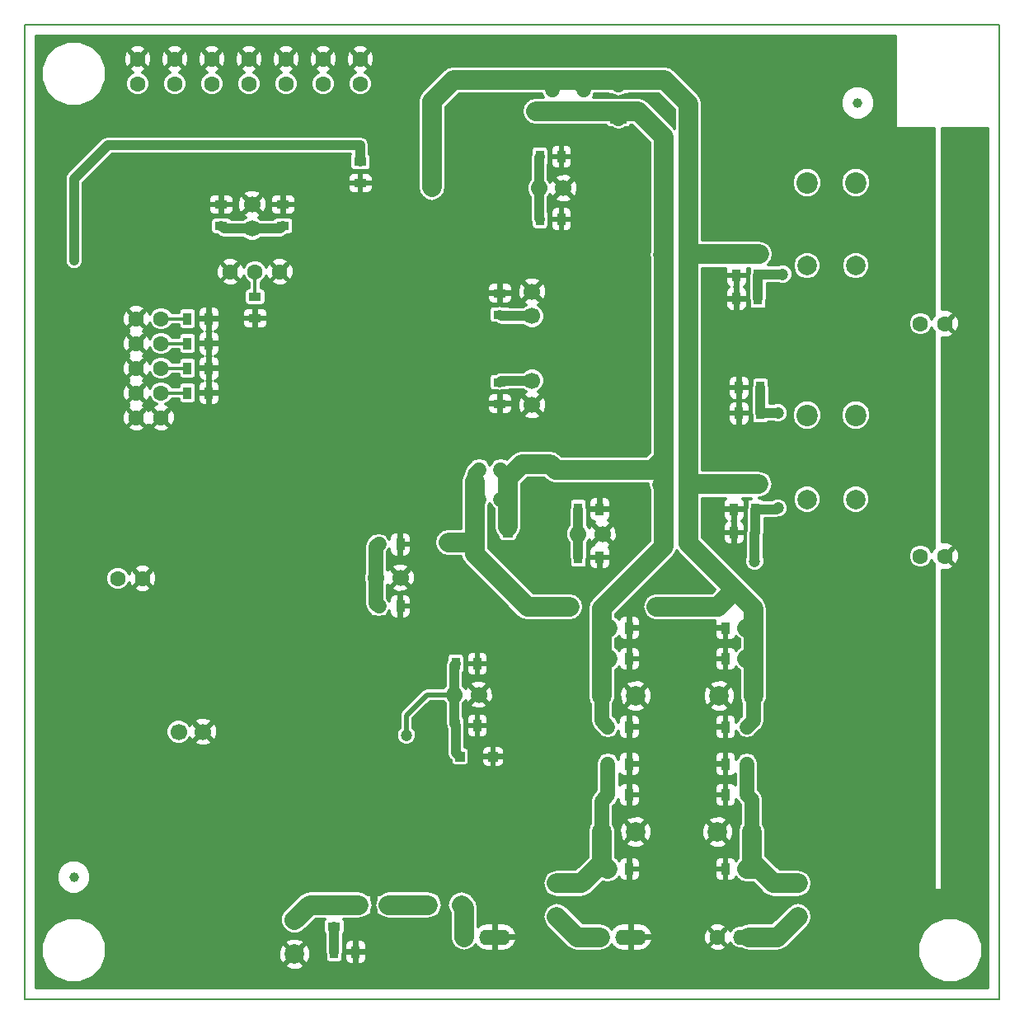
<source format=gbl>
G04 #@! TF.FileFunction,Copper,L2,Bot,Signal*
%FSLAX46Y46*%
G04 Gerber Fmt 4.6, Leading zero omitted, Abs format (unit mm)*
G04 Created by KiCad (PCBNEW 4.0.2-stable) date 20/04/2016 14:34:56*
%MOMM*%
G01*
G04 APERTURE LIST*
%ADD10C,0.100000*%
%ADD11C,0.150000*%
%ADD12C,2.000000*%
%ADD13R,0.900000X1.300000*%
%ADD14R,1.300000X0.900000*%
%ADD15C,1.700000*%
%ADD16C,2.200000*%
%ADD17R,1.100000X1.700000*%
%ADD18R,1.700000X1.100000*%
%ADD19R,1.000000X1.000000*%
%ADD20C,1.600000*%
%ADD21O,3.200000X1.600000*%
%ADD22C,1.000000*%
%ADD23C,1.200000*%
%ADD24C,0.800000*%
%ADD25C,0.300000*%
%ADD26C,2.000000*%
%ADD27C,1.500000*%
%ADD28C,1.000000*%
%ADD29C,0.500000*%
G04 APERTURE END LIST*
D10*
D11*
X100000000Y0D02*
X100000000Y100000000D01*
X100000000Y0D02*
X0Y0D01*
X0Y100000000D02*
X100000000Y100000000D01*
X0Y0D02*
X0Y100000000D01*
D12*
X59210000Y17145000D03*
X62710000Y17145000D03*
X71120000Y17145000D03*
X74620000Y17145000D03*
D13*
X59860000Y24130000D03*
X62060000Y24130000D03*
X71925000Y24130000D03*
X74125000Y24130000D03*
X59860000Y20955000D03*
X62060000Y20955000D03*
X71925000Y20955000D03*
X74125000Y20955000D03*
D14*
X31749000Y9651500D03*
X31749000Y7451500D03*
D13*
X59860000Y13335000D03*
X62060000Y13335000D03*
X71925000Y13335000D03*
X74125000Y13335000D03*
D12*
X27685000Y8099500D03*
X27685000Y4599500D03*
X59210000Y31115000D03*
X62710000Y31115000D03*
X71275000Y31115000D03*
X74775000Y31115000D03*
D13*
X59860000Y38100000D03*
X62060000Y38100000D03*
X71925000Y38100000D03*
X74125000Y38100000D03*
X59860000Y34925000D03*
X62060000Y34925000D03*
X71925000Y34925000D03*
X74125000Y34925000D03*
X59860000Y27940000D03*
X62060000Y27940000D03*
X71925000Y27940000D03*
X74125000Y27940000D03*
D15*
X44088000Y31241500D03*
X46588000Y31241500D03*
D13*
X44238000Y28066500D03*
X46438000Y28066500D03*
X44239000Y34416500D03*
X46439000Y34416500D03*
D15*
X23317200Y79090200D03*
X23317200Y81590200D03*
D14*
X20142200Y79367200D03*
X20142200Y81567200D03*
X26492200Y79367200D03*
X26492200Y81567200D03*
D15*
X36055300Y43251010D03*
X38555300Y43251010D03*
D13*
X36332300Y40330010D03*
X38532300Y40330010D03*
X36332300Y46680010D03*
X38532300Y46680010D03*
D15*
X52070000Y70124000D03*
X52070000Y72624000D03*
D14*
X48768000Y70274000D03*
X48768000Y72474000D03*
X48768000Y63330000D03*
X48768000Y61130000D03*
D15*
X52070000Y63480000D03*
X52070000Y60980000D03*
D12*
X80303000Y75310500D03*
X85303000Y75310500D03*
D16*
X85303000Y83819500D03*
X80303000Y83819500D03*
D12*
X80303000Y51307500D03*
X85303000Y51307500D03*
D16*
X85303000Y59943500D03*
X80303000Y59943500D03*
D17*
X65228000Y76453500D03*
X68628000Y76453500D03*
X65178200Y52831500D03*
X68578200Y52831500D03*
D13*
X65727400Y79501500D03*
X67927400Y79501500D03*
X65701000Y56133500D03*
X67901000Y56133500D03*
X65727400Y82549500D03*
X67927400Y82549500D03*
X65752800Y59055000D03*
X67952800Y59055000D03*
D18*
X60959000Y90425800D03*
X60959000Y93825800D03*
D17*
X49579000Y48259500D03*
X46179000Y48259500D03*
D14*
X57403000Y91178200D03*
X57403000Y93378200D03*
D13*
X48852000Y51307500D03*
X46652000Y51307500D03*
D14*
X54178200Y91170400D03*
X54178200Y93370400D03*
D13*
X48851000Y54355500D03*
X46651000Y54355500D03*
X52875000Y86487000D03*
X55075000Y86487000D03*
X56812000Y45339000D03*
X59012000Y45339000D03*
X52875000Y80073500D03*
X55075000Y80073500D03*
X56812000Y50292000D03*
X59012000Y50292000D03*
D19*
X44654000Y24891500D03*
X48054000Y24891500D03*
D13*
X36913000Y9651500D03*
X34713000Y9651500D03*
D20*
X59055000Y6350000D03*
D21*
X62230000Y6350000D03*
D20*
X71120000Y6350000D03*
D21*
X74295000Y6350000D03*
D20*
X45085000Y6350000D03*
D21*
X48260000Y6350000D03*
D13*
X31749000Y4825500D03*
X33949000Y4825500D03*
X18879000Y69849500D03*
X16679000Y69849500D03*
X18880000Y67310000D03*
X16680000Y67310000D03*
X18880000Y64770000D03*
X16680000Y64770000D03*
X18880000Y62230000D03*
X16680000Y62230000D03*
D15*
X52788500Y83248500D03*
X55288500Y83248500D03*
X56789000Y47752000D03*
X59289000Y47752000D03*
D14*
X34426160Y85960900D03*
X34426160Y83760900D03*
D15*
X15767000Y27431500D03*
X18267000Y27431500D03*
D13*
X75521000Y62762708D03*
X73321000Y62762708D03*
X75521000Y60137708D03*
X73321000Y60137708D03*
X75267000Y71893384D03*
X73067000Y71893384D03*
X75013000Y50291500D03*
X72813000Y50291500D03*
X75267000Y74306384D03*
X73067000Y74306384D03*
X75013000Y47878500D03*
X72813000Y47878500D03*
D14*
X23621000Y69892500D03*
X23621000Y72092500D03*
D20*
X34417000Y93980000D03*
X34417000Y96520000D03*
X30607000Y93980000D03*
X30607000Y96520000D03*
X26797000Y93980000D03*
X26797000Y96520000D03*
X22987000Y93980000D03*
X22987000Y96520000D03*
X19177000Y93980000D03*
X19177000Y96520000D03*
X15367000Y93980000D03*
X15367000Y96520000D03*
X11557000Y93980000D03*
X11557000Y96520000D03*
X9525000Y43180000D03*
X12065000Y43180000D03*
X11430000Y69850000D03*
X13970000Y69850000D03*
X11430000Y67310000D03*
X13970000Y67310000D03*
X11430000Y64770000D03*
X13970000Y64770000D03*
X11430000Y62230000D03*
X13970000Y62230000D03*
X11430000Y59690000D03*
X13970000Y59690000D03*
X26162000Y74676000D03*
X21082000Y74676000D03*
X23622000Y74676000D03*
X91948000Y69342000D03*
X94488000Y69342000D03*
X91948000Y45466000D03*
X94488000Y45466000D03*
D22*
X5000000Y12500000D03*
X85500000Y92000000D03*
D19*
X41401000Y9651500D03*
X44801000Y9651500D03*
X54610000Y11860000D03*
X54610000Y8460000D03*
X79375000Y8460000D03*
X79375000Y11860000D03*
D23*
X82550000Y9906000D03*
X75946000Y9144000D03*
X71120000Y9144000D03*
X57912000Y9144000D03*
X66744400Y9144000D03*
X62230000Y9144000D03*
D24*
X30734000Y85090000D03*
X34544000Y82042000D03*
X28702000Y80010000D03*
D23*
X2921000Y16764000D03*
X5080000Y14986000D03*
X56940000Y74054000D03*
X56768000Y79882500D03*
X70231000Y56769000D03*
X92202000Y41148000D03*
X7366000Y32766000D03*
X12446000Y32766000D03*
X91440000Y65532000D03*
X91440000Y62484000D03*
X89154000Y85852000D03*
X88646000Y49276000D03*
X88646000Y61976000D03*
X88646000Y80772000D03*
X88646000Y71882000D03*
X88900000Y57658000D03*
X96520000Y88138000D03*
X98044000Y83820000D03*
X95758000Y77470000D03*
X97790000Y75184000D03*
X97790000Y66040000D03*
X97790000Y59944000D03*
X95250000Y53594000D03*
X98044000Y50800000D03*
X98044000Y36830000D03*
X94742000Y29210000D03*
X98044000Y21336000D03*
X98044000Y11430000D03*
X95504000Y11430000D03*
D24*
X15284000Y85992000D03*
X13252000Y84214000D03*
D23*
X24174000Y25032000D03*
X27222000Y16396000D03*
X47796000Y56020000D03*
X51606000Y56782000D03*
X47796000Y11570000D03*
X51352000Y11570000D03*
X40684000Y12586000D03*
X35858000Y12586000D03*
X34080000Y7252000D03*
X39160000Y7252000D03*
X27476000Y52210000D03*
X22650000Y53988000D03*
X30270000Y56274000D03*
D24*
X42970000Y52718000D03*
D23*
X79800000Y87516000D03*
X79800000Y94120000D03*
X79800000Y90818000D03*
X60750000Y88532000D03*
X65322000Y91834000D03*
X70402000Y92596000D03*
X49828000Y91326000D03*
X43986000Y91326000D03*
X78022000Y65164000D03*
X75946000Y68326000D03*
X70148000Y67450000D03*
X70148000Y69482000D03*
X48812000Y78626000D03*
X58972000Y70498000D03*
X63290000Y70498000D03*
X63290000Y67196000D03*
X60750000Y63640000D03*
X57702000Y63640000D03*
X54654000Y66688000D03*
X63036000Y47130000D03*
X61512000Y45606000D03*
X67100000Y26810000D03*
X66871400Y36157200D03*
X67100000Y31128000D03*
X56940000Y35954000D03*
X56940000Y37986000D03*
X56432000Y34176000D03*
X77469000Y36068000D03*
X77469000Y38608000D03*
X69894000Y37986000D03*
X69894000Y34938000D03*
X64052000Y34938000D03*
X64052000Y37986000D03*
D24*
X45256000Y61100000D03*
X46780000Y59576000D03*
X45256000Y72530000D03*
X46780000Y73800000D03*
X28238000Y68466000D03*
X28238000Y65926000D03*
X28238000Y63386000D03*
D23*
X9442000Y85738000D03*
X7410000Y82182000D03*
X11220000Y82182000D03*
X7410000Y90310000D03*
X2330000Y89802000D03*
X2330000Y76594000D03*
X2330000Y68720000D03*
X82594000Y48908000D03*
X82676000Y58166000D03*
X82594000Y81928000D03*
X82594000Y72276000D03*
X41954000Y97676000D03*
X50590000Y97676000D03*
X59734000Y97676000D03*
X67100000Y97676000D03*
X9906000Y7366000D03*
X25908000Y35814000D03*
X27686000Y22606000D03*
X27686000Y27940000D03*
X17272000Y3810000D03*
X21843000Y30225500D03*
X23113000Y18795500D03*
X18795000Y16001500D03*
X16763000Y9905500D03*
X23621000Y10921500D03*
X23621000Y12699500D03*
X23621000Y9143500D03*
X20065000Y24383500D03*
X10667000Y20573500D03*
X10667000Y28177500D03*
X8635000Y26145500D03*
X8635000Y22605500D03*
X20065000Y22605500D03*
X10159000Y10159500D03*
X12191000Y10159500D03*
X10159000Y12699500D03*
X12191000Y14985500D03*
X24783600Y58534600D03*
D24*
X42004800Y61709600D03*
X44824200Y58255200D03*
X37839200Y48400000D03*
X37915400Y50787600D03*
X37509000Y53251400D03*
X37509000Y58407600D03*
X37534400Y55893000D03*
X26015500Y77483000D03*
X31082800Y76797200D03*
X31997200Y72072800D03*
X21253000Y63513000D03*
X21253000Y66053000D03*
X21253000Y68339000D03*
D23*
X33826000Y23635000D03*
X37337000Y28575045D03*
X52069000Y75818500D03*
X45592000Y75818500D03*
X57022000Y56641500D03*
X57022000Y58165500D03*
X57530000Y85343500D03*
X55244000Y51180500D03*
X82676000Y64134500D03*
X66928000Y44703500D03*
X72770000Y45592500D03*
X77469000Y45719500D03*
X85724000Y42544500D03*
X85724000Y33019500D03*
X85724000Y24764500D03*
X85724000Y6984500D03*
X85724000Y15239500D03*
X78104000Y17144500D03*
X77469000Y26034500D03*
X77469000Y33654500D03*
X77469000Y40639500D03*
X92709000Y11429500D03*
X92709000Y17144500D03*
X92709000Y25399500D03*
X92709000Y33654500D03*
X92709000Y88264500D03*
X88264000Y89534500D03*
X88264000Y97789500D03*
X81914000Y97789500D03*
X74294000Y97789500D03*
X74040000Y89280500D03*
X74040000Y91820500D03*
X19729000Y59576000D03*
X18014500Y53353000D03*
X12045500Y53416500D03*
X7283000Y53416500D03*
X7219500Y45796500D03*
X54654000Y42558000D03*
X49828000Y45606000D03*
X75355000Y57988500D03*
X75418500Y81737500D03*
X70211500Y80848500D03*
X43732000Y79578500D03*
X39477500Y90627500D03*
X37890000Y90564000D03*
X56305000Y89103500D03*
X24428000Y44272500D03*
X29063500Y47130000D03*
X33572000Y51829000D03*
X33508500Y39002000D03*
X31286000Y13919500D03*
X31286000Y18301000D03*
X33000500Y30810500D03*
X16363500Y35382500D03*
X9696000Y36716000D03*
X9696000Y39637000D03*
X8934000Y76086000D03*
X18141500Y77673500D03*
X2330000Y57290000D03*
X2330000Y45860000D03*
X2330000Y29350000D03*
X2330000Y9030000D03*
X9950000Y2680000D03*
X21380000Y2680000D03*
X31540000Y2680000D03*
X39160000Y2680000D03*
X54400000Y2680000D03*
X45383000Y43066000D03*
X47415000Y40145000D03*
X49955000Y35700000D03*
X55670000Y31890000D03*
X54400000Y23635000D03*
X51860000Y28080000D03*
X91230000Y2680000D03*
X79800000Y2680000D03*
X67100000Y2680000D03*
X66795200Y6388400D03*
X66744400Y13094000D03*
X66693600Y17081800D03*
X67481000Y21806200D03*
X66058600Y21831600D03*
X40607800Y34176000D03*
X55162000Y18301000D03*
X53384000Y16650000D03*
X50844000Y16650000D03*
X48177000Y26937000D03*
X45637000Y20841000D03*
D24*
X46526000Y25159000D03*
D23*
X45637000Y19063000D03*
X48558000Y16777000D03*
X42589000Y16777000D03*
X45510000Y14491000D03*
X37382000Y18301000D03*
X39287000Y16523000D03*
D24*
X26256800Y39637000D03*
X19881400Y39637000D03*
X23513600Y48349200D03*
X20338600Y48349200D03*
X17798600Y47968200D03*
X19246400Y46342600D03*
X19246400Y43066000D03*
X13277400Y46342600D03*
X12058200Y48400000D03*
X40963400Y78067200D03*
X39871200Y71996600D03*
X42258800Y76695600D03*
X40963400Y72707800D03*
X42233400Y72504600D03*
X43757400Y73774600D03*
X42258800Y74003200D03*
X44189200Y59576000D03*
X44829280Y69024800D03*
X41573000Y69045120D03*
X45108680Y64554400D03*
X41738100Y64541700D03*
X50882100Y66789600D03*
X44849600Y66789600D03*
X39071100Y66776900D03*
X32429000Y68466000D03*
X36448000Y65277500D03*
X37337000Y61721500D03*
X39827000Y61671500D03*
D23*
X53898600Y54927800D03*
X65560000Y60629800D03*
X52428600Y91170400D03*
X65560000Y84378800D03*
X43478000Y46876000D03*
X75355000Y52845000D03*
X75418500Y76467000D03*
X41763500Y83325000D03*
X64846000Y40272000D03*
X55956000Y40272000D03*
D24*
X30672040Y87663320D03*
X26968720Y87663320D03*
X22986000Y87663320D03*
X19282680Y87663320D03*
X15355840Y87663320D03*
X11550920Y87663320D03*
X5029000Y75806600D03*
X34415280Y87663320D03*
D23*
X39160000Y27064000D03*
X77807000Y74421500D03*
X77342000Y60197500D03*
X77342000Y50418500D03*
X74929000Y44957500D03*
D25*
X85724000Y6984500D02*
X82802500Y9906000D01*
X82802500Y9906000D02*
X82550000Y9906000D01*
X66744400Y13094000D02*
X66744400Y9144000D01*
X62230000Y9144000D02*
X66744400Y9144000D01*
X66744400Y9144000D02*
X66744400Y6439200D01*
X96520000Y49276000D02*
X98044000Y50800000D01*
X96520000Y47498000D02*
X96520000Y49276000D01*
X94488000Y45466000D02*
X96520000Y47498000D01*
X98044000Y38608000D02*
X96520000Y40132000D01*
X96266000Y43688000D02*
X96266000Y40386000D01*
X96266000Y40386000D02*
X96520000Y40132000D01*
X94488000Y45466000D02*
X96266000Y43688000D01*
X34426160Y83760900D02*
X32063100Y83760900D01*
X32063100Y83760900D02*
X30734000Y85090000D01*
X34426160Y83760900D02*
X34426160Y82159840D01*
X34426160Y82159840D02*
X34544000Y82042000D01*
X9950000Y7760000D02*
X9201000Y8509000D01*
X9201000Y8509000D02*
X8680000Y9030000D01*
X10159000Y10159500D02*
X9559001Y9559501D01*
X9559001Y9559501D02*
X9559001Y8867001D01*
X9559001Y8867001D02*
X9201000Y8509000D01*
X9696000Y36716000D02*
X9696000Y35516000D01*
X9696000Y35516000D02*
X12446000Y32766000D01*
X88646000Y61976000D02*
X90932000Y61976000D01*
X90932000Y61976000D02*
X91440000Y62484000D01*
X88646000Y61976000D02*
X88646000Y57912000D01*
X88646000Y57912000D02*
X88900000Y57658000D01*
X88646000Y71882000D02*
X88646000Y80772000D01*
X97790000Y86868000D02*
X96520000Y88138000D01*
X98044000Y83820000D02*
X98044000Y86614000D01*
X98044000Y86614000D02*
X97790000Y86868000D01*
X98044000Y36830000D02*
X98044000Y38608000D01*
X97790000Y75184000D02*
X95758000Y77216000D01*
X95758000Y77216000D02*
X95758000Y77470000D01*
X94488000Y69342000D02*
X97790000Y66040000D01*
X98044000Y21336000D02*
X98044000Y25908000D01*
X98044000Y25908000D02*
X94742000Y29210000D01*
X95504000Y11430000D02*
X98044000Y11430000D01*
X73321000Y65701000D02*
X74930000Y67310000D01*
X77076000Y65164000D02*
X74930000Y67310000D01*
X74930000Y67310000D02*
X75946000Y68326000D01*
X78022000Y65164000D02*
X77076000Y65164000D01*
X73321000Y62762708D02*
X73321000Y65701000D01*
X62710000Y31115000D02*
X67015000Y26810000D01*
X67015000Y26810000D02*
X67100000Y26810000D01*
X46588000Y31241500D02*
X49749500Y28080000D01*
X49749500Y28080000D02*
X51860000Y28080000D01*
X18880000Y62230000D02*
X18880000Y60425000D01*
X18880000Y60425000D02*
X19729000Y59576000D01*
X13252000Y84214000D02*
X13506000Y84214000D01*
X13506000Y84214000D02*
X15284000Y85992000D01*
X41954000Y97676000D02*
X35573000Y97676000D01*
X35573000Y97676000D02*
X34417000Y96520000D01*
X31286000Y13919500D02*
X29698500Y13919500D01*
X29698500Y13919500D02*
X27222000Y16396000D01*
X57022000Y58165500D02*
X52989500Y58165500D01*
X52989500Y58165500D02*
X51606000Y56782000D01*
X48812000Y11570000D02*
X47796000Y11570000D01*
X48812000Y11570000D02*
X51352000Y11570000D01*
X35858000Y12586000D02*
X40684000Y12586000D01*
X39160000Y7252000D02*
X34080000Y7252000D01*
X27476000Y52210000D02*
X27476000Y53480000D01*
X27476000Y53480000D02*
X30270000Y56274000D01*
X27476000Y52210000D02*
X27857000Y51829000D01*
X27857000Y51829000D02*
X28161800Y51829000D01*
X24783600Y58534600D02*
X24783600Y56121600D01*
X24783600Y56121600D02*
X22650000Y53988000D01*
X44824200Y58255200D02*
X44824200Y54572200D01*
X44824200Y54572200D02*
X42970000Y52718000D01*
X79800000Y90818000D02*
X79800000Y94120000D01*
X43986000Y91326000D02*
X49828000Y91326000D01*
X82676000Y64134500D02*
X79051500Y64134500D01*
X79051500Y64134500D02*
X78022000Y65164000D01*
X70148000Y69482000D02*
X70148000Y67450000D01*
X45592000Y75818500D02*
X48399500Y78626000D01*
X48399500Y78626000D02*
X48812000Y78626000D01*
X63290000Y70498000D02*
X58972000Y70498000D01*
X60750000Y63640000D02*
X60750000Y64656000D01*
X60750000Y64656000D02*
X63290000Y67196000D01*
X54654000Y66688000D02*
X57702000Y63640000D01*
X67087000Y31115000D02*
X67100000Y31128000D01*
X56432000Y34176000D02*
X56432000Y37478000D01*
X56432000Y37478000D02*
X56940000Y37986000D01*
X46439000Y34416500D02*
X48671500Y34416500D01*
X48671500Y34416500D02*
X49955000Y35700000D01*
X49955000Y35700000D02*
X54908000Y35700000D01*
X54908000Y35700000D02*
X56432000Y34176000D01*
X56432000Y34176000D02*
X56432000Y32652000D01*
X56432000Y32652000D02*
X55670000Y31890000D01*
X77469000Y36068000D02*
X77469000Y38608000D01*
X69894000Y34938000D02*
X69894000Y37986000D01*
X64052000Y37986000D02*
X64052000Y34938000D01*
X44849600Y66789600D02*
X44849600Y64813480D01*
X44849600Y64813480D02*
X45108680Y64554400D01*
X44829280Y69024800D02*
X44829280Y66809920D01*
X44829280Y66809920D02*
X44849600Y66789600D01*
X82594000Y72276000D02*
X82594000Y81928000D01*
X81914000Y97789500D02*
X88264000Y97789500D01*
X28238000Y68466000D02*
X32429000Y68466000D01*
X28238000Y65926000D02*
X28238000Y68466000D01*
X28238000Y63386000D02*
X28238000Y65926000D01*
X27304601Y58134601D02*
X28238000Y59068000D01*
X28238000Y59068000D02*
X28238000Y63386000D01*
X24783600Y58534600D02*
X25183599Y58134601D01*
X25183599Y58134601D02*
X27304601Y58134601D01*
X9188000Y92596000D02*
X9188000Y94151000D01*
X9188000Y94151000D02*
X11557000Y96520000D01*
X8009999Y91417999D02*
X9188000Y92596000D01*
X7410000Y90310000D02*
X8009999Y90909999D01*
X8009999Y90909999D02*
X8009999Y91417999D01*
X11220000Y82182000D02*
X7410000Y82182000D01*
X2330000Y76594000D02*
X2330000Y89802000D01*
X82676000Y58674000D02*
X82676000Y55117500D01*
X82676000Y64134500D02*
X82676000Y58674000D01*
X82676000Y58674000D02*
X82676000Y58166000D01*
X50590000Y97676000D02*
X41954000Y97676000D01*
X67100000Y97676000D02*
X59734000Y97676000D01*
X24384000Y34220000D02*
X23221500Y35382500D01*
X25400500Y33203500D02*
X24384000Y34220000D01*
X24384000Y34220000D02*
X24384000Y34290000D01*
X24384000Y34290000D02*
X25908000Y35814000D01*
X25400500Y30225500D02*
X25400500Y33203500D01*
X27686000Y22606000D02*
X32797000Y22606000D01*
X32797000Y22606000D02*
X33826000Y23635000D01*
X21843000Y30225500D02*
X25400500Y30225500D01*
X25400500Y30225500D02*
X27686000Y27940000D01*
X12191000Y10159500D02*
X16509000Y10159500D01*
X16509000Y10159500D02*
X16763000Y9905500D01*
X29063500Y47130000D02*
X29063500Y50927300D01*
X29063500Y50927300D02*
X28161800Y51829000D01*
X25164600Y58153600D02*
X24783600Y58534600D01*
X21253000Y66053000D02*
X21253000Y63513000D01*
X21253000Y68339000D02*
X21253000Y66053000D01*
X18880000Y67310000D02*
X20224000Y67310000D01*
X20224000Y67310000D02*
X21253000Y68339000D01*
X45653500Y75818500D02*
X45592000Y75818500D01*
X57022000Y58165500D02*
X57022000Y56641500D01*
X62060000Y40089500D02*
X66674000Y44703500D01*
X66674000Y44703500D02*
X66928000Y44703500D01*
X62060000Y38100000D02*
X62060000Y40089500D01*
X77469000Y43560500D02*
X77469000Y45719500D01*
X74802000Y43560500D02*
X77469000Y43560500D01*
X72770000Y45592500D02*
X74802000Y43560500D01*
X72813000Y47878500D02*
X72813000Y45635500D01*
X72813000Y45635500D02*
X72770000Y45592500D01*
X85724000Y33019500D02*
X85724000Y42544500D01*
X85724000Y15239500D02*
X85724000Y24764500D01*
X85724000Y6984500D02*
X84104500Y6984500D01*
X84104500Y6984500D02*
X79800000Y2680000D01*
X78104000Y17144500D02*
X80009000Y15239500D01*
X80009000Y15239500D02*
X85724000Y15239500D01*
X77469000Y33654500D02*
X77469000Y26034500D01*
X92709000Y25399500D02*
X92709000Y17144500D01*
X74040000Y91820500D02*
X74040000Y97535500D01*
X74040000Y97535500D02*
X74294000Y97789500D01*
X18014500Y53353000D02*
X18014500Y57861500D01*
X18014500Y57861500D02*
X19729000Y59576000D01*
X7283000Y53416500D02*
X12045500Y53416500D01*
X2330000Y45860000D02*
X7156000Y45860000D01*
X7156000Y45860000D02*
X7219500Y45796500D01*
X49828000Y45606000D02*
X52876000Y42558000D01*
X52876000Y42558000D02*
X54654000Y42558000D01*
X37890000Y90564000D02*
X39414000Y90564000D01*
X39414000Y90564000D02*
X39477500Y90627500D01*
X33508500Y39002000D02*
X33508500Y51765500D01*
X33508500Y51765500D02*
X33572000Y51829000D01*
X31286000Y18301000D02*
X31286000Y13919500D01*
X16363500Y35382500D02*
X23221500Y35382500D01*
X18141500Y77673500D02*
X16554000Y76086000D01*
X16554000Y76086000D02*
X8934000Y76086000D01*
X2330000Y57290000D02*
X2330000Y68720000D01*
X2330000Y29350000D02*
X2330000Y45860000D01*
X8680000Y9030000D02*
X2330000Y9030000D01*
X9950000Y2680000D02*
X9950000Y7760000D01*
X31540000Y2680000D02*
X21380000Y2680000D01*
X54400000Y2680000D02*
X39160000Y2680000D01*
X54400000Y23635000D02*
X55670000Y24905000D01*
X55670000Y24905000D02*
X55670000Y31890000D01*
X79800000Y2680000D02*
X91230000Y2680000D01*
X66795200Y6388400D02*
X66795200Y2984800D01*
X66795200Y2984800D02*
X67100000Y2680000D01*
X66744400Y6439200D02*
X66795200Y6388400D01*
X66058600Y21831600D02*
X66058600Y17716800D01*
X66058600Y17716800D02*
X66693600Y17081800D01*
X41573000Y69045120D02*
X44808960Y69045120D01*
X44808960Y69045120D02*
X44829280Y69024800D01*
X41738100Y64541700D02*
X45095980Y64541700D01*
X45095980Y64541700D02*
X45108680Y64554400D01*
X39071100Y66776900D02*
X44836900Y66776900D01*
X44836900Y66776900D02*
X44849600Y66789600D01*
D26*
X76875000Y11860000D02*
X75438000Y13297000D01*
X75438000Y13297000D02*
X74620000Y14115000D01*
X79375000Y11860000D02*
X76875000Y11860000D01*
X74125000Y13335000D02*
X75400000Y13335000D01*
X75400000Y13335000D02*
X75438000Y13297000D01*
X74620000Y14115000D02*
X74620000Y17145000D01*
D27*
X74125000Y20955000D02*
X74125000Y24130000D01*
X74620000Y17145000D02*
X74620000Y20460000D01*
X74620000Y20460000D02*
X74125000Y20955000D01*
D28*
X31749000Y7451500D02*
X31749000Y4825500D01*
D26*
X45085000Y6350000D02*
X45085000Y9367500D01*
X45085000Y9367500D02*
X44801000Y9651500D01*
D28*
X52070000Y70124000D02*
X48918000Y70124000D01*
X48918000Y70124000D02*
X48768000Y70274000D01*
D26*
X31749000Y9651500D02*
X29237000Y9651500D01*
X29237000Y9651500D02*
X27685000Y8099500D01*
D29*
X34289000Y9651500D02*
X34713000Y9651500D01*
D26*
X31749000Y9651500D02*
X34289000Y9651500D01*
X65560000Y60629800D02*
X65560000Y76580500D01*
X62918800Y91170400D02*
X60832000Y91170400D01*
X60832000Y91170400D02*
X59371500Y91170400D01*
D27*
X60959000Y90425800D02*
X60959000Y91043400D01*
X60959000Y91043400D02*
X60832000Y91170400D01*
X65727400Y82549500D02*
X65727400Y82599000D01*
X65727400Y82599000D02*
X65573200Y82753200D01*
D26*
X65560000Y78612500D02*
X65560000Y79628500D01*
X65560000Y79628500D02*
X65560000Y80771500D01*
D27*
X65727400Y79501500D02*
X65687000Y79501500D01*
X65687000Y79501500D02*
X65560000Y79628500D01*
D26*
X65560000Y76580500D02*
X65560000Y78612500D01*
D27*
X65228000Y76453500D02*
X65433000Y76453500D01*
X65433000Y76453500D02*
X65560000Y76580500D01*
X65701000Y56133500D02*
X65701000Y55615400D01*
X65701000Y55615400D02*
X65178200Y55092600D01*
D26*
X65560000Y51028600D02*
X65560000Y52704500D01*
X65560000Y52704500D02*
X65560000Y54990500D01*
D27*
X65178200Y52831500D02*
X65433000Y52831500D01*
X65433000Y52831500D02*
X65560000Y52704500D01*
X49579000Y48259500D02*
X49579000Y48514000D01*
X48852000Y51307500D02*
X49071500Y51307500D01*
X49071500Y51307500D02*
X49579000Y50800000D01*
X49579000Y53478400D02*
X49579000Y53627500D01*
X49579000Y53627500D02*
X48851000Y54355500D01*
D26*
X54498599Y54327801D02*
X64413401Y54327801D01*
X53898600Y54927800D02*
X54498599Y54327801D01*
X64413401Y54327801D02*
X65178200Y55092600D01*
X65560000Y54990500D02*
X65560000Y57213000D01*
D27*
X65178200Y55092600D02*
X65457900Y55092600D01*
X65457900Y55092600D02*
X65560000Y54990500D01*
X65178200Y55092600D02*
X65267400Y55092600D01*
X65267400Y55092600D02*
X65560000Y54800000D01*
D26*
X65560000Y57213000D02*
X65560000Y59118000D01*
D27*
X65752800Y57150000D02*
X65623000Y57150000D01*
X65623000Y57150000D02*
X65560000Y57213000D01*
D26*
X65560000Y59118000D02*
X65560000Y60629800D01*
D27*
X65752800Y59055000D02*
X65623000Y59055000D01*
X65623000Y59055000D02*
X65560000Y59118000D01*
D26*
X65560000Y80771500D02*
X65560000Y82740000D01*
X65560000Y82740000D02*
X65560000Y84378800D01*
D27*
X65727400Y82753200D02*
X65573200Y82753200D01*
X65573200Y82753200D02*
X65560000Y82740000D01*
X65727400Y80695800D02*
X65635700Y80695800D01*
X65635700Y80695800D02*
X65560000Y80771500D01*
X65484300Y78536800D02*
X65560000Y78612500D01*
X54178200Y91170400D02*
X52428600Y91170400D01*
D26*
X59371500Y91170400D02*
X57530000Y91170400D01*
X57530000Y91170400D02*
X52428600Y91170400D01*
D27*
X56718200Y91178200D02*
X57522200Y91178200D01*
X57522200Y91178200D02*
X57530000Y91170400D01*
X54178200Y91170400D02*
X54672500Y91170400D01*
X59210000Y31115000D02*
X59210000Y28590000D01*
X59210000Y28590000D02*
X59860000Y27940000D01*
X59210000Y31115000D02*
X59210000Y34275000D01*
X59210000Y34275000D02*
X59860000Y34925000D01*
X49463400Y53594000D02*
X49579000Y53478400D01*
D26*
X49579000Y53478400D02*
X49579000Y50800000D01*
X49579000Y50800000D02*
X49579000Y48514000D01*
X59210000Y31115000D02*
X59210000Y35433000D01*
X59210000Y35433000D02*
X59210000Y38100000D01*
X59860000Y34925000D02*
X59718000Y34925000D01*
X59718000Y34925000D02*
X59210000Y35433000D01*
X59210000Y38100000D02*
X59210000Y40100000D01*
X59860000Y38100000D02*
X59210000Y38100000D01*
X59210000Y40100000D02*
X65560000Y46450000D01*
X65560000Y46450000D02*
X65560000Y48514000D01*
X65560000Y48514000D02*
X65560000Y51028600D01*
X51028400Y54927800D02*
X49579000Y53478400D01*
X53898600Y54927800D02*
X51028400Y54927800D01*
X54114800Y54711600D02*
X53898600Y54927800D01*
X64363400Y89725800D02*
X62918800Y91170400D01*
X65560000Y88529200D02*
X64363400Y89725800D01*
X65560000Y85684400D02*
X65560000Y88529200D01*
X65560000Y84378800D02*
X65560000Y85684400D01*
X65684200Y94348600D02*
X60959000Y94348600D01*
X60959000Y94348600D02*
X59435000Y94348600D01*
D27*
X60959000Y93825800D02*
X60959000Y94348600D01*
X57403000Y93378200D02*
X57403000Y93523100D01*
X57403000Y93523100D02*
X56577500Y94348600D01*
X67927400Y82549500D02*
X67931100Y82549500D01*
X67931100Y82549500D02*
X68134800Y82753200D01*
D26*
X68148000Y78676000D02*
X68148000Y79628500D01*
X68148000Y79628500D02*
X68148000Y80835000D01*
D27*
X67927400Y79501500D02*
X68021000Y79501500D01*
X68021000Y79501500D02*
X68148000Y79628500D01*
D26*
X75418500Y76467000D02*
X69722000Y76467000D01*
D27*
X68628000Y76453500D02*
X69708500Y76453500D01*
D26*
X69722000Y76467000D02*
X68185800Y76467000D01*
D27*
X69708500Y76453500D02*
X69722000Y76467000D01*
X67901000Y56133500D02*
X67901000Y56966000D01*
X67901000Y56966000D02*
X68148000Y57213000D01*
X68578200Y52831500D02*
X68326300Y52831500D01*
X68326300Y52831500D02*
X68312800Y52845000D01*
X46179000Y48259500D02*
X46179000Y48514000D01*
D26*
X46179000Y50291500D02*
X46179000Y51434500D01*
X46179000Y51434500D02*
X46179000Y53121000D01*
D27*
X46652000Y51307500D02*
X46306000Y51307500D01*
X46306000Y51307500D02*
X46179000Y51434500D01*
X46179000Y53121000D02*
X46179000Y53883500D01*
X46179000Y53883500D02*
X46651000Y54355500D01*
D26*
X46179000Y48514000D02*
X46179000Y50291500D01*
D28*
X46652000Y51181000D02*
X46652000Y50764500D01*
X46652000Y50764500D02*
X46179000Y50291500D01*
D26*
X46179000Y48514000D02*
X46179000Y47243500D01*
X46179000Y47243500D02*
X46179000Y45664000D01*
X43478000Y46876000D02*
X45811500Y46876000D01*
X45811500Y46876000D02*
X46179000Y47243500D01*
X68148000Y57213000D02*
X68148000Y58991000D01*
X68148000Y58991000D02*
X68148000Y76504800D01*
D27*
X67952800Y59055000D02*
X68084000Y59055000D01*
X68084000Y59055000D02*
X68148000Y58991000D01*
D26*
X68148000Y55244500D02*
X68148000Y57213000D01*
D27*
X67952800Y57150000D02*
X68085000Y57150000D01*
X68085000Y57150000D02*
X68148000Y57213000D01*
D26*
X68148000Y53009800D02*
X68148000Y55244500D01*
D27*
X68299900Y55092600D02*
X68148000Y55244500D01*
D26*
X75355000Y52845000D02*
X68312800Y52845000D01*
X68312800Y52845000D02*
X68148000Y53009800D01*
X68185800Y76467000D02*
X68148000Y76504800D01*
X59435000Y94348600D02*
X56577500Y94348600D01*
X56577500Y94348600D02*
X53847000Y94348600D01*
X53847000Y94348600D02*
X43967200Y94348600D01*
D27*
X54178200Y93370400D02*
X54178200Y94017400D01*
X54178200Y94017400D02*
X53847000Y94348600D01*
D26*
X68148000Y77520800D02*
X68148000Y78676000D01*
D27*
X68287200Y78536800D02*
X68148000Y78676000D01*
D26*
X68148000Y80835000D02*
X68148000Y82740000D01*
D27*
X67927400Y80695800D02*
X68008800Y80695800D01*
X68008800Y80695800D02*
X68148000Y80835000D01*
D26*
X68148000Y82740000D02*
X68148000Y91884800D01*
D27*
X67927400Y82753200D02*
X68134800Y82753200D01*
X68134800Y82753200D02*
X68148000Y82740000D01*
D26*
X41763500Y83325000D02*
X41763500Y92144900D01*
X41763500Y92144900D02*
X43967200Y94348600D01*
D27*
X74775000Y31115000D02*
X74775000Y28590000D01*
X74775000Y28590000D02*
X74125000Y27940000D01*
D26*
X68148000Y46749000D02*
X72898000Y41999000D01*
X72898000Y41999000D02*
X74775000Y40122000D01*
X64846000Y40272000D02*
X71171000Y40272000D01*
X71171000Y40272000D02*
X72898000Y41999000D01*
X51571000Y40272000D02*
X55956000Y40272000D01*
X46179000Y45664000D02*
X51571000Y40272000D01*
X74775000Y38354000D02*
X74775000Y34544000D01*
X74775000Y34544000D02*
X74775000Y31115000D01*
X74125000Y34925000D02*
X74394000Y34925000D01*
X74394000Y34925000D02*
X74775000Y34544000D01*
X74775000Y40122000D02*
X74775000Y38354000D01*
X74125000Y38100000D02*
X74521000Y38100000D01*
X74521000Y38100000D02*
X74775000Y38354000D01*
X68148000Y53009800D02*
X68148000Y46749000D01*
X68148000Y76504800D02*
X68148000Y77520800D01*
X68148000Y91884800D02*
X65684200Y94348600D01*
D28*
X34415280Y87663320D02*
X34415280Y85971780D01*
X34415280Y85971780D02*
X34426160Y85960900D01*
X34415280Y87663320D02*
X30672040Y87663320D01*
X30672040Y87663320D02*
X26968720Y87663320D01*
X26968720Y87663320D02*
X22986000Y87663320D01*
X22986000Y87663320D02*
X19282680Y87663320D01*
X19282680Y87663320D02*
X15355840Y87663320D01*
X15355840Y87663320D02*
X11550920Y87663320D01*
X11550920Y87663320D02*
X8507280Y87663320D01*
X8507280Y87663320D02*
X5029000Y84185040D01*
X5029000Y84185040D02*
X5029000Y75806600D01*
D29*
X41305500Y31241500D02*
X39160000Y29096000D01*
X39160000Y29096000D02*
X39160000Y27064000D01*
X44088000Y31241500D02*
X41305500Y31241500D01*
D28*
X44238000Y28066500D02*
X44238000Y25307500D01*
X44238000Y25307500D02*
X44654000Y24891500D01*
X44088000Y31241500D02*
X44088000Y34265500D01*
X44088000Y34265500D02*
X44239000Y34416500D01*
X44088000Y31241500D02*
X44088000Y28216500D01*
X44088000Y28216500D02*
X44238000Y28066500D01*
X23317200Y79090200D02*
X20419200Y79090200D01*
X20419200Y79090200D02*
X20142200Y79367200D01*
X23317200Y79090200D02*
X26215200Y79090200D01*
X26215200Y79090200D02*
X26492200Y79367200D01*
D27*
X36055300Y43251010D02*
X36055300Y40607010D01*
X36055300Y40607010D02*
X36332300Y40330010D01*
X36055300Y43251010D02*
X36055300Y46403010D01*
X36055300Y46403010D02*
X36332300Y46680010D01*
D28*
X52070000Y63480000D02*
X48918000Y63480000D01*
X48918000Y63480000D02*
X48768000Y63330000D01*
X75267000Y74306384D02*
X75267000Y71893384D01*
X77807000Y74421500D02*
X75382116Y74421500D01*
X75382116Y74421500D02*
X75267000Y74306384D01*
X52788500Y83248500D02*
X52788500Y80160000D01*
X52788500Y80160000D02*
X52875000Y80073500D01*
X52788500Y83248500D02*
X52788500Y86400500D01*
X52788500Y86400500D02*
X52875000Y86487000D01*
X75521000Y60137708D02*
X75521000Y62762708D01*
X77342000Y60197500D02*
X75580792Y60197500D01*
X75580792Y60197500D02*
X75521000Y60137708D01*
X75013000Y50291500D02*
X77215000Y50291500D01*
X77215000Y50291500D02*
X77342000Y50418500D01*
X75013000Y47878500D02*
X75013000Y50291500D01*
X74929000Y44957500D02*
X74929000Y47794500D01*
X74929000Y47794500D02*
X75013000Y47878500D01*
X56812000Y45339000D02*
X56812000Y47729000D01*
X56812000Y47729000D02*
X56789000Y47752000D01*
X56812000Y50292000D02*
X56812000Y47775000D01*
X56812000Y47775000D02*
X56789000Y47752000D01*
D29*
X36913000Y9651500D02*
X37337000Y9651500D01*
D26*
X38901000Y9651500D02*
X37337000Y9651500D01*
X41401000Y9651500D02*
X38901000Y9651500D01*
X59055000Y6350000D02*
X56720000Y6350000D01*
X56720000Y6350000D02*
X54610000Y8460000D01*
X74295000Y6350000D02*
X77265000Y6350000D01*
X77265000Y6350000D02*
X79375000Y8460000D01*
D25*
X16679000Y69849500D02*
X13970500Y69849500D01*
X13970500Y69849500D02*
X13970000Y69850000D01*
X16680000Y67310000D02*
X13970000Y67310000D01*
X16680000Y64770000D02*
X13970000Y64770000D01*
X16680000Y62230000D02*
X13970000Y62230000D01*
X23621000Y72092500D02*
X23621000Y74675000D01*
X23621000Y74675000D02*
X23622000Y74676000D01*
D26*
X59860000Y13335000D02*
X59835000Y13335000D01*
X59835000Y13335000D02*
X59210000Y13960000D01*
X54610000Y11860000D02*
X57110000Y11860000D01*
X57110000Y11860000D02*
X59210000Y13960000D01*
X59210000Y13960000D02*
X59210000Y17145000D01*
D27*
X59860000Y24130000D02*
X59860000Y20955000D01*
X59210000Y17145000D02*
X59210000Y20305000D01*
X59210000Y20305000D02*
X59860000Y20955000D01*
D25*
G36*
X89384000Y89534500D02*
X89394258Y89479981D01*
X89426479Y89429909D01*
X89475642Y89396318D01*
X89534000Y89384500D01*
X93366000Y89384500D01*
X93366000Y70318163D01*
X93365378Y70317541D01*
X93366000Y70316919D01*
X93366000Y70168052D01*
X93227161Y70129502D01*
X93106637Y69811189D01*
X93008316Y70049143D01*
X92656993Y70401081D01*
X92197731Y70591783D01*
X91700450Y70592217D01*
X91240857Y70402316D01*
X90888919Y70050993D01*
X90698217Y69591731D01*
X90697783Y69094450D01*
X90887684Y68634857D01*
X91239007Y68282919D01*
X91698269Y68092217D01*
X92195550Y68091783D01*
X92655143Y68281684D01*
X93007081Y68633007D01*
X93100976Y68859132D01*
X93227161Y68554498D01*
X93366000Y68515948D01*
X93366000Y68367081D01*
X93365378Y68366459D01*
X93366000Y68365837D01*
X93366000Y46442163D01*
X93365378Y46441541D01*
X93366000Y46440919D01*
X93366000Y46292052D01*
X93227161Y46253502D01*
X93106637Y45935189D01*
X93008316Y46173143D01*
X92656993Y46525081D01*
X92197731Y46715783D01*
X91700450Y46716217D01*
X91240857Y46526316D01*
X90888919Y46174993D01*
X90698217Y45715731D01*
X90697783Y45218450D01*
X90887684Y44758857D01*
X91239007Y44406919D01*
X91698269Y44216217D01*
X92195550Y44215783D01*
X92655143Y44405684D01*
X93007081Y44757007D01*
X93100976Y44983132D01*
X93227161Y44678498D01*
X93366000Y44639948D01*
X93366000Y44491081D01*
X93365378Y44490459D01*
X93366000Y44489837D01*
X93366000Y11316000D01*
X93376258Y11261481D01*
X93408479Y11211409D01*
X93457642Y11177818D01*
X93516000Y11166000D01*
X94024000Y11166000D01*
X94078519Y11176258D01*
X94128591Y11208479D01*
X94162182Y11257642D01*
X94174000Y11316000D01*
X94174000Y44025877D01*
X94242946Y43999772D01*
X94822701Y44017603D01*
X95275502Y44205161D01*
X95346404Y44460517D01*
X94488000Y45318922D01*
X94473858Y45304779D01*
X94326780Y45451857D01*
X94340922Y45466000D01*
X94635078Y45466000D01*
X95493483Y44607596D01*
X95748839Y44678498D01*
X95954228Y45220946D01*
X95936397Y45800701D01*
X95748839Y46253502D01*
X95493483Y46324404D01*
X94635078Y45466000D01*
X94340922Y45466000D01*
X94326780Y45480142D01*
X94473858Y45627220D01*
X94488000Y45613078D01*
X95346404Y46471483D01*
X95275502Y46726839D01*
X94733054Y46932228D01*
X94174000Y46915034D01*
X94174000Y67901877D01*
X94242946Y67875772D01*
X94822701Y67893603D01*
X95275502Y68081161D01*
X95346404Y68336517D01*
X94488000Y69194922D01*
X94473858Y69180779D01*
X94326780Y69327857D01*
X94340922Y69342000D01*
X94635078Y69342000D01*
X95493483Y68483596D01*
X95748839Y68554498D01*
X95954228Y69096946D01*
X95936397Y69676701D01*
X95748839Y70129502D01*
X95493483Y70200404D01*
X94635078Y69342000D01*
X94340922Y69342000D01*
X94326780Y69356142D01*
X94473858Y69503220D01*
X94488000Y69489078D01*
X95346404Y70347483D01*
X95275502Y70602839D01*
X94733054Y70808228D01*
X94174000Y70791034D01*
X94174000Y89384500D01*
X98850000Y89384500D01*
X98850000Y1150000D01*
X1150000Y1150000D01*
X1150000Y4336567D01*
X1649420Y4336567D01*
X2158353Y3104857D01*
X3099900Y2161665D01*
X4330720Y1650583D01*
X5663433Y1649420D01*
X6895143Y2158353D01*
X7838335Y3099900D01*
X7983475Y3449437D01*
X26682016Y3449437D01*
X26777379Y3173332D01*
X27392239Y2934561D01*
X28051668Y2949262D01*
X28592621Y3173332D01*
X28687984Y3449437D01*
X27685000Y4452422D01*
X26682016Y3449437D01*
X7983475Y3449437D01*
X8349417Y4330720D01*
X8349907Y4892261D01*
X26020061Y4892261D01*
X26034762Y4232832D01*
X26258832Y3691879D01*
X26534937Y3596516D01*
X27537922Y4599500D01*
X27832078Y4599500D01*
X28835063Y3596516D01*
X29111168Y3691879D01*
X29349939Y4306739D01*
X29335238Y4966168D01*
X29111168Y5507121D01*
X28835063Y5602484D01*
X27832078Y4599500D01*
X27537922Y4599500D01*
X26534937Y5602484D01*
X26258832Y5507121D01*
X26020061Y4892261D01*
X8349907Y4892261D01*
X8350580Y5663433D01*
X8314992Y5749563D01*
X26682016Y5749563D01*
X27685000Y4746578D01*
X28687984Y5749563D01*
X28592621Y6025668D01*
X27977761Y6264439D01*
X27318332Y6249738D01*
X26777379Y6025668D01*
X26682016Y5749563D01*
X8314992Y5749563D01*
X7841647Y6895143D01*
X6926047Y7812343D01*
X26234749Y7812343D01*
X26455033Y7279214D01*
X26862569Y6870967D01*
X27395312Y6649752D01*
X27972157Y6649249D01*
X28505286Y6869533D01*
X28913533Y7277069D01*
X28913784Y7277674D01*
X29837610Y8201500D01*
X30759346Y8201500D01*
X30676332Y8080005D01*
X30640184Y7901500D01*
X30640184Y7001500D01*
X30671562Y6834740D01*
X30770117Y6681581D01*
X30799000Y6661846D01*
X30799000Y4825500D01*
X30840184Y4618453D01*
X30840184Y4175500D01*
X30871562Y4008740D01*
X30970117Y3855581D01*
X31120495Y3752832D01*
X31299000Y3716684D01*
X32199000Y3716684D01*
X32365760Y3748062D01*
X32518919Y3846617D01*
X32621668Y3996995D01*
X32657816Y4175500D01*
X32657816Y4557000D01*
X32841000Y4557000D01*
X32841000Y4044615D01*
X32941175Y3802773D01*
X33126273Y3617674D01*
X33368116Y3517500D01*
X33680500Y3517500D01*
X33845000Y3682000D01*
X33845000Y4721500D01*
X34053000Y4721500D01*
X34053000Y3682000D01*
X34217500Y3517500D01*
X34529884Y3517500D01*
X34771727Y3617674D01*
X34956825Y3802773D01*
X35057000Y4044615D01*
X35057000Y4336567D01*
X91649420Y4336567D01*
X92158353Y3104857D01*
X93099900Y2161665D01*
X94330720Y1650583D01*
X95663433Y1649420D01*
X96895143Y2158353D01*
X97838335Y3099900D01*
X98349417Y4330720D01*
X98350580Y5663433D01*
X97841647Y6895143D01*
X96900100Y7838335D01*
X95669280Y8349417D01*
X94336567Y8350580D01*
X93104857Y7841647D01*
X92161665Y6900100D01*
X91650583Y5669280D01*
X91649420Y4336567D01*
X35057000Y4336567D01*
X35057000Y4557000D01*
X34892500Y4721500D01*
X34053000Y4721500D01*
X33845000Y4721500D01*
X33005500Y4721500D01*
X32841000Y4557000D01*
X32657816Y4557000D01*
X32657816Y4618453D01*
X32699000Y4825500D01*
X32699000Y5606385D01*
X32841000Y5606385D01*
X32841000Y5094000D01*
X33005500Y4929500D01*
X33845000Y4929500D01*
X33845000Y5969000D01*
X34053000Y5969000D01*
X34053000Y4929500D01*
X34892500Y4929500D01*
X35057000Y5094000D01*
X35057000Y5606385D01*
X34956825Y5848227D01*
X34771727Y6033326D01*
X34529884Y6133500D01*
X34217500Y6133500D01*
X34053000Y5969000D01*
X33845000Y5969000D01*
X33680500Y6133500D01*
X33368116Y6133500D01*
X33126273Y6033326D01*
X32941175Y5848227D01*
X32841000Y5606385D01*
X32699000Y5606385D01*
X32699000Y6659799D01*
X32718919Y6672617D01*
X32821668Y6822995D01*
X32857816Y7001500D01*
X32857816Y7901500D01*
X32826438Y8068260D01*
X32740701Y8201500D01*
X34289000Y8201500D01*
X34843891Y8311875D01*
X35199640Y8549578D01*
X35329760Y8574062D01*
X35482919Y8672617D01*
X35585668Y8822995D01*
X35621816Y9001500D01*
X35621816Y9086419D01*
X35628625Y9096609D01*
X35739000Y9651500D01*
X35887000Y9651500D01*
X35997375Y9096609D01*
X36004184Y9086419D01*
X36004184Y9001500D01*
X36035562Y8834740D01*
X36134117Y8681581D01*
X36284495Y8578832D01*
X36425232Y8550332D01*
X36782109Y8311875D01*
X37337000Y8201500D01*
X41401000Y8201500D01*
X41955891Y8311875D01*
X42426305Y8626195D01*
X42740625Y9096609D01*
X42851000Y9651500D01*
X43351000Y9651500D01*
X43461375Y9096609D01*
X43635000Y8836760D01*
X43635000Y6350000D01*
X43745375Y5795109D01*
X44059695Y5324695D01*
X44530109Y5010375D01*
X45085000Y4900000D01*
X45639891Y5010375D01*
X46110305Y5324695D01*
X46263530Y5554013D01*
X46355499Y5392578D01*
X46805964Y5042783D01*
X47356000Y4892000D01*
X48156000Y4892000D01*
X48156000Y6246000D01*
X48364000Y6246000D01*
X48364000Y4892000D01*
X49164000Y4892000D01*
X49714036Y5042783D01*
X50164501Y5392578D01*
X50446815Y5888132D01*
X50480112Y6019780D01*
X50349312Y6246000D01*
X48364000Y6246000D01*
X48156000Y6246000D01*
X48136000Y6246000D01*
X48136000Y6454000D01*
X48156000Y6454000D01*
X48156000Y7808000D01*
X48364000Y7808000D01*
X48364000Y6454000D01*
X50349312Y6454000D01*
X50480112Y6680220D01*
X50446815Y6811868D01*
X50164501Y7307422D01*
X49714036Y7657217D01*
X49164000Y7808000D01*
X48364000Y7808000D01*
X48156000Y7808000D01*
X47356000Y7808000D01*
X46805964Y7657217D01*
X46535000Y7446808D01*
X46535000Y8460000D01*
X53160000Y8460000D01*
X53270375Y7905109D01*
X53584695Y7434695D01*
X55694695Y5324695D01*
X56165109Y5010375D01*
X56257172Y4992062D01*
X56720000Y4899999D01*
X56720005Y4900000D01*
X59055000Y4900000D01*
X59609891Y5010375D01*
X60080305Y5324695D01*
X60233530Y5554013D01*
X60325499Y5392578D01*
X60775964Y5042783D01*
X61326000Y4892000D01*
X62126000Y4892000D01*
X62126000Y6246000D01*
X62334000Y6246000D01*
X62334000Y4892000D01*
X63134000Y4892000D01*
X63684036Y5042783D01*
X64072608Y5344517D01*
X70261596Y5344517D01*
X70332498Y5089161D01*
X70874946Y4883772D01*
X71454701Y4901603D01*
X71907502Y5089161D01*
X71978404Y5344517D01*
X71120000Y6202922D01*
X70261596Y5344517D01*
X64072608Y5344517D01*
X64134501Y5392578D01*
X64416815Y5888132D01*
X64450112Y6019780D01*
X64319312Y6246000D01*
X62334000Y6246000D01*
X62126000Y6246000D01*
X62106000Y6246000D01*
X62106000Y6454000D01*
X62126000Y6454000D01*
X62126000Y7808000D01*
X62334000Y7808000D01*
X62334000Y6454000D01*
X64319312Y6454000D01*
X64400869Y6595054D01*
X69653772Y6595054D01*
X69671603Y6015299D01*
X69859161Y5562498D01*
X70114517Y5491596D01*
X70972922Y6350000D01*
X71267078Y6350000D01*
X72125483Y5491596D01*
X72380839Y5562498D01*
X72426311Y5682592D01*
X72570955Y5466117D01*
X72976484Y5195151D01*
X73454838Y5100000D01*
X73605975Y5100000D01*
X73740109Y5010375D01*
X74295000Y4900000D01*
X77265000Y4900000D01*
X77819891Y5010375D01*
X78290305Y5324695D01*
X80400305Y7434695D01*
X80714625Y7905110D01*
X80825001Y8460000D01*
X80714625Y9014891D01*
X80400305Y9485305D01*
X79929891Y9799625D01*
X79375000Y9910001D01*
X78820110Y9799625D01*
X78349695Y9485305D01*
X76664390Y7800000D01*
X74295000Y7800000D01*
X73740109Y7689625D01*
X73605975Y7600000D01*
X73454838Y7600000D01*
X72976484Y7504849D01*
X72570955Y7233883D01*
X72428949Y7021356D01*
X72380839Y7137502D01*
X72125483Y7208404D01*
X71267078Y6350000D01*
X70972922Y6350000D01*
X70114517Y7208404D01*
X69859161Y7137502D01*
X69653772Y6595054D01*
X64400869Y6595054D01*
X64450112Y6680220D01*
X64416815Y6811868D01*
X64134501Y7307422D01*
X64072609Y7355483D01*
X70261596Y7355483D01*
X71120000Y6497078D01*
X71978404Y7355483D01*
X71907502Y7610839D01*
X71365054Y7816228D01*
X70785299Y7798397D01*
X70332498Y7610839D01*
X70261596Y7355483D01*
X64072609Y7355483D01*
X63684036Y7657217D01*
X63134000Y7808000D01*
X62334000Y7808000D01*
X62126000Y7808000D01*
X61326000Y7808000D01*
X60775964Y7657217D01*
X60325499Y7307422D01*
X60233530Y7145987D01*
X60080305Y7375305D01*
X59609891Y7689625D01*
X59055000Y7800000D01*
X57320610Y7800000D01*
X55635305Y9485305D01*
X55164891Y9799625D01*
X54610000Y9910000D01*
X54055109Y9799625D01*
X53584695Y9485305D01*
X53270375Y9014891D01*
X53160000Y8460000D01*
X46535000Y8460000D01*
X46535000Y9367500D01*
X46424625Y9922391D01*
X46110305Y10392805D01*
X45826305Y10676805D01*
X45355891Y10991125D01*
X44801000Y11101500D01*
X44246109Y10991125D01*
X43775695Y10676805D01*
X43461375Y10206391D01*
X43351000Y9651500D01*
X42851000Y9651500D01*
X42740625Y10206391D01*
X42426305Y10676805D01*
X41955891Y10991125D01*
X41401000Y11101500D01*
X37337000Y11101500D01*
X36782109Y10991125D01*
X36426360Y10753422D01*
X36296240Y10728938D01*
X36143081Y10630383D01*
X36040332Y10480005D01*
X36004184Y10301500D01*
X36004184Y10216581D01*
X35997375Y10206391D01*
X35887000Y9651500D01*
X35739000Y9651500D01*
X35628625Y10206391D01*
X35621816Y10216581D01*
X35621816Y10301500D01*
X35590438Y10468260D01*
X35491883Y10621419D01*
X35341505Y10724168D01*
X35200768Y10752668D01*
X34843891Y10991125D01*
X34289000Y11101500D01*
X29237000Y11101500D01*
X28682109Y10991125D01*
X28211695Y10676805D01*
X26659729Y9124839D01*
X26456467Y8921931D01*
X26235252Y8389188D01*
X26234749Y7812343D01*
X6926047Y7812343D01*
X6900100Y7838335D01*
X5669280Y8349417D01*
X4336567Y8350580D01*
X3104857Y7841647D01*
X2161665Y6900100D01*
X1650583Y5669280D01*
X1649420Y4336567D01*
X1150000Y4336567D01*
X1150000Y12153431D01*
X3249696Y12153431D01*
X3515557Y11509999D01*
X4007410Y11017287D01*
X4650376Y10750304D01*
X5346569Y10749696D01*
X5990001Y11015557D01*
X6482713Y11507410D01*
X6629121Y11860000D01*
X53160000Y11860000D01*
X53270375Y11305109D01*
X53584695Y10834695D01*
X54055109Y10520375D01*
X54610000Y10410000D01*
X57110000Y10410000D01*
X57664891Y10520375D01*
X58135305Y10834695D01*
X59293351Y11992741D01*
X59835000Y11885000D01*
X59860000Y11885000D01*
X60414891Y11995375D01*
X60885305Y12309695D01*
X60988975Y12464849D01*
X61052175Y12312273D01*
X61237273Y12127174D01*
X61479116Y12027000D01*
X61791500Y12027000D01*
X61956000Y12191500D01*
X61956000Y13231000D01*
X62164000Y13231000D01*
X62164000Y12191500D01*
X62328500Y12027000D01*
X62640884Y12027000D01*
X62882727Y12127174D01*
X63067825Y12312273D01*
X63168000Y12554115D01*
X63168000Y13066500D01*
X70817000Y13066500D01*
X70817000Y12554115D01*
X70917175Y12312273D01*
X71102273Y12127174D01*
X71344116Y12027000D01*
X71656500Y12027000D01*
X71821000Y12191500D01*
X71821000Y13231000D01*
X70981500Y13231000D01*
X70817000Y13066500D01*
X63168000Y13066500D01*
X63003500Y13231000D01*
X62164000Y13231000D01*
X61956000Y13231000D01*
X61936000Y13231000D01*
X61936000Y13439000D01*
X61956000Y13439000D01*
X61956000Y14478500D01*
X62164000Y14478500D01*
X62164000Y13439000D01*
X63003500Y13439000D01*
X63168000Y13603500D01*
X63168000Y14115885D01*
X70817000Y14115885D01*
X70817000Y13603500D01*
X70981500Y13439000D01*
X71821000Y13439000D01*
X71821000Y14478500D01*
X71656500Y14643000D01*
X71344116Y14643000D01*
X71102273Y14542826D01*
X70917175Y14357727D01*
X70817000Y14115885D01*
X63168000Y14115885D01*
X63067825Y14357727D01*
X62882727Y14542826D01*
X62640884Y14643000D01*
X62328500Y14643000D01*
X62164000Y14478500D01*
X61956000Y14478500D01*
X61791500Y14643000D01*
X61479116Y14643000D01*
X61237273Y14542826D01*
X61052175Y14357727D01*
X60988975Y14205151D01*
X60885305Y14360305D01*
X60809961Y14410648D01*
X60660000Y14560609D01*
X60660000Y15994937D01*
X61707016Y15994937D01*
X61802379Y15718832D01*
X62417239Y15480061D01*
X63076668Y15494762D01*
X63617621Y15718832D01*
X63712984Y15994937D01*
X70117016Y15994937D01*
X70212379Y15718832D01*
X70827239Y15480061D01*
X71486668Y15494762D01*
X72027621Y15718832D01*
X72122984Y15994937D01*
X71120000Y16997922D01*
X70117016Y15994937D01*
X63712984Y15994937D01*
X62710000Y16997922D01*
X61707016Y15994937D01*
X60660000Y15994937D01*
X60660000Y17144308D01*
X60660251Y17432157D01*
X60657936Y17437761D01*
X61045061Y17437761D01*
X61059762Y16778332D01*
X61283832Y16237379D01*
X61559937Y16142016D01*
X62562922Y17145000D01*
X62857078Y17145000D01*
X63860063Y16142016D01*
X64136168Y16237379D01*
X64374939Y16852239D01*
X64361886Y17437761D01*
X69455061Y17437761D01*
X69469762Y16778332D01*
X69693832Y16237379D01*
X69969937Y16142016D01*
X70972922Y17145000D01*
X71267078Y17145000D01*
X72270063Y16142016D01*
X72546168Y16237379D01*
X72784939Y16852239D01*
X72770238Y17511668D01*
X72546168Y18052621D01*
X72270063Y18147984D01*
X71267078Y17145000D01*
X70972922Y17145000D01*
X69969937Y18147984D01*
X69693832Y18052621D01*
X69455061Y17437761D01*
X64361886Y17437761D01*
X64360238Y17511668D01*
X64136168Y18052621D01*
X63860063Y18147984D01*
X62857078Y17145000D01*
X62562922Y17145000D01*
X61559937Y18147984D01*
X61283832Y18052621D01*
X61045061Y17437761D01*
X60657936Y17437761D01*
X60439967Y17965286D01*
X60410000Y17995305D01*
X60410000Y18295063D01*
X61707016Y18295063D01*
X62710000Y17292078D01*
X63712984Y18295063D01*
X70117016Y18295063D01*
X71120000Y17292078D01*
X72122984Y18295063D01*
X72027621Y18571168D01*
X71412761Y18809939D01*
X70753332Y18795238D01*
X70212379Y18571168D01*
X70117016Y18295063D01*
X63712984Y18295063D01*
X63617621Y18571168D01*
X63002761Y18809939D01*
X62343332Y18795238D01*
X61802379Y18571168D01*
X61707016Y18295063D01*
X60410000Y18295063D01*
X60410000Y19807944D01*
X60484776Y19882720D01*
X60629919Y19976117D01*
X60732668Y20126495D01*
X60737348Y20149604D01*
X60952000Y20470854D01*
X60952000Y20174115D01*
X61052175Y19932273D01*
X61237273Y19747174D01*
X61479116Y19647000D01*
X61791500Y19647000D01*
X61956000Y19811500D01*
X61956000Y20851000D01*
X62164000Y20851000D01*
X62164000Y19811500D01*
X62328500Y19647000D01*
X62640884Y19647000D01*
X62882727Y19747174D01*
X63067825Y19932273D01*
X63168000Y20174115D01*
X63168000Y20686500D01*
X70817000Y20686500D01*
X70817000Y20174115D01*
X70917175Y19932273D01*
X71102273Y19747174D01*
X71344116Y19647000D01*
X71656500Y19647000D01*
X71821000Y19811500D01*
X71821000Y20851000D01*
X70981500Y20851000D01*
X70817000Y20686500D01*
X63168000Y20686500D01*
X63003500Y20851000D01*
X62164000Y20851000D01*
X61956000Y20851000D01*
X61936000Y20851000D01*
X61936000Y21059000D01*
X61956000Y21059000D01*
X61956000Y22098500D01*
X62164000Y22098500D01*
X62164000Y21059000D01*
X63003500Y21059000D01*
X63168000Y21223500D01*
X63168000Y21735885D01*
X70817000Y21735885D01*
X70817000Y21223500D01*
X70981500Y21059000D01*
X71821000Y21059000D01*
X71821000Y22098500D01*
X71656500Y22263000D01*
X71344116Y22263000D01*
X71102273Y22162826D01*
X70917175Y21977727D01*
X70817000Y21735885D01*
X63168000Y21735885D01*
X63067825Y21977727D01*
X62882727Y22162826D01*
X62640884Y22263000D01*
X62328500Y22263000D01*
X62164000Y22098500D01*
X61956000Y22098500D01*
X61791500Y22263000D01*
X61479116Y22263000D01*
X61237273Y22162826D01*
X61060000Y21985552D01*
X61060000Y23099448D01*
X61237273Y22922174D01*
X61479116Y22822000D01*
X61791500Y22822000D01*
X61956000Y22986500D01*
X61956000Y24026000D01*
X62164000Y24026000D01*
X62164000Y22986500D01*
X62328500Y22822000D01*
X62640884Y22822000D01*
X62882727Y22922174D01*
X63067825Y23107273D01*
X63168000Y23349115D01*
X63168000Y23861500D01*
X70817000Y23861500D01*
X70817000Y23349115D01*
X70917175Y23107273D01*
X71102273Y22922174D01*
X71344116Y22822000D01*
X71656500Y22822000D01*
X71821000Y22986500D01*
X71821000Y24026000D01*
X70981500Y24026000D01*
X70817000Y23861500D01*
X63168000Y23861500D01*
X63003500Y24026000D01*
X62164000Y24026000D01*
X61956000Y24026000D01*
X61936000Y24026000D01*
X61936000Y24234000D01*
X61956000Y24234000D01*
X61956000Y25273500D01*
X62164000Y25273500D01*
X62164000Y24234000D01*
X63003500Y24234000D01*
X63168000Y24398500D01*
X63168000Y24910885D01*
X70817000Y24910885D01*
X70817000Y24398500D01*
X70981500Y24234000D01*
X71821000Y24234000D01*
X71821000Y25273500D01*
X72029000Y25273500D01*
X72029000Y24234000D01*
X72049000Y24234000D01*
X72049000Y24026000D01*
X72029000Y24026000D01*
X72029000Y22986500D01*
X72193500Y22822000D01*
X72505884Y22822000D01*
X72747727Y22922174D01*
X72925000Y23099448D01*
X72925000Y21985552D01*
X72747727Y22162826D01*
X72505884Y22263000D01*
X72193500Y22263000D01*
X72029000Y22098500D01*
X72029000Y21059000D01*
X72049000Y21059000D01*
X72049000Y20851000D01*
X72029000Y20851000D01*
X72029000Y19811500D01*
X72193500Y19647000D01*
X72505884Y19647000D01*
X72747727Y19747174D01*
X72932825Y19932273D01*
X73033000Y20174115D01*
X73033000Y20470854D01*
X73244550Y20154246D01*
X73247562Y20138240D01*
X73346117Y19985081D01*
X73420000Y19934599D01*
X73420000Y17995914D01*
X73391467Y17967431D01*
X73170252Y17434688D01*
X73169749Y16857843D01*
X73170000Y16857236D01*
X73170000Y14407281D01*
X73099695Y14360305D01*
X72996025Y14205151D01*
X72932825Y14357727D01*
X72747727Y14542826D01*
X72505884Y14643000D01*
X72193500Y14643000D01*
X72029000Y14478500D01*
X72029000Y13439000D01*
X72049000Y13439000D01*
X72049000Y13231000D01*
X72029000Y13231000D01*
X72029000Y12191500D01*
X72193500Y12027000D01*
X72505884Y12027000D01*
X72747727Y12127174D01*
X72932825Y12312273D01*
X72996025Y12464849D01*
X73099695Y12309695D01*
X73570109Y11995375D01*
X74125000Y11885000D01*
X74799390Y11885000D01*
X75849695Y10834695D01*
X76320109Y10520375D01*
X76875000Y10410000D01*
X79375000Y10410000D01*
X79929891Y10520375D01*
X80400305Y10834695D01*
X80714625Y11305109D01*
X80825000Y11860000D01*
X80714625Y12414891D01*
X80400305Y12885305D01*
X79929891Y13199625D01*
X79375000Y13310000D01*
X77475610Y13310000D01*
X76070000Y14715610D01*
X76070000Y17144308D01*
X76070251Y17432157D01*
X75849967Y17965286D01*
X75820000Y17995305D01*
X75820000Y20460000D01*
X75728655Y20919220D01*
X75468528Y21308528D01*
X75325000Y21452056D01*
X75325000Y24130000D01*
X75233655Y24589220D01*
X75005450Y24930754D01*
X75002438Y24946760D01*
X74903883Y25099919D01*
X74753505Y25202668D01*
X74587884Y25236207D01*
X74584220Y25238655D01*
X74125000Y25330000D01*
X73665780Y25238655D01*
X73662501Y25236464D01*
X73508240Y25207438D01*
X73355081Y25108883D01*
X73252332Y24958505D01*
X73247652Y24935396D01*
X73033000Y24614146D01*
X73033000Y24910885D01*
X72932825Y25152727D01*
X72747727Y25337826D01*
X72505884Y25438000D01*
X72193500Y25438000D01*
X72029000Y25273500D01*
X71821000Y25273500D01*
X71656500Y25438000D01*
X71344116Y25438000D01*
X71102273Y25337826D01*
X70917175Y25152727D01*
X70817000Y24910885D01*
X63168000Y24910885D01*
X63067825Y25152727D01*
X62882727Y25337826D01*
X62640884Y25438000D01*
X62328500Y25438000D01*
X62164000Y25273500D01*
X61956000Y25273500D01*
X61791500Y25438000D01*
X61479116Y25438000D01*
X61237273Y25337826D01*
X61052175Y25152727D01*
X60952000Y24910885D01*
X60952000Y24614146D01*
X60740450Y24930754D01*
X60737438Y24946760D01*
X60638883Y25099919D01*
X60488505Y25202668D01*
X60322884Y25236207D01*
X60319220Y25238655D01*
X59860000Y25330000D01*
X59400780Y25238655D01*
X59397501Y25236464D01*
X59243240Y25207438D01*
X59090081Y25108883D01*
X58987332Y24958505D01*
X58982652Y24935396D01*
X58751345Y24589220D01*
X58660000Y24130000D01*
X58660000Y21452056D01*
X58361472Y21153528D01*
X58101345Y20764220D01*
X58010000Y20305000D01*
X58010000Y17995914D01*
X57981467Y17967431D01*
X57760252Y17434688D01*
X57759749Y16857843D01*
X57760000Y16857236D01*
X57760000Y14560609D01*
X56509390Y13310000D01*
X54610000Y13310000D01*
X54055109Y13199625D01*
X53584695Y12885305D01*
X53270375Y12414891D01*
X53160000Y11860000D01*
X6629121Y11860000D01*
X6749696Y12150376D01*
X6750304Y12846569D01*
X6484443Y13490001D01*
X5992590Y13982713D01*
X5349624Y14249696D01*
X4653431Y14250304D01*
X4009999Y13984443D01*
X3517287Y13492590D01*
X3250304Y12849624D01*
X3249696Y12153431D01*
X1150000Y12153431D01*
X1150000Y27174048D01*
X14466774Y27174048D01*
X14664271Y26696071D01*
X15029647Y26330056D01*
X15507279Y26131726D01*
X16024452Y26131274D01*
X16502429Y26328771D01*
X16563626Y26389862D01*
X17372440Y26389862D01*
X17449462Y26129321D01*
X18010015Y25915585D01*
X18609693Y25932634D01*
X19084538Y26129321D01*
X19161560Y26389862D01*
X18267000Y27284422D01*
X17372440Y26389862D01*
X16563626Y26389862D01*
X16868444Y26694147D01*
X16900065Y26770298D01*
X16964821Y26613962D01*
X17225362Y26536940D01*
X18119922Y27431500D01*
X18414078Y27431500D01*
X19308638Y26536940D01*
X19569179Y26613962D01*
X19661488Y26856058D01*
X38109818Y26856058D01*
X38269334Y26470000D01*
X38564446Y26174372D01*
X38950226Y26014182D01*
X39367942Y26013818D01*
X39754000Y26173334D01*
X40049628Y26468446D01*
X40209818Y26854226D01*
X40210182Y27271942D01*
X40050666Y27658000D01*
X39860000Y27848999D01*
X39860000Y28806050D01*
X41595450Y30541500D01*
X42970632Y30541500D01*
X42985271Y30506071D01*
X43138000Y30353075D01*
X43138000Y28216500D01*
X43190082Y27954666D01*
X43210314Y27852950D01*
X43288000Y27736686D01*
X43288000Y25307500D01*
X43348317Y25004267D01*
X43360314Y24943950D01*
X43566249Y24635749D01*
X43695184Y24506814D01*
X43695184Y24391500D01*
X43726562Y24224740D01*
X43825117Y24071581D01*
X43975495Y23968832D01*
X44154000Y23932684D01*
X45154000Y23932684D01*
X45320760Y23964062D01*
X45473919Y24062617D01*
X45576668Y24212995D01*
X45612816Y24391500D01*
X45612816Y24623000D01*
X46896000Y24623000D01*
X46896000Y24260615D01*
X46996175Y24018773D01*
X47181273Y23833674D01*
X47423116Y23733500D01*
X47785500Y23733500D01*
X47950000Y23898000D01*
X47950000Y24787500D01*
X48158000Y24787500D01*
X48158000Y23898000D01*
X48322500Y23733500D01*
X48684884Y23733500D01*
X48926727Y23833674D01*
X49111825Y24018773D01*
X49212000Y24260615D01*
X49212000Y24623000D01*
X49047500Y24787500D01*
X48158000Y24787500D01*
X47950000Y24787500D01*
X47060500Y24787500D01*
X46896000Y24623000D01*
X45612816Y24623000D01*
X45612816Y25391500D01*
X45588189Y25522385D01*
X46896000Y25522385D01*
X46896000Y25160000D01*
X47060500Y24995500D01*
X47950000Y24995500D01*
X47950000Y25885000D01*
X48158000Y25885000D01*
X48158000Y24995500D01*
X49047500Y24995500D01*
X49212000Y25160000D01*
X49212000Y25522385D01*
X49111825Y25764227D01*
X48926727Y25949326D01*
X48684884Y26049500D01*
X48322500Y26049500D01*
X48158000Y25885000D01*
X47950000Y25885000D01*
X47785500Y26049500D01*
X47423116Y26049500D01*
X47181273Y25949326D01*
X46996175Y25764227D01*
X46896000Y25522385D01*
X45588189Y25522385D01*
X45581438Y25558260D01*
X45482883Y25711419D01*
X45332505Y25814168D01*
X45188000Y25843431D01*
X45188000Y27798000D01*
X45330000Y27798000D01*
X45330000Y27285615D01*
X45430175Y27043773D01*
X45615273Y26858674D01*
X45857116Y26758500D01*
X46169500Y26758500D01*
X46334000Y26923000D01*
X46334000Y27962500D01*
X46542000Y27962500D01*
X46542000Y26923000D01*
X46706500Y26758500D01*
X47018884Y26758500D01*
X47260727Y26858674D01*
X47445825Y27043773D01*
X47546000Y27285615D01*
X47546000Y27798000D01*
X47381500Y27962500D01*
X46542000Y27962500D01*
X46334000Y27962500D01*
X45494500Y27962500D01*
X45330000Y27798000D01*
X45188000Y27798000D01*
X45188000Y28066500D01*
X45146816Y28273547D01*
X45146816Y28716500D01*
X45122189Y28847385D01*
X45330000Y28847385D01*
X45330000Y28335000D01*
X45494500Y28170500D01*
X46334000Y28170500D01*
X46334000Y29210000D01*
X46542000Y29210000D01*
X46542000Y28170500D01*
X47381500Y28170500D01*
X47546000Y28335000D01*
X47546000Y28847385D01*
X47445825Y29089227D01*
X47260727Y29274326D01*
X47018884Y29374500D01*
X46706500Y29374500D01*
X46542000Y29210000D01*
X46334000Y29210000D01*
X46169500Y29374500D01*
X45857116Y29374500D01*
X45615273Y29274326D01*
X45430175Y29089227D01*
X45330000Y28847385D01*
X45122189Y28847385D01*
X45115438Y28883260D01*
X45038000Y29003602D01*
X45038000Y30199862D01*
X45693440Y30199862D01*
X45770462Y29939321D01*
X46331015Y29725585D01*
X46930693Y29742634D01*
X47405538Y29939321D01*
X47482560Y30199862D01*
X46588000Y31094422D01*
X45693440Y30199862D01*
X45038000Y30199862D01*
X45038000Y30352967D01*
X45189444Y30504147D01*
X45221065Y30580298D01*
X45285821Y30423962D01*
X45546362Y30346940D01*
X46440922Y31241500D01*
X46735078Y31241500D01*
X47629638Y30346940D01*
X47890179Y30423962D01*
X48103915Y30984515D01*
X48086866Y31584193D01*
X47890179Y32059038D01*
X47629638Y32136060D01*
X46735078Y31241500D01*
X46440922Y31241500D01*
X45546362Y32136060D01*
X45285821Y32059038D01*
X45223902Y31896646D01*
X45190729Y31976929D01*
X45038000Y32129925D01*
X45038000Y32283138D01*
X45693440Y32283138D01*
X46588000Y31388578D01*
X47482560Y32283138D01*
X47405538Y32543679D01*
X46844985Y32757415D01*
X46245307Y32740366D01*
X45770462Y32543679D01*
X45693440Y32283138D01*
X45038000Y32283138D01*
X45038000Y33480178D01*
X45111668Y33587995D01*
X45147816Y33766500D01*
X45147816Y34148000D01*
X45331000Y34148000D01*
X45331000Y33635615D01*
X45431175Y33393773D01*
X45616273Y33208674D01*
X45858116Y33108500D01*
X46170500Y33108500D01*
X46335000Y33273000D01*
X46335000Y34312500D01*
X46543000Y34312500D01*
X46543000Y33273000D01*
X46707500Y33108500D01*
X47019884Y33108500D01*
X47261727Y33208674D01*
X47446825Y33393773D01*
X47547000Y33635615D01*
X47547000Y34148000D01*
X47382500Y34312500D01*
X46543000Y34312500D01*
X46335000Y34312500D01*
X45495500Y34312500D01*
X45331000Y34148000D01*
X45147816Y34148000D01*
X45147816Y34209455D01*
X45188999Y34416500D01*
X45147816Y34623545D01*
X45147816Y35066500D01*
X45123189Y35197385D01*
X45331000Y35197385D01*
X45331000Y34685000D01*
X45495500Y34520500D01*
X46335000Y34520500D01*
X46335000Y35560000D01*
X46543000Y35560000D01*
X46543000Y34520500D01*
X47382500Y34520500D01*
X47547000Y34685000D01*
X47547000Y35197385D01*
X47446825Y35439227D01*
X47261727Y35624326D01*
X47019884Y35724500D01*
X46707500Y35724500D01*
X46543000Y35560000D01*
X46335000Y35560000D01*
X46170500Y35724500D01*
X45858116Y35724500D01*
X45616273Y35624326D01*
X45431175Y35439227D01*
X45331000Y35197385D01*
X45123189Y35197385D01*
X45116438Y35233260D01*
X45017883Y35386419D01*
X44867505Y35489168D01*
X44689000Y35525316D01*
X43789000Y35525316D01*
X43622240Y35493938D01*
X43469081Y35395383D01*
X43366332Y35245005D01*
X43330184Y35066500D01*
X43330184Y34808447D01*
X43210314Y34629050D01*
X43210314Y34629049D01*
X43138000Y34265500D01*
X43138000Y32130033D01*
X42986556Y31978853D01*
X42971046Y31941500D01*
X41305500Y31941500D01*
X41037622Y31888216D01*
X41037620Y31888215D01*
X41037621Y31888215D01*
X40810525Y31736475D01*
X38665025Y29590975D01*
X38513284Y29363879D01*
X38482676Y29210000D01*
X38460000Y29096000D01*
X38460000Y27848851D01*
X38270372Y27659554D01*
X38110182Y27273774D01*
X38109818Y26856058D01*
X19661488Y26856058D01*
X19782915Y27174515D01*
X19765866Y27774193D01*
X19569179Y28249038D01*
X19308638Y28326060D01*
X18414078Y27431500D01*
X18119922Y27431500D01*
X17225362Y28326060D01*
X16964821Y28249038D01*
X16902902Y28086646D01*
X16869729Y28166929D01*
X16564055Y28473138D01*
X17372440Y28473138D01*
X18267000Y27578578D01*
X19161560Y28473138D01*
X19084538Y28733679D01*
X18523985Y28947415D01*
X17924307Y28930366D01*
X17449462Y28733679D01*
X17372440Y28473138D01*
X16564055Y28473138D01*
X16504353Y28532944D01*
X16026721Y28731274D01*
X15509548Y28731726D01*
X15031571Y28534229D01*
X14665556Y28168853D01*
X14467226Y27691221D01*
X14466774Y27174048D01*
X1150000Y27174048D01*
X1150000Y42932450D01*
X8274783Y42932450D01*
X8464684Y42472857D01*
X8816007Y42120919D01*
X9275269Y41930217D01*
X9772550Y41929783D01*
X10232143Y42119684D01*
X10287071Y42174517D01*
X11206596Y42174517D01*
X11277498Y41919161D01*
X11819946Y41713772D01*
X12399701Y41731603D01*
X12852502Y41919161D01*
X12923404Y42174517D01*
X12065000Y43032922D01*
X11206596Y42174517D01*
X10287071Y42174517D01*
X10584081Y42471007D01*
X10677976Y42697132D01*
X10804161Y42392498D01*
X11059517Y42321596D01*
X11917922Y43180000D01*
X12212078Y43180000D01*
X13070483Y42321596D01*
X13325839Y42392498D01*
X13531228Y42934946D01*
X13529426Y42993558D01*
X34755074Y42993558D01*
X34855300Y42750994D01*
X34855300Y40607010D01*
X34946645Y40147790D01*
X35206772Y39758482D01*
X35460020Y39505234D01*
X35553417Y39360091D01*
X35703795Y39257342D01*
X35869416Y39223803D01*
X35873080Y39221355D01*
X36332300Y39130010D01*
X36791520Y39221355D01*
X36794799Y39223546D01*
X36949060Y39252572D01*
X37102219Y39351127D01*
X37204968Y39501505D01*
X37209648Y39524614D01*
X37424300Y39845864D01*
X37424300Y39549125D01*
X37524475Y39307283D01*
X37709573Y39122184D01*
X37951416Y39022010D01*
X38263800Y39022010D01*
X38428300Y39186510D01*
X38428300Y40226010D01*
X38636300Y40226010D01*
X38636300Y39186510D01*
X38800800Y39022010D01*
X39113184Y39022010D01*
X39355027Y39122184D01*
X39540125Y39307283D01*
X39640300Y39549125D01*
X39640300Y40061510D01*
X39475800Y40226010D01*
X38636300Y40226010D01*
X38428300Y40226010D01*
X38408300Y40226010D01*
X38408300Y40434010D01*
X38428300Y40434010D01*
X38428300Y41473510D01*
X38636300Y41473510D01*
X38636300Y40434010D01*
X39475800Y40434010D01*
X39640300Y40598510D01*
X39640300Y41110895D01*
X39540125Y41352737D01*
X39355027Y41537836D01*
X39113184Y41638010D01*
X38800800Y41638010D01*
X38636300Y41473510D01*
X38428300Y41473510D01*
X38263800Y41638010D01*
X37951416Y41638010D01*
X37709573Y41537836D01*
X37524475Y41352737D01*
X37424300Y41110895D01*
X37424300Y40814156D01*
X37255300Y41067083D01*
X37255300Y42209372D01*
X37660740Y42209372D01*
X37737762Y41948831D01*
X38298315Y41735095D01*
X38897993Y41752144D01*
X39372838Y41948831D01*
X39449860Y42209372D01*
X38555300Y43103932D01*
X37660740Y42209372D01*
X37255300Y42209372D01*
X37255300Y42432828D01*
X37513662Y42356450D01*
X38408222Y43251010D01*
X38702378Y43251010D01*
X39596938Y42356450D01*
X39857479Y42433472D01*
X40071215Y42994025D01*
X40054166Y43593703D01*
X39857479Y44068548D01*
X39596938Y44145570D01*
X38702378Y43251010D01*
X38408222Y43251010D01*
X37513662Y44145570D01*
X37255300Y44069192D01*
X37255300Y44292648D01*
X37660740Y44292648D01*
X38555300Y43398088D01*
X39449860Y44292648D01*
X39372838Y44553189D01*
X38812285Y44766925D01*
X38212607Y44749876D01*
X37737762Y44553189D01*
X37660740Y44292648D01*
X37255300Y44292648D01*
X37255300Y45942937D01*
X37424300Y46195864D01*
X37424300Y45899125D01*
X37524475Y45657283D01*
X37709573Y45472184D01*
X37951416Y45372010D01*
X38263800Y45372010D01*
X38428300Y45536510D01*
X38428300Y46576010D01*
X38636300Y46576010D01*
X38636300Y45536510D01*
X38800800Y45372010D01*
X39113184Y45372010D01*
X39355027Y45472184D01*
X39540125Y45657283D01*
X39640300Y45899125D01*
X39640300Y46411510D01*
X39475800Y46576010D01*
X38636300Y46576010D01*
X38428300Y46576010D01*
X38408300Y46576010D01*
X38408300Y46784010D01*
X38428300Y46784010D01*
X38428300Y47823510D01*
X38636300Y47823510D01*
X38636300Y46784010D01*
X39475800Y46784010D01*
X39640300Y46948510D01*
X39640300Y47460895D01*
X39540125Y47702737D01*
X39355027Y47887836D01*
X39113184Y47988010D01*
X38800800Y47988010D01*
X38636300Y47823510D01*
X38428300Y47823510D01*
X38263800Y47988010D01*
X37951416Y47988010D01*
X37709573Y47887836D01*
X37524475Y47702737D01*
X37424300Y47460895D01*
X37424300Y47164156D01*
X37212750Y47480764D01*
X37209738Y47496770D01*
X37111183Y47649929D01*
X36960805Y47752678D01*
X36795184Y47786217D01*
X36791520Y47788665D01*
X36332300Y47880010D01*
X35873080Y47788665D01*
X35869801Y47786474D01*
X35715540Y47757448D01*
X35562381Y47658893D01*
X35459632Y47508515D01*
X35458587Y47503353D01*
X35206772Y47251538D01*
X34946645Y46862230D01*
X34855300Y46403010D01*
X34855300Y43751014D01*
X34755526Y43510731D01*
X34755074Y42993558D01*
X13529426Y42993558D01*
X13513397Y43514701D01*
X13325839Y43967502D01*
X13070483Y44038404D01*
X12212078Y43180000D01*
X11917922Y43180000D01*
X11059517Y44038404D01*
X10804161Y43967502D01*
X10683637Y43649189D01*
X10585316Y43887143D01*
X10287498Y44185483D01*
X11206596Y44185483D01*
X12065000Y43327078D01*
X12923404Y44185483D01*
X12852502Y44440839D01*
X12310054Y44646228D01*
X11730299Y44628397D01*
X11277498Y44440839D01*
X11206596Y44185483D01*
X10287498Y44185483D01*
X10233993Y44239081D01*
X9774731Y44429783D01*
X9277450Y44430217D01*
X8817857Y44240316D01*
X8465919Y43888993D01*
X8275217Y43429731D01*
X8274783Y42932450D01*
X1150000Y42932450D01*
X1150000Y58684517D01*
X10571596Y58684517D01*
X10642498Y58429161D01*
X11184946Y58223772D01*
X11764701Y58241603D01*
X12217502Y58429161D01*
X12288404Y58684517D01*
X13111596Y58684517D01*
X13182498Y58429161D01*
X13724946Y58223772D01*
X14304701Y58241603D01*
X14757502Y58429161D01*
X14828404Y58684517D01*
X13970000Y59542922D01*
X13111596Y58684517D01*
X12288404Y58684517D01*
X11430000Y59542922D01*
X10571596Y58684517D01*
X1150000Y58684517D01*
X1150000Y59935054D01*
X9963772Y59935054D01*
X9981603Y59355299D01*
X10169161Y58902498D01*
X10424517Y58831596D01*
X11282922Y59690000D01*
X11577078Y59690000D01*
X12435483Y58831596D01*
X12690839Y58902498D01*
X12699589Y58925607D01*
X12709161Y58902498D01*
X12964517Y58831596D01*
X13822922Y59690000D01*
X14117078Y59690000D01*
X14975483Y58831596D01*
X15230839Y58902498D01*
X15436228Y59444946D01*
X15421053Y59938362D01*
X51175440Y59938362D01*
X51252462Y59677821D01*
X51813015Y59464085D01*
X52412693Y59481134D01*
X52887538Y59677821D01*
X52964560Y59938362D01*
X52070000Y60832922D01*
X51175440Y59938362D01*
X15421053Y59938362D01*
X15418397Y60024701D01*
X15230839Y60477502D01*
X14975483Y60548404D01*
X14117078Y59690000D01*
X13822922Y59690000D01*
X12964517Y60548404D01*
X12709161Y60477502D01*
X12700411Y60454393D01*
X12690839Y60477502D01*
X12435483Y60548404D01*
X11577078Y59690000D01*
X11282922Y59690000D01*
X10424517Y60548404D01*
X10169161Y60477502D01*
X9963772Y59935054D01*
X1150000Y59935054D01*
X1150000Y61224517D01*
X10571596Y61224517D01*
X10642498Y60969161D01*
X10665607Y60960411D01*
X10642498Y60950839D01*
X10571596Y60695483D01*
X11430000Y59837078D01*
X12288404Y60695483D01*
X12217502Y60950839D01*
X12194393Y60959589D01*
X12217502Y60969161D01*
X12288404Y61224517D01*
X11430000Y62082922D01*
X10571596Y61224517D01*
X1150000Y61224517D01*
X1150000Y62475054D01*
X9963772Y62475054D01*
X9981603Y61895299D01*
X10169161Y61442498D01*
X10424517Y61371596D01*
X11282922Y62230000D01*
X11577078Y62230000D01*
X12435483Y61371596D01*
X12690839Y61442498D01*
X12811363Y61760811D01*
X12909684Y61522857D01*
X13261007Y61170919D01*
X13487132Y61077024D01*
X13182498Y60950839D01*
X13111596Y60695483D01*
X13970000Y59837078D01*
X14828404Y60695483D01*
X14782308Y60861500D01*
X47460000Y60861500D01*
X47460000Y60549116D01*
X47560174Y60307273D01*
X47745273Y60122175D01*
X47987115Y60022000D01*
X48499500Y60022000D01*
X48664000Y60186500D01*
X48664000Y61026000D01*
X48872000Y61026000D01*
X48872000Y60186500D01*
X49036500Y60022000D01*
X49548885Y60022000D01*
X49790727Y60122175D01*
X49975826Y60307273D01*
X50076000Y60549116D01*
X50076000Y60861500D01*
X49911500Y61026000D01*
X48872000Y61026000D01*
X48664000Y61026000D01*
X47624500Y61026000D01*
X47460000Y60861500D01*
X14782308Y60861500D01*
X14757502Y60950839D01*
X14439189Y61071363D01*
X14677143Y61169684D01*
X15029081Y61521007D01*
X15074339Y61630000D01*
X15771184Y61630000D01*
X15771184Y61580000D01*
X15802562Y61413240D01*
X15901117Y61260081D01*
X16051495Y61157332D01*
X16230000Y61121184D01*
X17130000Y61121184D01*
X17296760Y61152562D01*
X17449919Y61251117D01*
X17552668Y61401495D01*
X17588816Y61580000D01*
X17588816Y61961500D01*
X17772000Y61961500D01*
X17772000Y61449115D01*
X17872175Y61207273D01*
X18057273Y61022174D01*
X18299116Y60922000D01*
X18611500Y60922000D01*
X18776000Y61086500D01*
X18776000Y62126000D01*
X18984000Y62126000D01*
X18984000Y61086500D01*
X19148500Y60922000D01*
X19460884Y60922000D01*
X19702727Y61022174D01*
X19887825Y61207273D01*
X19988000Y61449115D01*
X19988000Y61710884D01*
X47460000Y61710884D01*
X47460000Y61398500D01*
X47624500Y61234000D01*
X48664000Y61234000D01*
X48664000Y62073500D01*
X48872000Y62073500D01*
X48872000Y61234000D01*
X49911500Y61234000D01*
X49914485Y61236985D01*
X50554085Y61236985D01*
X50571134Y60637307D01*
X50767821Y60162462D01*
X51028362Y60085440D01*
X51922922Y60980000D01*
X52217078Y60980000D01*
X53111638Y60085440D01*
X53372179Y60162462D01*
X53585915Y60723015D01*
X53568866Y61322693D01*
X53372179Y61797538D01*
X53111638Y61874560D01*
X52217078Y60980000D01*
X51922922Y60980000D01*
X51028362Y61874560D01*
X50767821Y61797538D01*
X50554085Y61236985D01*
X49914485Y61236985D01*
X50076000Y61398500D01*
X50076000Y61710884D01*
X49975826Y61952727D01*
X49790727Y62137825D01*
X49548885Y62238000D01*
X49036500Y62238000D01*
X48872000Y62073500D01*
X48664000Y62073500D01*
X48499500Y62238000D01*
X47987115Y62238000D01*
X47745273Y62137825D01*
X47560174Y61952727D01*
X47460000Y61710884D01*
X19988000Y61710884D01*
X19988000Y61961500D01*
X19823500Y62126000D01*
X18984000Y62126000D01*
X18776000Y62126000D01*
X17936500Y62126000D01*
X17772000Y61961500D01*
X17588816Y61961500D01*
X17588816Y62880000D01*
X17557438Y63046760D01*
X17458883Y63199919D01*
X17308505Y63302668D01*
X17130000Y63338816D01*
X16230000Y63338816D01*
X16063240Y63307438D01*
X15910081Y63208883D01*
X15807332Y63058505D01*
X15771184Y62880000D01*
X15771184Y62830000D01*
X15074587Y62830000D01*
X15030316Y62937143D01*
X14678993Y63289081D01*
X14219731Y63479783D01*
X13722450Y63480217D01*
X13262857Y63290316D01*
X12910919Y62938993D01*
X12817024Y62712868D01*
X12690839Y63017502D01*
X12435483Y63088404D01*
X11577078Y62230000D01*
X11282922Y62230000D01*
X10424517Y63088404D01*
X10169161Y63017502D01*
X9963772Y62475054D01*
X1150000Y62475054D01*
X1150000Y63764517D01*
X10571596Y63764517D01*
X10642498Y63509161D01*
X10665607Y63500411D01*
X10642498Y63490839D01*
X10571596Y63235483D01*
X11430000Y62377078D01*
X12288404Y63235483D01*
X12217502Y63490839D01*
X12194393Y63499589D01*
X12217502Y63509161D01*
X12288404Y63764517D01*
X11430000Y64622922D01*
X10571596Y63764517D01*
X1150000Y63764517D01*
X1150000Y65015054D01*
X9963772Y65015054D01*
X9981603Y64435299D01*
X10169161Y63982498D01*
X10424517Y63911596D01*
X11282922Y64770000D01*
X11577078Y64770000D01*
X12435483Y63911596D01*
X12690839Y63982498D01*
X12811363Y64300811D01*
X12909684Y64062857D01*
X13261007Y63710919D01*
X13720269Y63520217D01*
X14217550Y63519783D01*
X14677143Y63709684D01*
X15029081Y64061007D01*
X15074339Y64170000D01*
X15771184Y64170000D01*
X15771184Y64120000D01*
X15802562Y63953240D01*
X15901117Y63800081D01*
X16051495Y63697332D01*
X16230000Y63661184D01*
X17130000Y63661184D01*
X17296760Y63692562D01*
X17449919Y63791117D01*
X17552668Y63941495D01*
X17588816Y64120000D01*
X17588816Y64501500D01*
X17772000Y64501500D01*
X17772000Y63989115D01*
X17872175Y63747273D01*
X18057273Y63562174D01*
X18207375Y63500000D01*
X18057273Y63437826D01*
X17872175Y63252727D01*
X17772000Y63010885D01*
X17772000Y62498500D01*
X17936500Y62334000D01*
X18776000Y62334000D01*
X18776000Y63373500D01*
X18649500Y63500000D01*
X18776000Y63626500D01*
X18776000Y64666000D01*
X18984000Y64666000D01*
X18984000Y63626500D01*
X19110500Y63500000D01*
X18984000Y63373500D01*
X18984000Y62334000D01*
X19823500Y62334000D01*
X19988000Y62498500D01*
X19988000Y63010885D01*
X19887825Y63252727D01*
X19702727Y63437826D01*
X19552625Y63500000D01*
X19702727Y63562174D01*
X19887825Y63747273D01*
X19901381Y63780000D01*
X47659184Y63780000D01*
X47659184Y62880000D01*
X47690562Y62713240D01*
X47789117Y62560081D01*
X47939495Y62457332D01*
X48118000Y62421184D01*
X48560955Y62421184D01*
X48768000Y62380001D01*
X48975045Y62421184D01*
X49418000Y62421184D01*
X49584760Y62452562D01*
X49705102Y62530000D01*
X51181467Y62530000D01*
X51332647Y62378556D01*
X51408798Y62346935D01*
X51252462Y62282179D01*
X51175440Y62021638D01*
X52070000Y61127078D01*
X52964560Y62021638D01*
X52887538Y62282179D01*
X52725146Y62344098D01*
X52805429Y62377271D01*
X53171444Y62742647D01*
X53369774Y63220279D01*
X53370226Y63737452D01*
X53172729Y64215429D01*
X52807353Y64581444D01*
X52329721Y64779774D01*
X51812548Y64780226D01*
X51334571Y64582729D01*
X51181575Y64430000D01*
X48918000Y64430000D01*
X48614767Y64369683D01*
X48554450Y64357686D01*
X48376550Y64238816D01*
X48118000Y64238816D01*
X47951240Y64207438D01*
X47798081Y64108883D01*
X47695332Y63958505D01*
X47659184Y63780000D01*
X19901381Y63780000D01*
X19988000Y63989115D01*
X19988000Y64501500D01*
X19823500Y64666000D01*
X18984000Y64666000D01*
X18776000Y64666000D01*
X17936500Y64666000D01*
X17772000Y64501500D01*
X17588816Y64501500D01*
X17588816Y65420000D01*
X17557438Y65586760D01*
X17458883Y65739919D01*
X17308505Y65842668D01*
X17130000Y65878816D01*
X16230000Y65878816D01*
X16063240Y65847438D01*
X15910081Y65748883D01*
X15807332Y65598505D01*
X15771184Y65420000D01*
X15771184Y65370000D01*
X15074587Y65370000D01*
X15030316Y65477143D01*
X14678993Y65829081D01*
X14219731Y66019783D01*
X13722450Y66020217D01*
X13262857Y65830316D01*
X12910919Y65478993D01*
X12817024Y65252868D01*
X12690839Y65557502D01*
X12435483Y65628404D01*
X11577078Y64770000D01*
X11282922Y64770000D01*
X10424517Y65628404D01*
X10169161Y65557502D01*
X9963772Y65015054D01*
X1150000Y65015054D01*
X1150000Y66304517D01*
X10571596Y66304517D01*
X10642498Y66049161D01*
X10665607Y66040411D01*
X10642498Y66030839D01*
X10571596Y65775483D01*
X11430000Y64917078D01*
X12288404Y65775483D01*
X12217502Y66030839D01*
X12194393Y66039589D01*
X12217502Y66049161D01*
X12288404Y66304517D01*
X11430000Y67162922D01*
X10571596Y66304517D01*
X1150000Y66304517D01*
X1150000Y67555054D01*
X9963772Y67555054D01*
X9981603Y66975299D01*
X10169161Y66522498D01*
X10424517Y66451596D01*
X11282922Y67310000D01*
X11577078Y67310000D01*
X12435483Y66451596D01*
X12690839Y66522498D01*
X12811363Y66840811D01*
X12909684Y66602857D01*
X13261007Y66250919D01*
X13720269Y66060217D01*
X14217550Y66059783D01*
X14677143Y66249684D01*
X15029081Y66601007D01*
X15074339Y66710000D01*
X15771184Y66710000D01*
X15771184Y66660000D01*
X15802562Y66493240D01*
X15901117Y66340081D01*
X16051495Y66237332D01*
X16230000Y66201184D01*
X17130000Y66201184D01*
X17296760Y66232562D01*
X17449919Y66331117D01*
X17552668Y66481495D01*
X17588816Y66660000D01*
X17588816Y67041500D01*
X17772000Y67041500D01*
X17772000Y66529115D01*
X17872175Y66287273D01*
X18057273Y66102174D01*
X18207375Y66040000D01*
X18057273Y65977826D01*
X17872175Y65792727D01*
X17772000Y65550885D01*
X17772000Y65038500D01*
X17936500Y64874000D01*
X18776000Y64874000D01*
X18776000Y65913500D01*
X18649500Y66040000D01*
X18776000Y66166500D01*
X18776000Y67206000D01*
X18984000Y67206000D01*
X18984000Y66166500D01*
X19110500Y66040000D01*
X18984000Y65913500D01*
X18984000Y64874000D01*
X19823500Y64874000D01*
X19988000Y65038500D01*
X19988000Y65550885D01*
X19887825Y65792727D01*
X19702727Y65977826D01*
X19552625Y66040000D01*
X19702727Y66102174D01*
X19887825Y66287273D01*
X19988000Y66529115D01*
X19988000Y67041500D01*
X19823500Y67206000D01*
X18984000Y67206000D01*
X18776000Y67206000D01*
X17936500Y67206000D01*
X17772000Y67041500D01*
X17588816Y67041500D01*
X17588816Y67960000D01*
X17557438Y68126760D01*
X17458883Y68279919D01*
X17308505Y68382668D01*
X17130000Y68418816D01*
X16230000Y68418816D01*
X16063240Y68387438D01*
X15910081Y68288883D01*
X15807332Y68138505D01*
X15771184Y67960000D01*
X15771184Y67910000D01*
X15074587Y67910000D01*
X15030316Y68017143D01*
X14678993Y68369081D01*
X14219731Y68559783D01*
X13722450Y68560217D01*
X13262857Y68370316D01*
X12910919Y68018993D01*
X12817024Y67792868D01*
X12690839Y68097502D01*
X12435483Y68168404D01*
X11577078Y67310000D01*
X11282922Y67310000D01*
X10424517Y68168404D01*
X10169161Y68097502D01*
X9963772Y67555054D01*
X1150000Y67555054D01*
X1150000Y68844517D01*
X10571596Y68844517D01*
X10642498Y68589161D01*
X10665607Y68580411D01*
X10642498Y68570839D01*
X10571596Y68315483D01*
X11430000Y67457078D01*
X12288404Y68315483D01*
X12217502Y68570839D01*
X12194393Y68579589D01*
X12217502Y68589161D01*
X12288404Y68844517D01*
X11430000Y69702922D01*
X10571596Y68844517D01*
X1150000Y68844517D01*
X1150000Y70095054D01*
X9963772Y70095054D01*
X9981603Y69515299D01*
X10169161Y69062498D01*
X10424517Y68991596D01*
X11282922Y69850000D01*
X11577078Y69850000D01*
X12435483Y68991596D01*
X12690839Y69062498D01*
X12811363Y69380811D01*
X12909684Y69142857D01*
X13261007Y68790919D01*
X13720269Y68600217D01*
X14217550Y68599783D01*
X14677143Y68789684D01*
X15029081Y69141007D01*
X15074131Y69249500D01*
X15770184Y69249500D01*
X15770184Y69199500D01*
X15801562Y69032740D01*
X15900117Y68879581D01*
X16050495Y68776832D01*
X16229000Y68740684D01*
X17129000Y68740684D01*
X17295760Y68772062D01*
X17448919Y68870617D01*
X17551668Y69020995D01*
X17587816Y69199500D01*
X17587816Y69581000D01*
X17771000Y69581000D01*
X17771000Y69068615D01*
X17871175Y68826773D01*
X18056273Y68641674D01*
X18206272Y68579543D01*
X18057273Y68517826D01*
X17872175Y68332727D01*
X17772000Y68090885D01*
X17772000Y67578500D01*
X17936500Y67414000D01*
X18776000Y67414000D01*
X18776000Y68453500D01*
X18649250Y68580250D01*
X18775000Y68706000D01*
X18775000Y69745500D01*
X18983000Y69745500D01*
X18983000Y68706000D01*
X19109750Y68579250D01*
X18984000Y68453500D01*
X18984000Y67414000D01*
X19823500Y67414000D01*
X19988000Y67578500D01*
X19988000Y68090885D01*
X19887825Y68332727D01*
X19702727Y68517826D01*
X19552728Y68579957D01*
X19701727Y68641674D01*
X19886825Y68826773D01*
X19987000Y69068615D01*
X19987000Y69581000D01*
X19944000Y69624000D01*
X22313000Y69624000D01*
X22313000Y69311616D01*
X22413174Y69069773D01*
X22598273Y68884675D01*
X22840115Y68784500D01*
X23352500Y68784500D01*
X23517000Y68949000D01*
X23517000Y69788500D01*
X23725000Y69788500D01*
X23725000Y68949000D01*
X23889500Y68784500D01*
X24401885Y68784500D01*
X24643727Y68884675D01*
X24828826Y69069773D01*
X24929000Y69311616D01*
X24929000Y69624000D01*
X24764500Y69788500D01*
X23725000Y69788500D01*
X23517000Y69788500D01*
X22477500Y69788500D01*
X22313000Y69624000D01*
X19944000Y69624000D01*
X19822500Y69745500D01*
X18983000Y69745500D01*
X18775000Y69745500D01*
X17935500Y69745500D01*
X17771000Y69581000D01*
X17587816Y69581000D01*
X17587816Y70499500D01*
X17563189Y70630385D01*
X17771000Y70630385D01*
X17771000Y70118000D01*
X17935500Y69953500D01*
X18775000Y69953500D01*
X18775000Y70993000D01*
X18983000Y70993000D01*
X18983000Y69953500D01*
X19822500Y69953500D01*
X19987000Y70118000D01*
X19987000Y70473384D01*
X22313000Y70473384D01*
X22313000Y70161000D01*
X22477500Y69996500D01*
X23517000Y69996500D01*
X23517000Y70836000D01*
X23725000Y70836000D01*
X23725000Y69996500D01*
X24764500Y69996500D01*
X24929000Y70161000D01*
X24929000Y70473384D01*
X24828826Y70715227D01*
X24820053Y70724000D01*
X47659184Y70724000D01*
X47659184Y69824000D01*
X47690562Y69657240D01*
X47789117Y69504081D01*
X47939495Y69401332D01*
X48118000Y69365184D01*
X48376550Y69365184D01*
X48554450Y69246314D01*
X48614767Y69234317D01*
X48918000Y69174000D01*
X51181467Y69174000D01*
X51332647Y69022556D01*
X51810279Y68824226D01*
X52327452Y68823774D01*
X52805429Y69021271D01*
X53171444Y69386647D01*
X53369774Y69864279D01*
X53370226Y70381452D01*
X53172729Y70859429D01*
X52807353Y71225444D01*
X52731202Y71257065D01*
X52887538Y71321821D01*
X52964560Y71582362D01*
X52070000Y72476922D01*
X51175440Y71582362D01*
X51252462Y71321821D01*
X51414854Y71259902D01*
X51334571Y71226729D01*
X51181575Y71074000D01*
X49702858Y71074000D01*
X49596505Y71146668D01*
X49418000Y71182816D01*
X48975045Y71182816D01*
X48768000Y71223999D01*
X48560955Y71182816D01*
X48118000Y71182816D01*
X47951240Y71151438D01*
X47798081Y71052883D01*
X47695332Y70902505D01*
X47659184Y70724000D01*
X24820053Y70724000D01*
X24643727Y70900325D01*
X24401885Y71000500D01*
X23889500Y71000500D01*
X23725000Y70836000D01*
X23517000Y70836000D01*
X23352500Y71000500D01*
X22840115Y71000500D01*
X22598273Y70900325D01*
X22413174Y70715227D01*
X22313000Y70473384D01*
X19987000Y70473384D01*
X19987000Y70630385D01*
X19886825Y70872227D01*
X19701727Y71057326D01*
X19459884Y71157500D01*
X19147500Y71157500D01*
X18983000Y70993000D01*
X18775000Y70993000D01*
X18610500Y71157500D01*
X18298116Y71157500D01*
X18056273Y71057326D01*
X17871175Y70872227D01*
X17771000Y70630385D01*
X17563189Y70630385D01*
X17556438Y70666260D01*
X17457883Y70819419D01*
X17307505Y70922168D01*
X17129000Y70958316D01*
X16229000Y70958316D01*
X16062240Y70926938D01*
X15909081Y70828383D01*
X15806332Y70678005D01*
X15770184Y70499500D01*
X15770184Y70449500D01*
X15074793Y70449500D01*
X15030316Y70557143D01*
X14678993Y70909081D01*
X14219731Y71099783D01*
X13722450Y71100217D01*
X13262857Y70910316D01*
X12910919Y70558993D01*
X12817024Y70332868D01*
X12690839Y70637502D01*
X12435483Y70708404D01*
X11577078Y69850000D01*
X11282922Y69850000D01*
X10424517Y70708404D01*
X10169161Y70637502D01*
X9963772Y70095054D01*
X1150000Y70095054D01*
X1150000Y70855483D01*
X10571596Y70855483D01*
X11430000Y69997078D01*
X12288404Y70855483D01*
X12217502Y71110839D01*
X11675054Y71316228D01*
X11095299Y71298397D01*
X10642498Y71110839D01*
X10571596Y70855483D01*
X1150000Y70855483D01*
X1150000Y73670517D01*
X20223596Y73670517D01*
X20294498Y73415161D01*
X20836946Y73209772D01*
X21416701Y73227603D01*
X21869502Y73415161D01*
X21940404Y73670517D01*
X21082000Y74528922D01*
X20223596Y73670517D01*
X1150000Y73670517D01*
X1150000Y84185040D01*
X4079000Y84185040D01*
X4079000Y75806600D01*
X4151314Y75443051D01*
X4357249Y75134849D01*
X4665451Y74928914D01*
X5029000Y74856600D01*
X5353033Y74921054D01*
X19615772Y74921054D01*
X19633603Y74341299D01*
X19821161Y73888498D01*
X20076517Y73817596D01*
X20934922Y74676000D01*
X21229078Y74676000D01*
X22087483Y73817596D01*
X22342839Y73888498D01*
X22463363Y74206811D01*
X22561684Y73968857D01*
X22913007Y73616919D01*
X23021000Y73572076D01*
X23021000Y73001316D01*
X22971000Y73001316D01*
X22804240Y72969938D01*
X22651081Y72871383D01*
X22548332Y72721005D01*
X22512184Y72542500D01*
X22512184Y71642500D01*
X22543562Y71475740D01*
X22642117Y71322581D01*
X22792495Y71219832D01*
X22971000Y71183684D01*
X24271000Y71183684D01*
X24437760Y71215062D01*
X24590919Y71313617D01*
X24693668Y71463995D01*
X24729816Y71642500D01*
X24729816Y72205500D01*
X47460000Y72205500D01*
X47460000Y71893116D01*
X47560174Y71651273D01*
X47745273Y71466175D01*
X47987115Y71366000D01*
X48499500Y71366000D01*
X48664000Y71530500D01*
X48664000Y72370000D01*
X48872000Y72370000D01*
X48872000Y71530500D01*
X49036500Y71366000D01*
X49548885Y71366000D01*
X49790727Y71466175D01*
X49975826Y71651273D01*
X50076000Y71893116D01*
X50076000Y72205500D01*
X49911500Y72370000D01*
X48872000Y72370000D01*
X48664000Y72370000D01*
X47624500Y72370000D01*
X47460000Y72205500D01*
X24729816Y72205500D01*
X24729816Y72542500D01*
X24698438Y72709260D01*
X24599883Y72862419D01*
X24449505Y72965168D01*
X24271000Y73001316D01*
X24221000Y73001316D01*
X24221000Y73054884D01*
X47460000Y73054884D01*
X47460000Y72742500D01*
X47624500Y72578000D01*
X48664000Y72578000D01*
X48664000Y73417500D01*
X48872000Y73417500D01*
X48872000Y72578000D01*
X49911500Y72578000D01*
X50076000Y72742500D01*
X50076000Y72880985D01*
X50554085Y72880985D01*
X50571134Y72281307D01*
X50767821Y71806462D01*
X51028362Y71729440D01*
X51922922Y72624000D01*
X52217078Y72624000D01*
X53111638Y71729440D01*
X53372179Y71806462D01*
X53585915Y72367015D01*
X53568866Y72966693D01*
X53372179Y73441538D01*
X53111638Y73518560D01*
X52217078Y72624000D01*
X51922922Y72624000D01*
X51028362Y73518560D01*
X50767821Y73441538D01*
X50554085Y72880985D01*
X50076000Y72880985D01*
X50076000Y73054884D01*
X49975826Y73296727D01*
X49790727Y73481825D01*
X49548885Y73582000D01*
X49036500Y73582000D01*
X48872000Y73417500D01*
X48664000Y73417500D01*
X48499500Y73582000D01*
X47987115Y73582000D01*
X47745273Y73481825D01*
X47560174Y73296727D01*
X47460000Y73054884D01*
X24221000Y73054884D01*
X24221000Y73571000D01*
X24329143Y73615684D01*
X24384071Y73670517D01*
X25303596Y73670517D01*
X25374498Y73415161D01*
X25916946Y73209772D01*
X26496701Y73227603D01*
X26949502Y73415161D01*
X27019049Y73665638D01*
X51175440Y73665638D01*
X52070000Y72771078D01*
X52964560Y73665638D01*
X52887538Y73926179D01*
X52326985Y74139915D01*
X51727307Y74122866D01*
X51252462Y73926179D01*
X51175440Y73665638D01*
X27019049Y73665638D01*
X27020404Y73670517D01*
X26162000Y74528922D01*
X25303596Y73670517D01*
X24384071Y73670517D01*
X24681081Y73967007D01*
X24774976Y74193132D01*
X24901161Y73888498D01*
X25156517Y73817596D01*
X26014922Y74676000D01*
X26309078Y74676000D01*
X27167483Y73817596D01*
X27422839Y73888498D01*
X27628228Y74430946D01*
X27610397Y75010701D01*
X27422839Y75463502D01*
X27167483Y75534404D01*
X26309078Y74676000D01*
X26014922Y74676000D01*
X25156517Y75534404D01*
X24901161Y75463502D01*
X24780637Y75145189D01*
X24682316Y75383143D01*
X24384498Y75681483D01*
X25303596Y75681483D01*
X26162000Y74823078D01*
X27020404Y75681483D01*
X26949502Y75936839D01*
X26407054Y76142228D01*
X25827299Y76124397D01*
X25374498Y75936839D01*
X25303596Y75681483D01*
X24384498Y75681483D01*
X24330993Y75735081D01*
X23871731Y75925783D01*
X23374450Y75926217D01*
X22914857Y75736316D01*
X22562919Y75384993D01*
X22469024Y75158868D01*
X22342839Y75463502D01*
X22087483Y75534404D01*
X21229078Y74676000D01*
X20934922Y74676000D01*
X20076517Y75534404D01*
X19821161Y75463502D01*
X19615772Y74921054D01*
X5353033Y74921054D01*
X5392549Y74928914D01*
X5700751Y75134849D01*
X5906686Y75443051D01*
X5954112Y75681483D01*
X20223596Y75681483D01*
X21082000Y74823078D01*
X21940404Y75681483D01*
X21869502Y75936839D01*
X21327054Y76142228D01*
X20747299Y76124397D01*
X20294498Y75936839D01*
X20223596Y75681483D01*
X5954112Y75681483D01*
X5979000Y75806600D01*
X5979000Y79817200D01*
X19033384Y79817200D01*
X19033384Y78917200D01*
X19064762Y78750440D01*
X19163317Y78597281D01*
X19313695Y78494532D01*
X19492200Y78458384D01*
X19707513Y78458384D01*
X19747448Y78418449D01*
X20055650Y78212514D01*
X20115967Y78200517D01*
X20419200Y78140200D01*
X22428667Y78140200D01*
X22579847Y77988756D01*
X23057479Y77790426D01*
X23574652Y77789974D01*
X24052629Y77987471D01*
X24205625Y78140200D01*
X26215200Y78140200D01*
X26518433Y78200517D01*
X26578750Y78212514D01*
X26886951Y78418449D01*
X26926886Y78458384D01*
X27142200Y78458384D01*
X27308960Y78489762D01*
X27462119Y78588317D01*
X27564868Y78738695D01*
X27601016Y78917200D01*
X27601016Y79817200D01*
X27569638Y79983960D01*
X27471083Y80137119D01*
X27320705Y80239868D01*
X27142200Y80276016D01*
X26699245Y80276016D01*
X26492200Y80317199D01*
X26285155Y80276016D01*
X25842200Y80276016D01*
X25675440Y80244638D01*
X25522281Y80146083D01*
X25449934Y80040200D01*
X24205733Y80040200D01*
X24054553Y80191644D01*
X23978402Y80223265D01*
X24134738Y80288021D01*
X24211760Y80548562D01*
X23317200Y81443122D01*
X22422640Y80548562D01*
X22499662Y80288021D01*
X22662054Y80226102D01*
X22581771Y80192929D01*
X22428775Y80040200D01*
X21183449Y80040200D01*
X21121083Y80137119D01*
X20970705Y80239868D01*
X20792200Y80276016D01*
X20349245Y80276016D01*
X20142200Y80317199D01*
X19935155Y80276016D01*
X19492200Y80276016D01*
X19325440Y80244638D01*
X19172281Y80146083D01*
X19069532Y79995705D01*
X19033384Y79817200D01*
X5979000Y79817200D01*
X5979000Y81298700D01*
X18834200Y81298700D01*
X18834200Y80986316D01*
X18934374Y80744473D01*
X19119473Y80559375D01*
X19361315Y80459200D01*
X19873700Y80459200D01*
X20038200Y80623700D01*
X20038200Y81463200D01*
X20246200Y81463200D01*
X20246200Y80623700D01*
X20410700Y80459200D01*
X20923085Y80459200D01*
X21164927Y80559375D01*
X21350026Y80744473D01*
X21450200Y80986316D01*
X21450200Y81298700D01*
X21285700Y81463200D01*
X20246200Y81463200D01*
X20038200Y81463200D01*
X18998700Y81463200D01*
X18834200Y81298700D01*
X5979000Y81298700D01*
X5979000Y82148084D01*
X18834200Y82148084D01*
X18834200Y81835700D01*
X18998700Y81671200D01*
X20038200Y81671200D01*
X20038200Y82510700D01*
X20246200Y82510700D01*
X20246200Y81671200D01*
X21285700Y81671200D01*
X21450200Y81835700D01*
X21450200Y81847185D01*
X21801285Y81847185D01*
X21818334Y81247507D01*
X22015021Y80772662D01*
X22275562Y80695640D01*
X23170122Y81590200D01*
X23464278Y81590200D01*
X24358838Y80695640D01*
X24619379Y80772662D01*
X24819954Y81298700D01*
X25184200Y81298700D01*
X25184200Y80986316D01*
X25284374Y80744473D01*
X25469473Y80559375D01*
X25711315Y80459200D01*
X26223700Y80459200D01*
X26388200Y80623700D01*
X26388200Y81463200D01*
X26596200Y81463200D01*
X26596200Y80623700D01*
X26760700Y80459200D01*
X27273085Y80459200D01*
X27514927Y80559375D01*
X27700026Y80744473D01*
X27800200Y80986316D01*
X27800200Y81298700D01*
X27635700Y81463200D01*
X26596200Y81463200D01*
X26388200Y81463200D01*
X25348700Y81463200D01*
X25184200Y81298700D01*
X24819954Y81298700D01*
X24833115Y81333215D01*
X24816066Y81932893D01*
X24726932Y82148084D01*
X25184200Y82148084D01*
X25184200Y81835700D01*
X25348700Y81671200D01*
X26388200Y81671200D01*
X26388200Y82510700D01*
X26596200Y82510700D01*
X26596200Y81671200D01*
X27635700Y81671200D01*
X27800200Y81835700D01*
X27800200Y82148084D01*
X27700026Y82389927D01*
X27514927Y82575025D01*
X27273085Y82675200D01*
X26760700Y82675200D01*
X26596200Y82510700D01*
X26388200Y82510700D01*
X26223700Y82675200D01*
X25711315Y82675200D01*
X25469473Y82575025D01*
X25284374Y82389927D01*
X25184200Y82148084D01*
X24726932Y82148084D01*
X24619379Y82407738D01*
X24358838Y82484760D01*
X23464278Y81590200D01*
X23170122Y81590200D01*
X22275562Y82484760D01*
X22015021Y82407738D01*
X21801285Y81847185D01*
X21450200Y81847185D01*
X21450200Y82148084D01*
X21350026Y82389927D01*
X21164927Y82575025D01*
X21027770Y82631838D01*
X22422640Y82631838D01*
X23317200Y81737278D01*
X24211760Y82631838D01*
X24134738Y82892379D01*
X23574185Y83106115D01*
X22974507Y83089066D01*
X22499662Y82892379D01*
X22422640Y82631838D01*
X21027770Y82631838D01*
X20923085Y82675200D01*
X20410700Y82675200D01*
X20246200Y82510700D01*
X20038200Y82510700D01*
X19873700Y82675200D01*
X19361315Y82675200D01*
X19119473Y82575025D01*
X18934374Y82389927D01*
X18834200Y82148084D01*
X5979000Y82148084D01*
X5979000Y83492400D01*
X33118160Y83492400D01*
X33118160Y83180016D01*
X33218334Y82938173D01*
X33403433Y82753075D01*
X33645275Y82652900D01*
X34157660Y82652900D01*
X34322160Y82817400D01*
X34322160Y83656900D01*
X34530160Y83656900D01*
X34530160Y82817400D01*
X34694660Y82652900D01*
X35207045Y82652900D01*
X35448887Y82753075D01*
X35633986Y82938173D01*
X35734160Y83180016D01*
X35734160Y83492400D01*
X35569660Y83656900D01*
X34530160Y83656900D01*
X34322160Y83656900D01*
X33282660Y83656900D01*
X33118160Y83492400D01*
X5979000Y83492400D01*
X5979000Y83791538D01*
X6529246Y84341784D01*
X33118160Y84341784D01*
X33118160Y84029400D01*
X33282660Y83864900D01*
X34322160Y83864900D01*
X34322160Y84704400D01*
X34530160Y84704400D01*
X34530160Y83864900D01*
X35569660Y83864900D01*
X35734160Y84029400D01*
X35734160Y84341784D01*
X35633986Y84583627D01*
X35448887Y84768725D01*
X35207045Y84868900D01*
X34694660Y84868900D01*
X34530160Y84704400D01*
X34322160Y84704400D01*
X34157660Y84868900D01*
X33645275Y84868900D01*
X33403433Y84768725D01*
X33218334Y84583627D01*
X33118160Y84341784D01*
X6529246Y84341784D01*
X8900783Y86713320D01*
X33438160Y86713320D01*
X33353492Y86589405D01*
X33317344Y86410900D01*
X33317344Y85510900D01*
X33348722Y85344140D01*
X33447277Y85190981D01*
X33597655Y85088232D01*
X33776160Y85052084D01*
X34219112Y85052084D01*
X34426160Y85010900D01*
X34633208Y85052084D01*
X35076160Y85052084D01*
X35242920Y85083462D01*
X35396079Y85182017D01*
X35498828Y85332395D01*
X35534976Y85510900D01*
X35534976Y86410900D01*
X35503598Y86577660D01*
X35405043Y86730819D01*
X35365280Y86757988D01*
X35365280Y87663320D01*
X35292966Y88026869D01*
X35087031Y88335071D01*
X34778829Y88541006D01*
X34415280Y88613320D01*
X8507280Y88613320D01*
X8143730Y88541006D01*
X7835529Y88335072D01*
X4357249Y84856791D01*
X4151314Y84548590D01*
X4151314Y84548589D01*
X4079000Y84185040D01*
X1150000Y84185040D01*
X1150000Y94336567D01*
X1649420Y94336567D01*
X2158353Y93104857D01*
X3099900Y92161665D01*
X4330720Y91650583D01*
X5663433Y91649420D01*
X6862584Y92144900D01*
X40313500Y92144900D01*
X40313500Y83325000D01*
X40423875Y82770109D01*
X40738195Y82299695D01*
X41208609Y81985375D01*
X41763500Y81875000D01*
X42318391Y81985375D01*
X42788805Y82299695D01*
X43103125Y82770109D01*
X43147072Y82991048D01*
X51488274Y82991048D01*
X51685771Y82513071D01*
X51838500Y82360075D01*
X51838500Y80160000D01*
X51876393Y79969500D01*
X51910814Y79796450D01*
X51966184Y79713584D01*
X51966184Y79423500D01*
X51997562Y79256740D01*
X52096117Y79103581D01*
X52246495Y79000832D01*
X52425000Y78964684D01*
X53325000Y78964684D01*
X53491760Y78996062D01*
X53644919Y79094617D01*
X53747668Y79244995D01*
X53783816Y79423500D01*
X53783816Y79805000D01*
X53967000Y79805000D01*
X53967000Y79292615D01*
X54067175Y79050773D01*
X54252273Y78865674D01*
X54494116Y78765500D01*
X54806500Y78765500D01*
X54971000Y78930000D01*
X54971000Y79969500D01*
X55179000Y79969500D01*
X55179000Y78930000D01*
X55343500Y78765500D01*
X55655884Y78765500D01*
X55897727Y78865674D01*
X56082825Y79050773D01*
X56183000Y79292615D01*
X56183000Y79805000D01*
X56018500Y79969500D01*
X55179000Y79969500D01*
X54971000Y79969500D01*
X54131500Y79969500D01*
X53967000Y79805000D01*
X53783816Y79805000D01*
X53783816Y79866458D01*
X53824999Y80073500D01*
X53783816Y80280543D01*
X53783816Y80723500D01*
X53759189Y80854385D01*
X53967000Y80854385D01*
X53967000Y80342000D01*
X54131500Y80177500D01*
X54971000Y80177500D01*
X54971000Y81217000D01*
X55179000Y81217000D01*
X55179000Y80177500D01*
X56018500Y80177500D01*
X56183000Y80342000D01*
X56183000Y80854385D01*
X56082825Y81096227D01*
X55897727Y81281326D01*
X55655884Y81381500D01*
X55343500Y81381500D01*
X55179000Y81217000D01*
X54971000Y81217000D01*
X54806500Y81381500D01*
X54494116Y81381500D01*
X54252273Y81281326D01*
X54067175Y81096227D01*
X53967000Y80854385D01*
X53759189Y80854385D01*
X53752438Y80890260D01*
X53738500Y80911920D01*
X53738500Y82206862D01*
X54393940Y82206862D01*
X54470962Y81946321D01*
X55031515Y81732585D01*
X55631193Y81749634D01*
X56106038Y81946321D01*
X56183060Y82206862D01*
X55288500Y83101422D01*
X54393940Y82206862D01*
X53738500Y82206862D01*
X53738500Y82359967D01*
X53889944Y82511147D01*
X53921565Y82587298D01*
X53986321Y82430962D01*
X54246862Y82353940D01*
X55141422Y83248500D01*
X55435578Y83248500D01*
X56330138Y82353940D01*
X56590679Y82430962D01*
X56804415Y82991515D01*
X56787366Y83591193D01*
X56590679Y84066038D01*
X56330138Y84143060D01*
X55435578Y83248500D01*
X55141422Y83248500D01*
X54246862Y84143060D01*
X53986321Y84066038D01*
X53924402Y83903646D01*
X53891229Y83983929D01*
X53738500Y84136925D01*
X53738500Y84290138D01*
X54393940Y84290138D01*
X55288500Y83395578D01*
X56183060Y84290138D01*
X56106038Y84550679D01*
X55545485Y84764415D01*
X54945807Y84747366D01*
X54470962Y84550679D01*
X54393940Y84290138D01*
X53738500Y84290138D01*
X53738500Y85645077D01*
X53747668Y85658495D01*
X53783816Y85837000D01*
X53783816Y86218500D01*
X53967000Y86218500D01*
X53967000Y85706115D01*
X54067175Y85464273D01*
X54252273Y85279174D01*
X54494116Y85179000D01*
X54806500Y85179000D01*
X54971000Y85343500D01*
X54971000Y86383000D01*
X55179000Y86383000D01*
X55179000Y85343500D01*
X55343500Y85179000D01*
X55655884Y85179000D01*
X55897727Y85279174D01*
X56082825Y85464273D01*
X56183000Y85706115D01*
X56183000Y86218500D01*
X56018500Y86383000D01*
X55179000Y86383000D01*
X54971000Y86383000D01*
X54131500Y86383000D01*
X53967000Y86218500D01*
X53783816Y86218500D01*
X53783816Y86279957D01*
X53824999Y86487000D01*
X53783816Y86694042D01*
X53783816Y87137000D01*
X53759189Y87267885D01*
X53967000Y87267885D01*
X53967000Y86755500D01*
X54131500Y86591000D01*
X54971000Y86591000D01*
X54971000Y87630500D01*
X55179000Y87630500D01*
X55179000Y86591000D01*
X56018500Y86591000D01*
X56183000Y86755500D01*
X56183000Y87267885D01*
X56082825Y87509727D01*
X55897727Y87694826D01*
X55655884Y87795000D01*
X55343500Y87795000D01*
X55179000Y87630500D01*
X54971000Y87630500D01*
X54806500Y87795000D01*
X54494116Y87795000D01*
X54252273Y87694826D01*
X54067175Y87509727D01*
X53967000Y87267885D01*
X53759189Y87267885D01*
X53752438Y87303760D01*
X53653883Y87456919D01*
X53503505Y87559668D01*
X53325000Y87595816D01*
X52425000Y87595816D01*
X52258240Y87564438D01*
X52105081Y87465883D01*
X52002332Y87315505D01*
X51966184Y87137000D01*
X51966184Y86846916D01*
X51910814Y86764050D01*
X51905987Y86739783D01*
X51838500Y86400500D01*
X51838500Y84137033D01*
X51687056Y83985853D01*
X51488726Y83508221D01*
X51488274Y82991048D01*
X43147072Y82991048D01*
X43213500Y83325000D01*
X43213500Y91544290D01*
X44567810Y92898600D01*
X53073486Y92898600D01*
X53100762Y92753640D01*
X53186499Y92620400D01*
X52428600Y92620400D01*
X51873709Y92510025D01*
X51403295Y92195705D01*
X51088975Y91725291D01*
X50978600Y91170400D01*
X51088975Y90615509D01*
X51403295Y90145095D01*
X51873709Y89830775D01*
X52428600Y89720400D01*
X59679424Y89720400D01*
X59681562Y89709040D01*
X59780117Y89555881D01*
X59930495Y89453132D01*
X60109000Y89416984D01*
X60350360Y89416984D01*
X60499780Y89317145D01*
X60959000Y89225800D01*
X61418220Y89317145D01*
X61567640Y89416984D01*
X61809000Y89416984D01*
X61975760Y89448362D01*
X62128919Y89546917D01*
X62231668Y89697295D01*
X62236347Y89720400D01*
X62318190Y89720400D01*
X64110000Y87928590D01*
X64110000Y76865740D01*
X64028000Y76453500D01*
X64110000Y76041260D01*
X64110000Y56075010D01*
X63812791Y55777801D01*
X55099209Y55777801D01*
X54923905Y55953105D01*
X54453491Y56267425D01*
X53898600Y56377800D01*
X51028400Y56377800D01*
X50473509Y56267425D01*
X50003095Y55953105D01*
X49478385Y55428395D01*
X49313884Y55461707D01*
X49310220Y55464155D01*
X48851000Y55555500D01*
X48391780Y55464155D01*
X48388501Y55461964D01*
X48234240Y55432938D01*
X48081081Y55334383D01*
X47978332Y55184005D01*
X47973652Y55160896D01*
X47751000Y54827673D01*
X47531450Y55156254D01*
X47528438Y55172260D01*
X47429883Y55325419D01*
X47279505Y55428168D01*
X47113884Y55461707D01*
X47110220Y55464155D01*
X46651000Y55555500D01*
X46191780Y55464155D01*
X46188501Y55461964D01*
X46034240Y55432938D01*
X45881081Y55334383D01*
X45778332Y55184005D01*
X45777287Y55178843D01*
X45330472Y54732028D01*
X45070345Y54342720D01*
X44979384Y53885429D01*
X44839375Y53675891D01*
X44729000Y53121000D01*
X44729000Y48326000D01*
X43478000Y48326000D01*
X42923109Y48215625D01*
X42452695Y47901305D01*
X42138375Y47430891D01*
X42028000Y46876000D01*
X42138375Y46321109D01*
X42452695Y45850695D01*
X42923109Y45536375D01*
X43478000Y45426000D01*
X44776341Y45426000D01*
X44839375Y45109109D01*
X45153695Y44638695D01*
X50545693Y39246698D01*
X50545695Y39246695D01*
X51016109Y38932375D01*
X51094611Y38916760D01*
X51571000Y38821999D01*
X51571005Y38822000D01*
X55956000Y38822000D01*
X56510891Y38932375D01*
X56981305Y39246695D01*
X57295625Y39717109D01*
X57406000Y40272000D01*
X57295625Y40826891D01*
X56981305Y41297305D01*
X56510891Y41611625D01*
X55956000Y41722000D01*
X52171609Y41722000D01*
X47629000Y46264610D01*
X47629000Y50651244D01*
X47752000Y50835327D01*
X47971550Y50506746D01*
X47974562Y50490740D01*
X48073117Y50337581D01*
X48129000Y50299398D01*
X48129000Y48514000D01*
X48239375Y47959109D01*
X48553695Y47488695D01*
X48570184Y47477677D01*
X48570184Y47409500D01*
X48601562Y47242740D01*
X48700117Y47089581D01*
X48850495Y46986832D01*
X49029000Y46950684D01*
X50129000Y46950684D01*
X50295760Y46982062D01*
X50448919Y47080617D01*
X50551668Y47230995D01*
X50587816Y47409500D01*
X50587816Y47477677D01*
X50604305Y47488695D01*
X50608215Y47494548D01*
X55488774Y47494548D01*
X55686271Y47016571D01*
X55862000Y46840535D01*
X55862000Y45339000D01*
X55903184Y45131953D01*
X55903184Y44689000D01*
X55934562Y44522240D01*
X56033117Y44369081D01*
X56183495Y44266332D01*
X56362000Y44230184D01*
X57262000Y44230184D01*
X57428760Y44261562D01*
X57581919Y44360117D01*
X57684668Y44510495D01*
X57720816Y44689000D01*
X57720816Y45070500D01*
X57904000Y45070500D01*
X57904000Y44558115D01*
X58004175Y44316273D01*
X58189273Y44131174D01*
X58431116Y44031000D01*
X58743500Y44031000D01*
X58908000Y44195500D01*
X58908000Y45235000D01*
X59116000Y45235000D01*
X59116000Y44195500D01*
X59280500Y44031000D01*
X59592884Y44031000D01*
X59834727Y44131174D01*
X60019825Y44316273D01*
X60120000Y44558115D01*
X60120000Y45070500D01*
X59955500Y45235000D01*
X59116000Y45235000D01*
X58908000Y45235000D01*
X58068500Y45235000D01*
X57904000Y45070500D01*
X57720816Y45070500D01*
X57720816Y45131953D01*
X57762000Y45339000D01*
X57762000Y46119885D01*
X57904000Y46119885D01*
X57904000Y45607500D01*
X58068500Y45443000D01*
X58908000Y45443000D01*
X58908000Y45463000D01*
X59116000Y45463000D01*
X59116000Y45443000D01*
X59955500Y45443000D01*
X60120000Y45607500D01*
X60120000Y46119885D01*
X60019825Y46361727D01*
X59982931Y46398621D01*
X60106538Y46449821D01*
X60183560Y46710362D01*
X59289000Y47604922D01*
X58394440Y46710362D01*
X58415129Y46640378D01*
X58189273Y46546826D01*
X58004175Y46361727D01*
X57904000Y46119885D01*
X57762000Y46119885D01*
X57762000Y46886427D01*
X57890444Y47014647D01*
X57922065Y47090798D01*
X57986821Y46934462D01*
X58247362Y46857440D01*
X59141922Y47752000D01*
X59436078Y47752000D01*
X60330638Y46857440D01*
X60591179Y46934462D01*
X60804915Y47495015D01*
X60787866Y48094693D01*
X60591179Y48569538D01*
X60330638Y48646560D01*
X59436078Y47752000D01*
X59141922Y47752000D01*
X58247362Y48646560D01*
X57986821Y48569538D01*
X57924902Y48407146D01*
X57891729Y48487429D01*
X57762000Y48617385D01*
X57762000Y50023500D01*
X57904000Y50023500D01*
X57904000Y49511115D01*
X58004175Y49269273D01*
X58189273Y49084174D01*
X58431116Y48984000D01*
X58450715Y48984000D01*
X58394440Y48793638D01*
X59289000Y47899078D01*
X60183560Y48793638D01*
X60106538Y49054179D01*
X59888043Y49137490D01*
X60019825Y49269273D01*
X60120000Y49511115D01*
X60120000Y50023500D01*
X59955500Y50188000D01*
X59116000Y50188000D01*
X59116000Y50168000D01*
X58908000Y50168000D01*
X58908000Y50188000D01*
X58068500Y50188000D01*
X57904000Y50023500D01*
X57762000Y50023500D01*
X57762000Y50292000D01*
X57720816Y50499047D01*
X57720816Y50942000D01*
X57696189Y51072885D01*
X57904000Y51072885D01*
X57904000Y50560500D01*
X58068500Y50396000D01*
X58908000Y50396000D01*
X58908000Y51435500D01*
X59116000Y51435500D01*
X59116000Y50396000D01*
X59955500Y50396000D01*
X60120000Y50560500D01*
X60120000Y51072885D01*
X60019825Y51314727D01*
X59834727Y51499826D01*
X59592884Y51600000D01*
X59280500Y51600000D01*
X59116000Y51435500D01*
X58908000Y51435500D01*
X58743500Y51600000D01*
X58431116Y51600000D01*
X58189273Y51499826D01*
X58004175Y51314727D01*
X57904000Y51072885D01*
X57696189Y51072885D01*
X57689438Y51108760D01*
X57590883Y51261919D01*
X57440505Y51364668D01*
X57262000Y51400816D01*
X56362000Y51400816D01*
X56195240Y51369438D01*
X56042081Y51270883D01*
X55939332Y51120505D01*
X55903184Y50942000D01*
X55903184Y50499047D01*
X55862000Y50292000D01*
X55862000Y48663492D01*
X55687556Y48489353D01*
X55489226Y48011721D01*
X55488774Y47494548D01*
X50608215Y47494548D01*
X50918625Y47959109D01*
X51029000Y48514000D01*
X51029000Y52877790D01*
X51629010Y53477800D01*
X53297990Y53477800D01*
X53473294Y53302496D01*
X53943708Y52988176D01*
X54498599Y52877801D01*
X63987410Y52877801D01*
X63978200Y52831500D01*
X64069545Y52372280D01*
X64110000Y52311735D01*
X64110000Y47050610D01*
X58184695Y41125305D01*
X57870375Y40654891D01*
X57760000Y40100000D01*
X57760000Y31115692D01*
X57759749Y30827843D01*
X57980033Y30294714D01*
X58010000Y30264695D01*
X58010000Y28590000D01*
X58101345Y28130780D01*
X58361472Y27741472D01*
X58987720Y27115224D01*
X59081117Y26970081D01*
X59231495Y26867332D01*
X59397116Y26833793D01*
X59400780Y26831345D01*
X59860000Y26740000D01*
X60319220Y26831345D01*
X60322499Y26833536D01*
X60476760Y26862562D01*
X60629919Y26961117D01*
X60732668Y27111495D01*
X60737348Y27134604D01*
X60952000Y27455854D01*
X60952000Y27159115D01*
X61052175Y26917273D01*
X61237273Y26732174D01*
X61479116Y26632000D01*
X61791500Y26632000D01*
X61956000Y26796500D01*
X61956000Y27836000D01*
X62164000Y27836000D01*
X62164000Y26796500D01*
X62328500Y26632000D01*
X62640884Y26632000D01*
X62882727Y26732174D01*
X63067825Y26917273D01*
X63168000Y27159115D01*
X63168000Y27671500D01*
X70817000Y27671500D01*
X70817000Y27159115D01*
X70917175Y26917273D01*
X71102273Y26732174D01*
X71344116Y26632000D01*
X71656500Y26632000D01*
X71821000Y26796500D01*
X71821000Y27836000D01*
X70981500Y27836000D01*
X70817000Y27671500D01*
X63168000Y27671500D01*
X63003500Y27836000D01*
X62164000Y27836000D01*
X61956000Y27836000D01*
X61936000Y27836000D01*
X61936000Y28044000D01*
X61956000Y28044000D01*
X61956000Y29083500D01*
X62164000Y29083500D01*
X62164000Y28044000D01*
X63003500Y28044000D01*
X63168000Y28208500D01*
X63168000Y28720885D01*
X70817000Y28720885D01*
X70817000Y28208500D01*
X70981500Y28044000D01*
X71821000Y28044000D01*
X71821000Y29083500D01*
X71656500Y29248000D01*
X71344116Y29248000D01*
X71102273Y29147826D01*
X70917175Y28962727D01*
X70817000Y28720885D01*
X63168000Y28720885D01*
X63067825Y28962727D01*
X62882727Y29147826D01*
X62640884Y29248000D01*
X62328500Y29248000D01*
X62164000Y29083500D01*
X61956000Y29083500D01*
X61791500Y29248000D01*
X61479116Y29248000D01*
X61237273Y29147826D01*
X61052175Y28962727D01*
X60952000Y28720885D01*
X60952000Y28424146D01*
X60740450Y28740754D01*
X60737438Y28756760D01*
X60638883Y28909919D01*
X60488505Y29012668D01*
X60483343Y29013713D01*
X60410000Y29087056D01*
X60410000Y29964937D01*
X61707016Y29964937D01*
X61802379Y29688832D01*
X62417239Y29450061D01*
X63076668Y29464762D01*
X63617621Y29688832D01*
X63712984Y29964937D01*
X70272016Y29964937D01*
X70367379Y29688832D01*
X70982239Y29450061D01*
X71641668Y29464762D01*
X72182621Y29688832D01*
X72277984Y29964937D01*
X71275000Y30967922D01*
X70272016Y29964937D01*
X63712984Y29964937D01*
X62710000Y30967922D01*
X61707016Y29964937D01*
X60410000Y29964937D01*
X60410000Y30264086D01*
X60438533Y30292569D01*
X60659748Y30825312D01*
X60660251Y31402157D01*
X60660000Y31402764D01*
X60660000Y31407761D01*
X61045061Y31407761D01*
X61059762Y30748332D01*
X61283832Y30207379D01*
X61559937Y30112016D01*
X62562922Y31115000D01*
X62857078Y31115000D01*
X63860063Y30112016D01*
X64136168Y30207379D01*
X64374939Y30822239D01*
X64361886Y31407761D01*
X69610061Y31407761D01*
X69624762Y30748332D01*
X69848832Y30207379D01*
X70124937Y30112016D01*
X71127922Y31115000D01*
X71422078Y31115000D01*
X72425063Y30112016D01*
X72701168Y30207379D01*
X72939939Y30822239D01*
X72925238Y31481668D01*
X72701168Y32022621D01*
X72425063Y32117984D01*
X71422078Y31115000D01*
X71127922Y31115000D01*
X70124937Y32117984D01*
X69848832Y32022621D01*
X69610061Y31407761D01*
X64361886Y31407761D01*
X64360238Y31481668D01*
X64136168Y32022621D01*
X63860063Y32117984D01*
X62857078Y31115000D01*
X62562922Y31115000D01*
X61559937Y32117984D01*
X61283832Y32022621D01*
X61045061Y31407761D01*
X60660000Y31407761D01*
X60660000Y32265063D01*
X61707016Y32265063D01*
X62710000Y31262078D01*
X63712984Y32265063D01*
X70272016Y32265063D01*
X71275000Y31262078D01*
X72277984Y32265063D01*
X72182621Y32541168D01*
X71567761Y32779939D01*
X70908332Y32765238D01*
X70367379Y32541168D01*
X70272016Y32265063D01*
X63712984Y32265063D01*
X63617621Y32541168D01*
X63002761Y32779939D01*
X62343332Y32765238D01*
X61802379Y32541168D01*
X61707016Y32265063D01*
X60660000Y32265063D01*
X60660000Y33749151D01*
X60885305Y33899695D01*
X60988975Y34054849D01*
X61052175Y33902273D01*
X61237273Y33717174D01*
X61479116Y33617000D01*
X61791500Y33617000D01*
X61956000Y33781500D01*
X61956000Y34821000D01*
X62164000Y34821000D01*
X62164000Y33781500D01*
X62328500Y33617000D01*
X62640884Y33617000D01*
X62882727Y33717174D01*
X63067825Y33902273D01*
X63168000Y34144115D01*
X63168000Y34656500D01*
X70817000Y34656500D01*
X70817000Y34144115D01*
X70917175Y33902273D01*
X71102273Y33717174D01*
X71344116Y33617000D01*
X71656500Y33617000D01*
X71821000Y33781500D01*
X71821000Y34821000D01*
X70981500Y34821000D01*
X70817000Y34656500D01*
X63168000Y34656500D01*
X63003500Y34821000D01*
X62164000Y34821000D01*
X61956000Y34821000D01*
X61936000Y34821000D01*
X61936000Y35029000D01*
X61956000Y35029000D01*
X61956000Y36068500D01*
X62164000Y36068500D01*
X62164000Y35029000D01*
X63003500Y35029000D01*
X63168000Y35193500D01*
X63168000Y35705885D01*
X70817000Y35705885D01*
X70817000Y35193500D01*
X70981500Y35029000D01*
X71821000Y35029000D01*
X71821000Y36068500D01*
X71656500Y36233000D01*
X71344116Y36233000D01*
X71102273Y36132826D01*
X70917175Y35947727D01*
X70817000Y35705885D01*
X63168000Y35705885D01*
X63067825Y35947727D01*
X62882727Y36132826D01*
X62640884Y36233000D01*
X62328500Y36233000D01*
X62164000Y36068500D01*
X61956000Y36068500D01*
X61791500Y36233000D01*
X61479116Y36233000D01*
X61237273Y36132826D01*
X61052175Y35947727D01*
X60988975Y35795151D01*
X60885305Y35950305D01*
X60660000Y36100849D01*
X60660000Y36924151D01*
X60885305Y37074695D01*
X60988975Y37229849D01*
X61052175Y37077273D01*
X61237273Y36892174D01*
X61479116Y36792000D01*
X61791500Y36792000D01*
X61956000Y36956500D01*
X61956000Y37996000D01*
X62164000Y37996000D01*
X62164000Y36956500D01*
X62328500Y36792000D01*
X62640884Y36792000D01*
X62882727Y36892174D01*
X63067825Y37077273D01*
X63168000Y37319115D01*
X63168000Y37831500D01*
X70817000Y37831500D01*
X70817000Y37319115D01*
X70917175Y37077273D01*
X71102273Y36892174D01*
X71344116Y36792000D01*
X71656500Y36792000D01*
X71821000Y36956500D01*
X71821000Y37996000D01*
X70981500Y37996000D01*
X70817000Y37831500D01*
X63168000Y37831500D01*
X63003500Y37996000D01*
X62164000Y37996000D01*
X61956000Y37996000D01*
X61936000Y37996000D01*
X61936000Y38204000D01*
X61956000Y38204000D01*
X61956000Y39243500D01*
X62164000Y39243500D01*
X62164000Y38204000D01*
X63003500Y38204000D01*
X63168000Y38368500D01*
X63168000Y38880885D01*
X63067825Y39122727D01*
X62882727Y39307826D01*
X62640884Y39408000D01*
X62328500Y39408000D01*
X62164000Y39243500D01*
X61956000Y39243500D01*
X61791500Y39408000D01*
X61479116Y39408000D01*
X61237273Y39307826D01*
X61052175Y39122727D01*
X60988975Y38970151D01*
X60885305Y39125305D01*
X60660000Y39275849D01*
X60660000Y39499390D01*
X66585305Y45424695D01*
X66899625Y45895109D01*
X66924523Y46020281D01*
X67122695Y45723695D01*
X70847390Y41999000D01*
X70570390Y41722000D01*
X64846000Y41722000D01*
X64291109Y41611625D01*
X63820695Y41297305D01*
X63506375Y40826891D01*
X63396000Y40272000D01*
X63506375Y39717109D01*
X63820695Y39246695D01*
X64291109Y38932375D01*
X64846000Y38822000D01*
X70817000Y38822000D01*
X70817000Y38368500D01*
X70981500Y38204000D01*
X71821000Y38204000D01*
X71821000Y38224000D01*
X72029000Y38224000D01*
X72029000Y38204000D01*
X72049000Y38204000D01*
X72049000Y37996000D01*
X72029000Y37996000D01*
X72029000Y36956500D01*
X72193500Y36792000D01*
X72505884Y36792000D01*
X72747727Y36892174D01*
X72932825Y37077273D01*
X72996025Y37229849D01*
X73099695Y37074695D01*
X73325000Y36924151D01*
X73325000Y36100849D01*
X73099695Y35950305D01*
X72996025Y35795151D01*
X72932825Y35947727D01*
X72747727Y36132826D01*
X72505884Y36233000D01*
X72193500Y36233000D01*
X72029000Y36068500D01*
X72029000Y35029000D01*
X72049000Y35029000D01*
X72049000Y34821000D01*
X72029000Y34821000D01*
X72029000Y33781500D01*
X72193500Y33617000D01*
X72505884Y33617000D01*
X72747727Y33717174D01*
X72932825Y33902273D01*
X72996025Y34054849D01*
X73099695Y33899695D01*
X73325000Y33749151D01*
X73325000Y31115692D01*
X73324749Y30827843D01*
X73545033Y30294714D01*
X73575000Y30264695D01*
X73575000Y29087056D01*
X73500224Y29012280D01*
X73355081Y28918883D01*
X73252332Y28768505D01*
X73247652Y28745396D01*
X73033000Y28424146D01*
X73033000Y28720885D01*
X72932825Y28962727D01*
X72747727Y29147826D01*
X72505884Y29248000D01*
X72193500Y29248000D01*
X72029000Y29083500D01*
X72029000Y28044000D01*
X72049000Y28044000D01*
X72049000Y27836000D01*
X72029000Y27836000D01*
X72029000Y26796500D01*
X72193500Y26632000D01*
X72505884Y26632000D01*
X72747727Y26732174D01*
X72932825Y26917273D01*
X73033000Y27159115D01*
X73033000Y27455854D01*
X73244550Y27139246D01*
X73247562Y27123240D01*
X73346117Y26970081D01*
X73496495Y26867332D01*
X73662116Y26833793D01*
X73665780Y26831345D01*
X74125000Y26740000D01*
X74584220Y26831345D01*
X74587499Y26833536D01*
X74741760Y26862562D01*
X74894919Y26961117D01*
X74997668Y27111495D01*
X74998713Y27116657D01*
X75623528Y27741472D01*
X75883655Y28130780D01*
X75975000Y28590000D01*
X75975000Y30264086D01*
X76003533Y30292569D01*
X76224748Y30825312D01*
X76225251Y31402157D01*
X76225000Y31402764D01*
X76225000Y40122000D01*
X76114625Y40676891D01*
X75800305Y41147305D01*
X69598000Y47349610D01*
X69598000Y47610000D01*
X71705000Y47610000D01*
X71705000Y47097615D01*
X71805175Y46855773D01*
X71990273Y46670674D01*
X72232116Y46570500D01*
X72544500Y46570500D01*
X72709000Y46735000D01*
X72709000Y47774500D01*
X72917000Y47774500D01*
X72917000Y46735000D01*
X73081500Y46570500D01*
X73393884Y46570500D01*
X73635727Y46670674D01*
X73820825Y46855773D01*
X73921000Y47097615D01*
X73921000Y47610000D01*
X73756500Y47774500D01*
X72917000Y47774500D01*
X72709000Y47774500D01*
X71869500Y47774500D01*
X71705000Y47610000D01*
X69598000Y47610000D01*
X69598000Y50023000D01*
X71705000Y50023000D01*
X71705000Y49510615D01*
X71805175Y49268773D01*
X71988947Y49085000D01*
X71805175Y48901227D01*
X71705000Y48659385D01*
X71705000Y48147000D01*
X71869500Y47982500D01*
X72709000Y47982500D01*
X72709000Y49022000D01*
X72646000Y49085000D01*
X72709000Y49148000D01*
X72709000Y50187500D01*
X72917000Y50187500D01*
X72917000Y49148000D01*
X72980000Y49085000D01*
X72917000Y49022000D01*
X72917000Y47982500D01*
X73756500Y47982500D01*
X73921000Y48147000D01*
X73921000Y48659385D01*
X73820825Y48901227D01*
X73637053Y49085000D01*
X73820825Y49268773D01*
X73921000Y49510615D01*
X73921000Y50023000D01*
X73756500Y50187500D01*
X72917000Y50187500D01*
X72709000Y50187500D01*
X71869500Y50187500D01*
X71705000Y50023000D01*
X69598000Y50023000D01*
X69598000Y51395000D01*
X71885948Y51395000D01*
X71805175Y51314227D01*
X71705000Y51072385D01*
X71705000Y50560000D01*
X71869500Y50395500D01*
X72709000Y50395500D01*
X72709000Y50415500D01*
X72917000Y50415500D01*
X72917000Y50395500D01*
X73756500Y50395500D01*
X73921000Y50560000D01*
X73921000Y51072385D01*
X73820825Y51314227D01*
X73740052Y51395000D01*
X74534748Y51395000D01*
X74396240Y51368938D01*
X74243081Y51270383D01*
X74140332Y51120005D01*
X74104184Y50941500D01*
X74104184Y50498547D01*
X74063000Y50291500D01*
X74063000Y48175539D01*
X74051314Y48158050D01*
X74051314Y48158049D01*
X73979000Y47794500D01*
X73979000Y45407662D01*
X73879182Y45167274D01*
X73878818Y44749558D01*
X74038334Y44363500D01*
X74333446Y44067872D01*
X74719226Y43907682D01*
X75136942Y43907318D01*
X75523000Y44066834D01*
X75818628Y44361946D01*
X75978818Y44747726D01*
X75979182Y45165442D01*
X75879000Y45407901D01*
X75879000Y47040236D01*
X75885668Y47049995D01*
X75921816Y47228500D01*
X75921816Y47671453D01*
X75963000Y47878500D01*
X75963000Y49341500D01*
X77215000Y49341500D01*
X77350697Y49368492D01*
X77549942Y49368318D01*
X77936000Y49527834D01*
X78231628Y49822946D01*
X78391818Y50208726D01*
X78392182Y50626442D01*
X78232666Y51012500D01*
X78224837Y51020343D01*
X78852749Y51020343D01*
X79073033Y50487214D01*
X79480569Y50078967D01*
X80013312Y49857752D01*
X80590157Y49857249D01*
X81123286Y50077533D01*
X81531533Y50485069D01*
X81752748Y51017812D01*
X81752750Y51020343D01*
X83852749Y51020343D01*
X84073033Y50487214D01*
X84480569Y50078967D01*
X85013312Y49857752D01*
X85590157Y49857249D01*
X86123286Y50077533D01*
X86531533Y50485069D01*
X86752748Y51017812D01*
X86753251Y51594657D01*
X86532967Y52127786D01*
X86125431Y52536033D01*
X85592688Y52757248D01*
X85015843Y52757751D01*
X84482714Y52537467D01*
X84074467Y52129931D01*
X83853252Y51597188D01*
X83852749Y51020343D01*
X81752750Y51020343D01*
X81753251Y51594657D01*
X81532967Y52127786D01*
X81125431Y52536033D01*
X80592688Y52757248D01*
X80015843Y52757751D01*
X79482714Y52537467D01*
X79074467Y52129931D01*
X78853252Y51597188D01*
X78852749Y51020343D01*
X78224837Y51020343D01*
X77937554Y51308128D01*
X77551774Y51468318D01*
X77134058Y51468682D01*
X76748000Y51309166D01*
X76680216Y51241500D01*
X75804701Y51241500D01*
X75791883Y51261419D01*
X75641505Y51364168D01*
X75463000Y51400316D01*
X75381725Y51400316D01*
X75909891Y51505375D01*
X76380305Y51819695D01*
X76694625Y52290109D01*
X76805000Y52845000D01*
X76694625Y53399891D01*
X76380305Y53870305D01*
X75909891Y54184625D01*
X75355000Y54295000D01*
X69598000Y54295000D01*
X69598000Y59869208D01*
X72213000Y59869208D01*
X72213000Y59356823D01*
X72313175Y59114981D01*
X72498273Y58929882D01*
X72740116Y58829708D01*
X73052500Y58829708D01*
X73217000Y58994208D01*
X73217000Y60033708D01*
X73425000Y60033708D01*
X73425000Y58994208D01*
X73589500Y58829708D01*
X73901884Y58829708D01*
X74143727Y58929882D01*
X74328825Y59114981D01*
X74429000Y59356823D01*
X74429000Y59869208D01*
X74264500Y60033708D01*
X73425000Y60033708D01*
X73217000Y60033708D01*
X72377500Y60033708D01*
X72213000Y59869208D01*
X69598000Y59869208D01*
X69598000Y60918593D01*
X72213000Y60918593D01*
X72213000Y60406208D01*
X72377500Y60241708D01*
X73217000Y60241708D01*
X73217000Y61281208D01*
X73425000Y61281208D01*
X73425000Y60241708D01*
X74264500Y60241708D01*
X74429000Y60406208D01*
X74429000Y60918593D01*
X74328825Y61160435D01*
X74143727Y61345534D01*
X73901884Y61445708D01*
X73589500Y61445708D01*
X73425000Y61281208D01*
X73217000Y61281208D01*
X73052500Y61445708D01*
X72740116Y61445708D01*
X72498273Y61345534D01*
X72313175Y61160435D01*
X72213000Y60918593D01*
X69598000Y60918593D01*
X69598000Y62494208D01*
X72213000Y62494208D01*
X72213000Y61981823D01*
X72313175Y61739981D01*
X72498273Y61554882D01*
X72740116Y61454708D01*
X73052500Y61454708D01*
X73217000Y61619208D01*
X73217000Y62658708D01*
X73425000Y62658708D01*
X73425000Y61619208D01*
X73589500Y61454708D01*
X73901884Y61454708D01*
X74143727Y61554882D01*
X74328825Y61739981D01*
X74429000Y61981823D01*
X74429000Y62494208D01*
X74264500Y62658708D01*
X73425000Y62658708D01*
X73217000Y62658708D01*
X72377500Y62658708D01*
X72213000Y62494208D01*
X69598000Y62494208D01*
X69598000Y62762708D01*
X74571000Y62762708D01*
X74571000Y60137708D01*
X74611310Y59935054D01*
X74612184Y59930663D01*
X74612184Y59487708D01*
X74643562Y59320948D01*
X74742117Y59167789D01*
X74892495Y59065040D01*
X75071000Y59028892D01*
X75971000Y59028892D01*
X76137760Y59060270D01*
X76290919Y59158825D01*
X76351508Y59247500D01*
X76891838Y59247500D01*
X77132226Y59147682D01*
X77549942Y59147318D01*
X77936000Y59306834D01*
X78231628Y59601946D01*
X78245992Y59636539D01*
X78752732Y59636539D01*
X78988208Y59066643D01*
X79423849Y58630240D01*
X79993333Y58393770D01*
X80609961Y58393232D01*
X81179857Y58628708D01*
X81616260Y59064349D01*
X81852730Y59633833D01*
X81852732Y59636539D01*
X83752732Y59636539D01*
X83988208Y59066643D01*
X84423849Y58630240D01*
X84993333Y58393770D01*
X85609961Y58393232D01*
X86179857Y58628708D01*
X86616260Y59064349D01*
X86852730Y59633833D01*
X86853268Y60250461D01*
X86617792Y60820357D01*
X86182151Y61256760D01*
X85612667Y61493230D01*
X84996039Y61493768D01*
X84426143Y61258292D01*
X83989740Y60822651D01*
X83753270Y60253167D01*
X83752732Y59636539D01*
X81852732Y59636539D01*
X81853268Y60250461D01*
X81617792Y60820357D01*
X81182151Y61256760D01*
X80612667Y61493230D01*
X79996039Y61493768D01*
X79426143Y61258292D01*
X78989740Y60822651D01*
X78753270Y60253167D01*
X78752732Y59636539D01*
X78245992Y59636539D01*
X78391818Y59987726D01*
X78392182Y60405442D01*
X78232666Y60791500D01*
X77937554Y61087128D01*
X77551774Y61247318D01*
X77134058Y61247682D01*
X76891599Y61147500D01*
X76471000Y61147500D01*
X76471000Y62762708D01*
X76429816Y62969755D01*
X76429816Y63412708D01*
X76398438Y63579468D01*
X76299883Y63732627D01*
X76149505Y63835376D01*
X75971000Y63871524D01*
X75071000Y63871524D01*
X74904240Y63840146D01*
X74751081Y63741591D01*
X74648332Y63591213D01*
X74612184Y63412708D01*
X74612184Y62969755D01*
X74571000Y62762708D01*
X69598000Y62762708D01*
X69598000Y63543593D01*
X72213000Y63543593D01*
X72213000Y63031208D01*
X72377500Y62866708D01*
X73217000Y62866708D01*
X73217000Y63906208D01*
X73425000Y63906208D01*
X73425000Y62866708D01*
X74264500Y62866708D01*
X74429000Y63031208D01*
X74429000Y63543593D01*
X74328825Y63785435D01*
X74143727Y63970534D01*
X73901884Y64070708D01*
X73589500Y64070708D01*
X73425000Y63906208D01*
X73217000Y63906208D01*
X73052500Y64070708D01*
X72740116Y64070708D01*
X72498273Y63970534D01*
X72313175Y63785435D01*
X72213000Y63543593D01*
X69598000Y63543593D01*
X69598000Y71624884D01*
X71959000Y71624884D01*
X71959000Y71112499D01*
X72059175Y70870657D01*
X72244273Y70685558D01*
X72486116Y70585384D01*
X72798500Y70585384D01*
X72963000Y70749884D01*
X72963000Y71789384D01*
X73171000Y71789384D01*
X73171000Y70749884D01*
X73335500Y70585384D01*
X73647884Y70585384D01*
X73889727Y70685558D01*
X74074825Y70870657D01*
X74175000Y71112499D01*
X74175000Y71624884D01*
X74010500Y71789384D01*
X73171000Y71789384D01*
X72963000Y71789384D01*
X72123500Y71789384D01*
X71959000Y71624884D01*
X69598000Y71624884D01*
X69598000Y74037884D01*
X71959000Y74037884D01*
X71959000Y73525499D01*
X72059175Y73283657D01*
X72242947Y73099884D01*
X72059175Y72916111D01*
X71959000Y72674269D01*
X71959000Y72161884D01*
X72123500Y71997384D01*
X72963000Y71997384D01*
X72963000Y73036884D01*
X72900000Y73099884D01*
X72963000Y73162884D01*
X72963000Y74202384D01*
X73171000Y74202384D01*
X73171000Y73162884D01*
X73234000Y73099884D01*
X73171000Y73036884D01*
X73171000Y71997384D01*
X74010500Y71997384D01*
X74175000Y72161884D01*
X74175000Y72674269D01*
X74074825Y72916111D01*
X73891053Y73099884D01*
X74074825Y73283657D01*
X74175000Y73525499D01*
X74175000Y74037884D01*
X74010500Y74202384D01*
X73171000Y74202384D01*
X72963000Y74202384D01*
X72123500Y74202384D01*
X71959000Y74037884D01*
X69598000Y74037884D01*
X69598000Y75017000D01*
X71959000Y75017000D01*
X71959000Y74574884D01*
X72123500Y74410384D01*
X72963000Y74410384D01*
X72963000Y74430384D01*
X73171000Y74430384D01*
X73171000Y74410384D01*
X74010500Y74410384D01*
X74175000Y74574884D01*
X74175000Y75017000D01*
X74370459Y75017000D01*
X74358184Y74956384D01*
X74358184Y74513431D01*
X74317000Y74306384D01*
X74317000Y71893384D01*
X74358184Y71686337D01*
X74358184Y71243384D01*
X74389562Y71076624D01*
X74488117Y70923465D01*
X74638495Y70820716D01*
X74817000Y70784568D01*
X75717000Y70784568D01*
X75883760Y70815946D01*
X76036919Y70914501D01*
X76139668Y71064879D01*
X76175816Y71243384D01*
X76175816Y71686337D01*
X76217000Y71893384D01*
X76217000Y73471500D01*
X77356838Y73471500D01*
X77597226Y73371682D01*
X78014942Y73371318D01*
X78401000Y73530834D01*
X78696628Y73825946D01*
X78856818Y74211726D01*
X78857182Y74629442D01*
X78697666Y75015500D01*
X78689837Y75023343D01*
X78852749Y75023343D01*
X79073033Y74490214D01*
X79480569Y74081967D01*
X80013312Y73860752D01*
X80590157Y73860249D01*
X81123286Y74080533D01*
X81531533Y74488069D01*
X81752748Y75020812D01*
X81752750Y75023343D01*
X83852749Y75023343D01*
X84073033Y74490214D01*
X84480569Y74081967D01*
X85013312Y73860752D01*
X85590157Y73860249D01*
X86123286Y74080533D01*
X86531533Y74488069D01*
X86752748Y75020812D01*
X86753251Y75597657D01*
X86532967Y76130786D01*
X86125431Y76539033D01*
X85592688Y76760248D01*
X85015843Y76760751D01*
X84482714Y76540467D01*
X84074467Y76132931D01*
X83853252Y75600188D01*
X83852749Y75023343D01*
X81752750Y75023343D01*
X81753251Y75597657D01*
X81532967Y76130786D01*
X81125431Y76539033D01*
X80592688Y76760248D01*
X80015843Y76760751D01*
X79482714Y76540467D01*
X79074467Y76132931D01*
X78853252Y75600188D01*
X78852749Y75023343D01*
X78689837Y75023343D01*
X78402554Y75311128D01*
X78016774Y75471318D01*
X77599058Y75471682D01*
X77356599Y75371500D01*
X76338751Y75371500D01*
X76443805Y75441695D01*
X76758125Y75912109D01*
X76868500Y76467000D01*
X76758125Y77021891D01*
X76443805Y77492305D01*
X75973391Y77806625D01*
X75418500Y77917000D01*
X69598000Y77917000D01*
X69598000Y83512539D01*
X78752732Y83512539D01*
X78988208Y82942643D01*
X79423849Y82506240D01*
X79993333Y82269770D01*
X80609961Y82269232D01*
X81179857Y82504708D01*
X81616260Y82940349D01*
X81852730Y83509833D01*
X81852732Y83512539D01*
X83752732Y83512539D01*
X83988208Y82942643D01*
X84423849Y82506240D01*
X84993333Y82269770D01*
X85609961Y82269232D01*
X86179857Y82504708D01*
X86616260Y82940349D01*
X86852730Y83509833D01*
X86853268Y84126461D01*
X86617792Y84696357D01*
X86182151Y85132760D01*
X85612667Y85369230D01*
X84996039Y85369768D01*
X84426143Y85134292D01*
X83989740Y84698651D01*
X83753270Y84129167D01*
X83752732Y83512539D01*
X81852732Y83512539D01*
X81853268Y84126461D01*
X81617792Y84696357D01*
X81182151Y85132760D01*
X80612667Y85369230D01*
X79996039Y85369768D01*
X79426143Y85134292D01*
X78989740Y84698651D01*
X78753270Y84129167D01*
X78752732Y83512539D01*
X69598000Y83512539D01*
X69598000Y91653431D01*
X83749696Y91653431D01*
X84015557Y91009999D01*
X84507410Y90517287D01*
X85150376Y90250304D01*
X85846569Y90249696D01*
X86490001Y90515557D01*
X86982713Y91007410D01*
X87249696Y91650376D01*
X87250304Y92346569D01*
X86984443Y92990001D01*
X86492590Y93482713D01*
X85849624Y93749696D01*
X85153431Y93750304D01*
X84509999Y93484443D01*
X84017287Y92992590D01*
X83750304Y92349624D01*
X83749696Y91653431D01*
X69598000Y91653431D01*
X69598000Y91884800D01*
X69487625Y92439691D01*
X69173305Y92910105D01*
X66709505Y95373905D01*
X66239091Y95688225D01*
X65684200Y95798600D01*
X43967200Y95798600D01*
X43412309Y95688225D01*
X42941895Y95373905D01*
X40738195Y93170205D01*
X40423875Y92699791D01*
X40313500Y92144900D01*
X6862584Y92144900D01*
X6895143Y92158353D01*
X7838335Y93099900D01*
X8100993Y93732450D01*
X10306783Y93732450D01*
X10496684Y93272857D01*
X10848007Y92920919D01*
X11307269Y92730217D01*
X11804550Y92729783D01*
X12264143Y92919684D01*
X12616081Y93271007D01*
X12806783Y93730269D01*
X12806784Y93732450D01*
X14116783Y93732450D01*
X14306684Y93272857D01*
X14658007Y92920919D01*
X15117269Y92730217D01*
X15614550Y92729783D01*
X16074143Y92919684D01*
X16426081Y93271007D01*
X16616783Y93730269D01*
X16616784Y93732450D01*
X17926783Y93732450D01*
X18116684Y93272857D01*
X18468007Y92920919D01*
X18927269Y92730217D01*
X19424550Y92729783D01*
X19884143Y92919684D01*
X20236081Y93271007D01*
X20426783Y93730269D01*
X20426784Y93732450D01*
X21736783Y93732450D01*
X21926684Y93272857D01*
X22278007Y92920919D01*
X22737269Y92730217D01*
X23234550Y92729783D01*
X23694143Y92919684D01*
X24046081Y93271007D01*
X24236783Y93730269D01*
X24236784Y93732450D01*
X25546783Y93732450D01*
X25736684Y93272857D01*
X26088007Y92920919D01*
X26547269Y92730217D01*
X27044550Y92729783D01*
X27504143Y92919684D01*
X27856081Y93271007D01*
X28046783Y93730269D01*
X28046784Y93732450D01*
X29356783Y93732450D01*
X29546684Y93272857D01*
X29898007Y92920919D01*
X30357269Y92730217D01*
X30854550Y92729783D01*
X31314143Y92919684D01*
X31666081Y93271007D01*
X31856783Y93730269D01*
X31856784Y93732450D01*
X33166783Y93732450D01*
X33356684Y93272857D01*
X33708007Y92920919D01*
X34167269Y92730217D01*
X34664550Y92729783D01*
X35124143Y92919684D01*
X35476081Y93271007D01*
X35666783Y93730269D01*
X35667217Y94227550D01*
X35477316Y94687143D01*
X35125993Y95039081D01*
X34899868Y95132976D01*
X35204502Y95259161D01*
X35275404Y95514517D01*
X34417000Y96372922D01*
X33558596Y95514517D01*
X33629498Y95259161D01*
X33947811Y95138637D01*
X33709857Y95040316D01*
X33357919Y94688993D01*
X33167217Y94229731D01*
X33166783Y93732450D01*
X31856784Y93732450D01*
X31857217Y94227550D01*
X31667316Y94687143D01*
X31315993Y95039081D01*
X31089868Y95132976D01*
X31394502Y95259161D01*
X31465404Y95514517D01*
X30607000Y96372922D01*
X29748596Y95514517D01*
X29819498Y95259161D01*
X30137811Y95138637D01*
X29899857Y95040316D01*
X29547919Y94688993D01*
X29357217Y94229731D01*
X29356783Y93732450D01*
X28046784Y93732450D01*
X28047217Y94227550D01*
X27857316Y94687143D01*
X27505993Y95039081D01*
X27279868Y95132976D01*
X27584502Y95259161D01*
X27655404Y95514517D01*
X26797000Y96372922D01*
X25938596Y95514517D01*
X26009498Y95259161D01*
X26327811Y95138637D01*
X26089857Y95040316D01*
X25737919Y94688993D01*
X25547217Y94229731D01*
X25546783Y93732450D01*
X24236784Y93732450D01*
X24237217Y94227550D01*
X24047316Y94687143D01*
X23695993Y95039081D01*
X23469868Y95132976D01*
X23774502Y95259161D01*
X23845404Y95514517D01*
X22987000Y96372922D01*
X22128596Y95514517D01*
X22199498Y95259161D01*
X22517811Y95138637D01*
X22279857Y95040316D01*
X21927919Y94688993D01*
X21737217Y94229731D01*
X21736783Y93732450D01*
X20426784Y93732450D01*
X20427217Y94227550D01*
X20237316Y94687143D01*
X19885993Y95039081D01*
X19659868Y95132976D01*
X19964502Y95259161D01*
X20035404Y95514517D01*
X19177000Y96372922D01*
X18318596Y95514517D01*
X18389498Y95259161D01*
X18707811Y95138637D01*
X18469857Y95040316D01*
X18117919Y94688993D01*
X17927217Y94229731D01*
X17926783Y93732450D01*
X16616784Y93732450D01*
X16617217Y94227550D01*
X16427316Y94687143D01*
X16075993Y95039081D01*
X15849868Y95132976D01*
X16154502Y95259161D01*
X16225404Y95514517D01*
X15367000Y96372922D01*
X14508596Y95514517D01*
X14579498Y95259161D01*
X14897811Y95138637D01*
X14659857Y95040316D01*
X14307919Y94688993D01*
X14117217Y94229731D01*
X14116783Y93732450D01*
X12806784Y93732450D01*
X12807217Y94227550D01*
X12617316Y94687143D01*
X12265993Y95039081D01*
X12039868Y95132976D01*
X12344502Y95259161D01*
X12415404Y95514517D01*
X11557000Y96372922D01*
X10698596Y95514517D01*
X10769498Y95259161D01*
X11087811Y95138637D01*
X10849857Y95040316D01*
X10497919Y94688993D01*
X10307217Y94229731D01*
X10306783Y93732450D01*
X8100993Y93732450D01*
X8349417Y94330720D01*
X8350580Y95663433D01*
X7895399Y96765054D01*
X10090772Y96765054D01*
X10108603Y96185299D01*
X10296161Y95732498D01*
X10551517Y95661596D01*
X11409922Y96520000D01*
X11704078Y96520000D01*
X12562483Y95661596D01*
X12817839Y95732498D01*
X13023228Y96274946D01*
X13008155Y96765054D01*
X13900772Y96765054D01*
X13918603Y96185299D01*
X14106161Y95732498D01*
X14361517Y95661596D01*
X15219922Y96520000D01*
X15514078Y96520000D01*
X16372483Y95661596D01*
X16627839Y95732498D01*
X16833228Y96274946D01*
X16818155Y96765054D01*
X17710772Y96765054D01*
X17728603Y96185299D01*
X17916161Y95732498D01*
X18171517Y95661596D01*
X19029922Y96520000D01*
X19324078Y96520000D01*
X20182483Y95661596D01*
X20437839Y95732498D01*
X20643228Y96274946D01*
X20628155Y96765054D01*
X21520772Y96765054D01*
X21538603Y96185299D01*
X21726161Y95732498D01*
X21981517Y95661596D01*
X22839922Y96520000D01*
X23134078Y96520000D01*
X23992483Y95661596D01*
X24247839Y95732498D01*
X24453228Y96274946D01*
X24438155Y96765054D01*
X25330772Y96765054D01*
X25348603Y96185299D01*
X25536161Y95732498D01*
X25791517Y95661596D01*
X26649922Y96520000D01*
X26944078Y96520000D01*
X27802483Y95661596D01*
X28057839Y95732498D01*
X28263228Y96274946D01*
X28248155Y96765054D01*
X29140772Y96765054D01*
X29158603Y96185299D01*
X29346161Y95732498D01*
X29601517Y95661596D01*
X30459922Y96520000D01*
X30754078Y96520000D01*
X31612483Y95661596D01*
X31867839Y95732498D01*
X32073228Y96274946D01*
X32058155Y96765054D01*
X32950772Y96765054D01*
X32968603Y96185299D01*
X33156161Y95732498D01*
X33411517Y95661596D01*
X34269922Y96520000D01*
X34564078Y96520000D01*
X35422483Y95661596D01*
X35677839Y95732498D01*
X35883228Y96274946D01*
X35865397Y96854701D01*
X35677839Y97307502D01*
X35422483Y97378404D01*
X34564078Y96520000D01*
X34269922Y96520000D01*
X33411517Y97378404D01*
X33156161Y97307502D01*
X32950772Y96765054D01*
X32058155Y96765054D01*
X32055397Y96854701D01*
X31867839Y97307502D01*
X31612483Y97378404D01*
X30754078Y96520000D01*
X30459922Y96520000D01*
X29601517Y97378404D01*
X29346161Y97307502D01*
X29140772Y96765054D01*
X28248155Y96765054D01*
X28245397Y96854701D01*
X28057839Y97307502D01*
X27802483Y97378404D01*
X26944078Y96520000D01*
X26649922Y96520000D01*
X25791517Y97378404D01*
X25536161Y97307502D01*
X25330772Y96765054D01*
X24438155Y96765054D01*
X24435397Y96854701D01*
X24247839Y97307502D01*
X23992483Y97378404D01*
X23134078Y96520000D01*
X22839922Y96520000D01*
X21981517Y97378404D01*
X21726161Y97307502D01*
X21520772Y96765054D01*
X20628155Y96765054D01*
X20625397Y96854701D01*
X20437839Y97307502D01*
X20182483Y97378404D01*
X19324078Y96520000D01*
X19029922Y96520000D01*
X18171517Y97378404D01*
X17916161Y97307502D01*
X17710772Y96765054D01*
X16818155Y96765054D01*
X16815397Y96854701D01*
X16627839Y97307502D01*
X16372483Y97378404D01*
X15514078Y96520000D01*
X15219922Y96520000D01*
X14361517Y97378404D01*
X14106161Y97307502D01*
X13900772Y96765054D01*
X13008155Y96765054D01*
X13005397Y96854701D01*
X12817839Y97307502D01*
X12562483Y97378404D01*
X11704078Y96520000D01*
X11409922Y96520000D01*
X10551517Y97378404D01*
X10296161Y97307502D01*
X10090772Y96765054D01*
X7895399Y96765054D01*
X7841647Y96895143D01*
X7212407Y97525483D01*
X10698596Y97525483D01*
X11557000Y96667078D01*
X12415404Y97525483D01*
X14508596Y97525483D01*
X15367000Y96667078D01*
X16225404Y97525483D01*
X18318596Y97525483D01*
X19177000Y96667078D01*
X20035404Y97525483D01*
X22128596Y97525483D01*
X22987000Y96667078D01*
X23845404Y97525483D01*
X25938596Y97525483D01*
X26797000Y96667078D01*
X27655404Y97525483D01*
X29748596Y97525483D01*
X30607000Y96667078D01*
X31465404Y97525483D01*
X33558596Y97525483D01*
X34417000Y96667078D01*
X35275404Y97525483D01*
X35204502Y97780839D01*
X34662054Y97986228D01*
X34082299Y97968397D01*
X33629498Y97780839D01*
X33558596Y97525483D01*
X31465404Y97525483D01*
X31394502Y97780839D01*
X30852054Y97986228D01*
X30272299Y97968397D01*
X29819498Y97780839D01*
X29748596Y97525483D01*
X27655404Y97525483D01*
X27584502Y97780839D01*
X27042054Y97986228D01*
X26462299Y97968397D01*
X26009498Y97780839D01*
X25938596Y97525483D01*
X23845404Y97525483D01*
X23774502Y97780839D01*
X23232054Y97986228D01*
X22652299Y97968397D01*
X22199498Y97780839D01*
X22128596Y97525483D01*
X20035404Y97525483D01*
X19964502Y97780839D01*
X19422054Y97986228D01*
X18842299Y97968397D01*
X18389498Y97780839D01*
X18318596Y97525483D01*
X16225404Y97525483D01*
X16154502Y97780839D01*
X15612054Y97986228D01*
X15032299Y97968397D01*
X14579498Y97780839D01*
X14508596Y97525483D01*
X12415404Y97525483D01*
X12344502Y97780839D01*
X11802054Y97986228D01*
X11222299Y97968397D01*
X10769498Y97780839D01*
X10698596Y97525483D01*
X7212407Y97525483D01*
X6900100Y97838335D01*
X5669280Y98349417D01*
X4336567Y98350580D01*
X3104857Y97841647D01*
X2161665Y96900100D01*
X1650583Y95669280D01*
X1649420Y94336567D01*
X1150000Y94336567D01*
X1150000Y98850000D01*
X89384000Y98850000D01*
X89384000Y89534500D01*
X89384000Y89534500D01*
G37*
X89384000Y89534500D02*
X89394258Y89479981D01*
X89426479Y89429909D01*
X89475642Y89396318D01*
X89534000Y89384500D01*
X93366000Y89384500D01*
X93366000Y70318163D01*
X93365378Y70317541D01*
X93366000Y70316919D01*
X93366000Y70168052D01*
X93227161Y70129502D01*
X93106637Y69811189D01*
X93008316Y70049143D01*
X92656993Y70401081D01*
X92197731Y70591783D01*
X91700450Y70592217D01*
X91240857Y70402316D01*
X90888919Y70050993D01*
X90698217Y69591731D01*
X90697783Y69094450D01*
X90887684Y68634857D01*
X91239007Y68282919D01*
X91698269Y68092217D01*
X92195550Y68091783D01*
X92655143Y68281684D01*
X93007081Y68633007D01*
X93100976Y68859132D01*
X93227161Y68554498D01*
X93366000Y68515948D01*
X93366000Y68367081D01*
X93365378Y68366459D01*
X93366000Y68365837D01*
X93366000Y46442163D01*
X93365378Y46441541D01*
X93366000Y46440919D01*
X93366000Y46292052D01*
X93227161Y46253502D01*
X93106637Y45935189D01*
X93008316Y46173143D01*
X92656993Y46525081D01*
X92197731Y46715783D01*
X91700450Y46716217D01*
X91240857Y46526316D01*
X90888919Y46174993D01*
X90698217Y45715731D01*
X90697783Y45218450D01*
X90887684Y44758857D01*
X91239007Y44406919D01*
X91698269Y44216217D01*
X92195550Y44215783D01*
X92655143Y44405684D01*
X93007081Y44757007D01*
X93100976Y44983132D01*
X93227161Y44678498D01*
X93366000Y44639948D01*
X93366000Y44491081D01*
X93365378Y44490459D01*
X93366000Y44489837D01*
X93366000Y11316000D01*
X93376258Y11261481D01*
X93408479Y11211409D01*
X93457642Y11177818D01*
X93516000Y11166000D01*
X94024000Y11166000D01*
X94078519Y11176258D01*
X94128591Y11208479D01*
X94162182Y11257642D01*
X94174000Y11316000D01*
X94174000Y44025877D01*
X94242946Y43999772D01*
X94822701Y44017603D01*
X95275502Y44205161D01*
X95346404Y44460517D01*
X94488000Y45318922D01*
X94473858Y45304779D01*
X94326780Y45451857D01*
X94340922Y45466000D01*
X94635078Y45466000D01*
X95493483Y44607596D01*
X95748839Y44678498D01*
X95954228Y45220946D01*
X95936397Y45800701D01*
X95748839Y46253502D01*
X95493483Y46324404D01*
X94635078Y45466000D01*
X94340922Y45466000D01*
X94326780Y45480142D01*
X94473858Y45627220D01*
X94488000Y45613078D01*
X95346404Y46471483D01*
X95275502Y46726839D01*
X94733054Y46932228D01*
X94174000Y46915034D01*
X94174000Y67901877D01*
X94242946Y67875772D01*
X94822701Y67893603D01*
X95275502Y68081161D01*
X95346404Y68336517D01*
X94488000Y69194922D01*
X94473858Y69180779D01*
X94326780Y69327857D01*
X94340922Y69342000D01*
X94635078Y69342000D01*
X95493483Y68483596D01*
X95748839Y68554498D01*
X95954228Y69096946D01*
X95936397Y69676701D01*
X95748839Y70129502D01*
X95493483Y70200404D01*
X94635078Y69342000D01*
X94340922Y69342000D01*
X94326780Y69356142D01*
X94473858Y69503220D01*
X94488000Y69489078D01*
X95346404Y70347483D01*
X95275502Y70602839D01*
X94733054Y70808228D01*
X94174000Y70791034D01*
X94174000Y89384500D01*
X98850000Y89384500D01*
X98850000Y1150000D01*
X1150000Y1150000D01*
X1150000Y4336567D01*
X1649420Y4336567D01*
X2158353Y3104857D01*
X3099900Y2161665D01*
X4330720Y1650583D01*
X5663433Y1649420D01*
X6895143Y2158353D01*
X7838335Y3099900D01*
X7983475Y3449437D01*
X26682016Y3449437D01*
X26777379Y3173332D01*
X27392239Y2934561D01*
X28051668Y2949262D01*
X28592621Y3173332D01*
X28687984Y3449437D01*
X27685000Y4452422D01*
X26682016Y3449437D01*
X7983475Y3449437D01*
X8349417Y4330720D01*
X8349907Y4892261D01*
X26020061Y4892261D01*
X26034762Y4232832D01*
X26258832Y3691879D01*
X26534937Y3596516D01*
X27537922Y4599500D01*
X27832078Y4599500D01*
X28835063Y3596516D01*
X29111168Y3691879D01*
X29349939Y4306739D01*
X29335238Y4966168D01*
X29111168Y5507121D01*
X28835063Y5602484D01*
X27832078Y4599500D01*
X27537922Y4599500D01*
X26534937Y5602484D01*
X26258832Y5507121D01*
X26020061Y4892261D01*
X8349907Y4892261D01*
X8350580Y5663433D01*
X8314992Y5749563D01*
X26682016Y5749563D01*
X27685000Y4746578D01*
X28687984Y5749563D01*
X28592621Y6025668D01*
X27977761Y6264439D01*
X27318332Y6249738D01*
X26777379Y6025668D01*
X26682016Y5749563D01*
X8314992Y5749563D01*
X7841647Y6895143D01*
X6926047Y7812343D01*
X26234749Y7812343D01*
X26455033Y7279214D01*
X26862569Y6870967D01*
X27395312Y6649752D01*
X27972157Y6649249D01*
X28505286Y6869533D01*
X28913533Y7277069D01*
X28913784Y7277674D01*
X29837610Y8201500D01*
X30759346Y8201500D01*
X30676332Y8080005D01*
X30640184Y7901500D01*
X30640184Y7001500D01*
X30671562Y6834740D01*
X30770117Y6681581D01*
X30799000Y6661846D01*
X30799000Y4825500D01*
X30840184Y4618453D01*
X30840184Y4175500D01*
X30871562Y4008740D01*
X30970117Y3855581D01*
X31120495Y3752832D01*
X31299000Y3716684D01*
X32199000Y3716684D01*
X32365760Y3748062D01*
X32518919Y3846617D01*
X32621668Y3996995D01*
X32657816Y4175500D01*
X32657816Y4557000D01*
X32841000Y4557000D01*
X32841000Y4044615D01*
X32941175Y3802773D01*
X33126273Y3617674D01*
X33368116Y3517500D01*
X33680500Y3517500D01*
X33845000Y3682000D01*
X33845000Y4721500D01*
X34053000Y4721500D01*
X34053000Y3682000D01*
X34217500Y3517500D01*
X34529884Y3517500D01*
X34771727Y3617674D01*
X34956825Y3802773D01*
X35057000Y4044615D01*
X35057000Y4336567D01*
X91649420Y4336567D01*
X92158353Y3104857D01*
X93099900Y2161665D01*
X94330720Y1650583D01*
X95663433Y1649420D01*
X96895143Y2158353D01*
X97838335Y3099900D01*
X98349417Y4330720D01*
X98350580Y5663433D01*
X97841647Y6895143D01*
X96900100Y7838335D01*
X95669280Y8349417D01*
X94336567Y8350580D01*
X93104857Y7841647D01*
X92161665Y6900100D01*
X91650583Y5669280D01*
X91649420Y4336567D01*
X35057000Y4336567D01*
X35057000Y4557000D01*
X34892500Y4721500D01*
X34053000Y4721500D01*
X33845000Y4721500D01*
X33005500Y4721500D01*
X32841000Y4557000D01*
X32657816Y4557000D01*
X32657816Y4618453D01*
X32699000Y4825500D01*
X32699000Y5606385D01*
X32841000Y5606385D01*
X32841000Y5094000D01*
X33005500Y4929500D01*
X33845000Y4929500D01*
X33845000Y5969000D01*
X34053000Y5969000D01*
X34053000Y4929500D01*
X34892500Y4929500D01*
X35057000Y5094000D01*
X35057000Y5606385D01*
X34956825Y5848227D01*
X34771727Y6033326D01*
X34529884Y6133500D01*
X34217500Y6133500D01*
X34053000Y5969000D01*
X33845000Y5969000D01*
X33680500Y6133500D01*
X33368116Y6133500D01*
X33126273Y6033326D01*
X32941175Y5848227D01*
X32841000Y5606385D01*
X32699000Y5606385D01*
X32699000Y6659799D01*
X32718919Y6672617D01*
X32821668Y6822995D01*
X32857816Y7001500D01*
X32857816Y7901500D01*
X32826438Y8068260D01*
X32740701Y8201500D01*
X34289000Y8201500D01*
X34843891Y8311875D01*
X35199640Y8549578D01*
X35329760Y8574062D01*
X35482919Y8672617D01*
X35585668Y8822995D01*
X35621816Y9001500D01*
X35621816Y9086419D01*
X35628625Y9096609D01*
X35739000Y9651500D01*
X35887000Y9651500D01*
X35997375Y9096609D01*
X36004184Y9086419D01*
X36004184Y9001500D01*
X36035562Y8834740D01*
X36134117Y8681581D01*
X36284495Y8578832D01*
X36425232Y8550332D01*
X36782109Y8311875D01*
X37337000Y8201500D01*
X41401000Y8201500D01*
X41955891Y8311875D01*
X42426305Y8626195D01*
X42740625Y9096609D01*
X42851000Y9651500D01*
X43351000Y9651500D01*
X43461375Y9096609D01*
X43635000Y8836760D01*
X43635000Y6350000D01*
X43745375Y5795109D01*
X44059695Y5324695D01*
X44530109Y5010375D01*
X45085000Y4900000D01*
X45639891Y5010375D01*
X46110305Y5324695D01*
X46263530Y5554013D01*
X46355499Y5392578D01*
X46805964Y5042783D01*
X47356000Y4892000D01*
X48156000Y4892000D01*
X48156000Y6246000D01*
X48364000Y6246000D01*
X48364000Y4892000D01*
X49164000Y4892000D01*
X49714036Y5042783D01*
X50164501Y5392578D01*
X50446815Y5888132D01*
X50480112Y6019780D01*
X50349312Y6246000D01*
X48364000Y6246000D01*
X48156000Y6246000D01*
X48136000Y6246000D01*
X48136000Y6454000D01*
X48156000Y6454000D01*
X48156000Y7808000D01*
X48364000Y7808000D01*
X48364000Y6454000D01*
X50349312Y6454000D01*
X50480112Y6680220D01*
X50446815Y6811868D01*
X50164501Y7307422D01*
X49714036Y7657217D01*
X49164000Y7808000D01*
X48364000Y7808000D01*
X48156000Y7808000D01*
X47356000Y7808000D01*
X46805964Y7657217D01*
X46535000Y7446808D01*
X46535000Y8460000D01*
X53160000Y8460000D01*
X53270375Y7905109D01*
X53584695Y7434695D01*
X55694695Y5324695D01*
X56165109Y5010375D01*
X56257172Y4992062D01*
X56720000Y4899999D01*
X56720005Y4900000D01*
X59055000Y4900000D01*
X59609891Y5010375D01*
X60080305Y5324695D01*
X60233530Y5554013D01*
X60325499Y5392578D01*
X60775964Y5042783D01*
X61326000Y4892000D01*
X62126000Y4892000D01*
X62126000Y6246000D01*
X62334000Y6246000D01*
X62334000Y4892000D01*
X63134000Y4892000D01*
X63684036Y5042783D01*
X64072608Y5344517D01*
X70261596Y5344517D01*
X70332498Y5089161D01*
X70874946Y4883772D01*
X71454701Y4901603D01*
X71907502Y5089161D01*
X71978404Y5344517D01*
X71120000Y6202922D01*
X70261596Y5344517D01*
X64072608Y5344517D01*
X64134501Y5392578D01*
X64416815Y5888132D01*
X64450112Y6019780D01*
X64319312Y6246000D01*
X62334000Y6246000D01*
X62126000Y6246000D01*
X62106000Y6246000D01*
X62106000Y6454000D01*
X62126000Y6454000D01*
X62126000Y7808000D01*
X62334000Y7808000D01*
X62334000Y6454000D01*
X64319312Y6454000D01*
X64400869Y6595054D01*
X69653772Y6595054D01*
X69671603Y6015299D01*
X69859161Y5562498D01*
X70114517Y5491596D01*
X70972922Y6350000D01*
X71267078Y6350000D01*
X72125483Y5491596D01*
X72380839Y5562498D01*
X72426311Y5682592D01*
X72570955Y5466117D01*
X72976484Y5195151D01*
X73454838Y5100000D01*
X73605975Y5100000D01*
X73740109Y5010375D01*
X74295000Y4900000D01*
X77265000Y4900000D01*
X77819891Y5010375D01*
X78290305Y5324695D01*
X80400305Y7434695D01*
X80714625Y7905110D01*
X80825001Y8460000D01*
X80714625Y9014891D01*
X80400305Y9485305D01*
X79929891Y9799625D01*
X79375000Y9910001D01*
X78820110Y9799625D01*
X78349695Y9485305D01*
X76664390Y7800000D01*
X74295000Y7800000D01*
X73740109Y7689625D01*
X73605975Y7600000D01*
X73454838Y7600000D01*
X72976484Y7504849D01*
X72570955Y7233883D01*
X72428949Y7021356D01*
X72380839Y7137502D01*
X72125483Y7208404D01*
X71267078Y6350000D01*
X70972922Y6350000D01*
X70114517Y7208404D01*
X69859161Y7137502D01*
X69653772Y6595054D01*
X64400869Y6595054D01*
X64450112Y6680220D01*
X64416815Y6811868D01*
X64134501Y7307422D01*
X64072609Y7355483D01*
X70261596Y7355483D01*
X71120000Y6497078D01*
X71978404Y7355483D01*
X71907502Y7610839D01*
X71365054Y7816228D01*
X70785299Y7798397D01*
X70332498Y7610839D01*
X70261596Y7355483D01*
X64072609Y7355483D01*
X63684036Y7657217D01*
X63134000Y7808000D01*
X62334000Y7808000D01*
X62126000Y7808000D01*
X61326000Y7808000D01*
X60775964Y7657217D01*
X60325499Y7307422D01*
X60233530Y7145987D01*
X60080305Y7375305D01*
X59609891Y7689625D01*
X59055000Y7800000D01*
X57320610Y7800000D01*
X55635305Y9485305D01*
X55164891Y9799625D01*
X54610000Y9910000D01*
X54055109Y9799625D01*
X53584695Y9485305D01*
X53270375Y9014891D01*
X53160000Y8460000D01*
X46535000Y8460000D01*
X46535000Y9367500D01*
X46424625Y9922391D01*
X46110305Y10392805D01*
X45826305Y10676805D01*
X45355891Y10991125D01*
X44801000Y11101500D01*
X44246109Y10991125D01*
X43775695Y10676805D01*
X43461375Y10206391D01*
X43351000Y9651500D01*
X42851000Y9651500D01*
X42740625Y10206391D01*
X42426305Y10676805D01*
X41955891Y10991125D01*
X41401000Y11101500D01*
X37337000Y11101500D01*
X36782109Y10991125D01*
X36426360Y10753422D01*
X36296240Y10728938D01*
X36143081Y10630383D01*
X36040332Y10480005D01*
X36004184Y10301500D01*
X36004184Y10216581D01*
X35997375Y10206391D01*
X35887000Y9651500D01*
X35739000Y9651500D01*
X35628625Y10206391D01*
X35621816Y10216581D01*
X35621816Y10301500D01*
X35590438Y10468260D01*
X35491883Y10621419D01*
X35341505Y10724168D01*
X35200768Y10752668D01*
X34843891Y10991125D01*
X34289000Y11101500D01*
X29237000Y11101500D01*
X28682109Y10991125D01*
X28211695Y10676805D01*
X26659729Y9124839D01*
X26456467Y8921931D01*
X26235252Y8389188D01*
X26234749Y7812343D01*
X6926047Y7812343D01*
X6900100Y7838335D01*
X5669280Y8349417D01*
X4336567Y8350580D01*
X3104857Y7841647D01*
X2161665Y6900100D01*
X1650583Y5669280D01*
X1649420Y4336567D01*
X1150000Y4336567D01*
X1150000Y12153431D01*
X3249696Y12153431D01*
X3515557Y11509999D01*
X4007410Y11017287D01*
X4650376Y10750304D01*
X5346569Y10749696D01*
X5990001Y11015557D01*
X6482713Y11507410D01*
X6629121Y11860000D01*
X53160000Y11860000D01*
X53270375Y11305109D01*
X53584695Y10834695D01*
X54055109Y10520375D01*
X54610000Y10410000D01*
X57110000Y10410000D01*
X57664891Y10520375D01*
X58135305Y10834695D01*
X59293351Y11992741D01*
X59835000Y11885000D01*
X59860000Y11885000D01*
X60414891Y11995375D01*
X60885305Y12309695D01*
X60988975Y12464849D01*
X61052175Y12312273D01*
X61237273Y12127174D01*
X61479116Y12027000D01*
X61791500Y12027000D01*
X61956000Y12191500D01*
X61956000Y13231000D01*
X62164000Y13231000D01*
X62164000Y12191500D01*
X62328500Y12027000D01*
X62640884Y12027000D01*
X62882727Y12127174D01*
X63067825Y12312273D01*
X63168000Y12554115D01*
X63168000Y13066500D01*
X70817000Y13066500D01*
X70817000Y12554115D01*
X70917175Y12312273D01*
X71102273Y12127174D01*
X71344116Y12027000D01*
X71656500Y12027000D01*
X71821000Y12191500D01*
X71821000Y13231000D01*
X70981500Y13231000D01*
X70817000Y13066500D01*
X63168000Y13066500D01*
X63003500Y13231000D01*
X62164000Y13231000D01*
X61956000Y13231000D01*
X61936000Y13231000D01*
X61936000Y13439000D01*
X61956000Y13439000D01*
X61956000Y14478500D01*
X62164000Y14478500D01*
X62164000Y13439000D01*
X63003500Y13439000D01*
X63168000Y13603500D01*
X63168000Y14115885D01*
X70817000Y14115885D01*
X70817000Y13603500D01*
X70981500Y13439000D01*
X71821000Y13439000D01*
X71821000Y14478500D01*
X71656500Y14643000D01*
X71344116Y14643000D01*
X71102273Y14542826D01*
X70917175Y14357727D01*
X70817000Y14115885D01*
X63168000Y14115885D01*
X63067825Y14357727D01*
X62882727Y14542826D01*
X62640884Y14643000D01*
X62328500Y14643000D01*
X62164000Y14478500D01*
X61956000Y14478500D01*
X61791500Y14643000D01*
X61479116Y14643000D01*
X61237273Y14542826D01*
X61052175Y14357727D01*
X60988975Y14205151D01*
X60885305Y14360305D01*
X60809961Y14410648D01*
X60660000Y14560609D01*
X60660000Y15994937D01*
X61707016Y15994937D01*
X61802379Y15718832D01*
X62417239Y15480061D01*
X63076668Y15494762D01*
X63617621Y15718832D01*
X63712984Y15994937D01*
X70117016Y15994937D01*
X70212379Y15718832D01*
X70827239Y15480061D01*
X71486668Y15494762D01*
X72027621Y15718832D01*
X72122984Y15994937D01*
X71120000Y16997922D01*
X70117016Y15994937D01*
X63712984Y15994937D01*
X62710000Y16997922D01*
X61707016Y15994937D01*
X60660000Y15994937D01*
X60660000Y17144308D01*
X60660251Y17432157D01*
X60657936Y17437761D01*
X61045061Y17437761D01*
X61059762Y16778332D01*
X61283832Y16237379D01*
X61559937Y16142016D01*
X62562922Y17145000D01*
X62857078Y17145000D01*
X63860063Y16142016D01*
X64136168Y16237379D01*
X64374939Y16852239D01*
X64361886Y17437761D01*
X69455061Y17437761D01*
X69469762Y16778332D01*
X69693832Y16237379D01*
X69969937Y16142016D01*
X70972922Y17145000D01*
X71267078Y17145000D01*
X72270063Y16142016D01*
X72546168Y16237379D01*
X72784939Y16852239D01*
X72770238Y17511668D01*
X72546168Y18052621D01*
X72270063Y18147984D01*
X71267078Y17145000D01*
X70972922Y17145000D01*
X69969937Y18147984D01*
X69693832Y18052621D01*
X69455061Y17437761D01*
X64361886Y17437761D01*
X64360238Y17511668D01*
X64136168Y18052621D01*
X63860063Y18147984D01*
X62857078Y17145000D01*
X62562922Y17145000D01*
X61559937Y18147984D01*
X61283832Y18052621D01*
X61045061Y17437761D01*
X60657936Y17437761D01*
X60439967Y17965286D01*
X60410000Y17995305D01*
X60410000Y18295063D01*
X61707016Y18295063D01*
X62710000Y17292078D01*
X63712984Y18295063D01*
X70117016Y18295063D01*
X71120000Y17292078D01*
X72122984Y18295063D01*
X72027621Y18571168D01*
X71412761Y18809939D01*
X70753332Y18795238D01*
X70212379Y18571168D01*
X70117016Y18295063D01*
X63712984Y18295063D01*
X63617621Y18571168D01*
X63002761Y18809939D01*
X62343332Y18795238D01*
X61802379Y18571168D01*
X61707016Y18295063D01*
X60410000Y18295063D01*
X60410000Y19807944D01*
X60484776Y19882720D01*
X60629919Y19976117D01*
X60732668Y20126495D01*
X60737348Y20149604D01*
X60952000Y20470854D01*
X60952000Y20174115D01*
X61052175Y19932273D01*
X61237273Y19747174D01*
X61479116Y19647000D01*
X61791500Y19647000D01*
X61956000Y19811500D01*
X61956000Y20851000D01*
X62164000Y20851000D01*
X62164000Y19811500D01*
X62328500Y19647000D01*
X62640884Y19647000D01*
X62882727Y19747174D01*
X63067825Y19932273D01*
X63168000Y20174115D01*
X63168000Y20686500D01*
X70817000Y20686500D01*
X70817000Y20174115D01*
X70917175Y19932273D01*
X71102273Y19747174D01*
X71344116Y19647000D01*
X71656500Y19647000D01*
X71821000Y19811500D01*
X71821000Y20851000D01*
X70981500Y20851000D01*
X70817000Y20686500D01*
X63168000Y20686500D01*
X63003500Y20851000D01*
X62164000Y20851000D01*
X61956000Y20851000D01*
X61936000Y20851000D01*
X61936000Y21059000D01*
X61956000Y21059000D01*
X61956000Y22098500D01*
X62164000Y22098500D01*
X62164000Y21059000D01*
X63003500Y21059000D01*
X63168000Y21223500D01*
X63168000Y21735885D01*
X70817000Y21735885D01*
X70817000Y21223500D01*
X70981500Y21059000D01*
X71821000Y21059000D01*
X71821000Y22098500D01*
X71656500Y22263000D01*
X71344116Y22263000D01*
X71102273Y22162826D01*
X70917175Y21977727D01*
X70817000Y21735885D01*
X63168000Y21735885D01*
X63067825Y21977727D01*
X62882727Y22162826D01*
X62640884Y22263000D01*
X62328500Y22263000D01*
X62164000Y22098500D01*
X61956000Y22098500D01*
X61791500Y22263000D01*
X61479116Y22263000D01*
X61237273Y22162826D01*
X61060000Y21985552D01*
X61060000Y23099448D01*
X61237273Y22922174D01*
X61479116Y22822000D01*
X61791500Y22822000D01*
X61956000Y22986500D01*
X61956000Y24026000D01*
X62164000Y24026000D01*
X62164000Y22986500D01*
X62328500Y22822000D01*
X62640884Y22822000D01*
X62882727Y22922174D01*
X63067825Y23107273D01*
X63168000Y23349115D01*
X63168000Y23861500D01*
X70817000Y23861500D01*
X70817000Y23349115D01*
X70917175Y23107273D01*
X71102273Y22922174D01*
X71344116Y22822000D01*
X71656500Y22822000D01*
X71821000Y22986500D01*
X71821000Y24026000D01*
X70981500Y24026000D01*
X70817000Y23861500D01*
X63168000Y23861500D01*
X63003500Y24026000D01*
X62164000Y24026000D01*
X61956000Y24026000D01*
X61936000Y24026000D01*
X61936000Y24234000D01*
X61956000Y24234000D01*
X61956000Y25273500D01*
X62164000Y25273500D01*
X62164000Y24234000D01*
X63003500Y24234000D01*
X63168000Y24398500D01*
X63168000Y24910885D01*
X70817000Y24910885D01*
X70817000Y24398500D01*
X70981500Y24234000D01*
X71821000Y24234000D01*
X71821000Y25273500D01*
X72029000Y25273500D01*
X72029000Y24234000D01*
X72049000Y24234000D01*
X72049000Y24026000D01*
X72029000Y24026000D01*
X72029000Y22986500D01*
X72193500Y22822000D01*
X72505884Y22822000D01*
X72747727Y22922174D01*
X72925000Y23099448D01*
X72925000Y21985552D01*
X72747727Y22162826D01*
X72505884Y22263000D01*
X72193500Y22263000D01*
X72029000Y22098500D01*
X72029000Y21059000D01*
X72049000Y21059000D01*
X72049000Y20851000D01*
X72029000Y20851000D01*
X72029000Y19811500D01*
X72193500Y19647000D01*
X72505884Y19647000D01*
X72747727Y19747174D01*
X72932825Y19932273D01*
X73033000Y20174115D01*
X73033000Y20470854D01*
X73244550Y20154246D01*
X73247562Y20138240D01*
X73346117Y19985081D01*
X73420000Y19934599D01*
X73420000Y17995914D01*
X73391467Y17967431D01*
X73170252Y17434688D01*
X73169749Y16857843D01*
X73170000Y16857236D01*
X73170000Y14407281D01*
X73099695Y14360305D01*
X72996025Y14205151D01*
X72932825Y14357727D01*
X72747727Y14542826D01*
X72505884Y14643000D01*
X72193500Y14643000D01*
X72029000Y14478500D01*
X72029000Y13439000D01*
X72049000Y13439000D01*
X72049000Y13231000D01*
X72029000Y13231000D01*
X72029000Y12191500D01*
X72193500Y12027000D01*
X72505884Y12027000D01*
X72747727Y12127174D01*
X72932825Y12312273D01*
X72996025Y12464849D01*
X73099695Y12309695D01*
X73570109Y11995375D01*
X74125000Y11885000D01*
X74799390Y11885000D01*
X75849695Y10834695D01*
X76320109Y10520375D01*
X76875000Y10410000D01*
X79375000Y10410000D01*
X79929891Y10520375D01*
X80400305Y10834695D01*
X80714625Y11305109D01*
X80825000Y11860000D01*
X80714625Y12414891D01*
X80400305Y12885305D01*
X79929891Y13199625D01*
X79375000Y13310000D01*
X77475610Y13310000D01*
X76070000Y14715610D01*
X76070000Y17144308D01*
X76070251Y17432157D01*
X75849967Y17965286D01*
X75820000Y17995305D01*
X75820000Y20460000D01*
X75728655Y20919220D01*
X75468528Y21308528D01*
X75325000Y21452056D01*
X75325000Y24130000D01*
X75233655Y24589220D01*
X75005450Y24930754D01*
X75002438Y24946760D01*
X74903883Y25099919D01*
X74753505Y25202668D01*
X74587884Y25236207D01*
X74584220Y25238655D01*
X74125000Y25330000D01*
X73665780Y25238655D01*
X73662501Y25236464D01*
X73508240Y25207438D01*
X73355081Y25108883D01*
X73252332Y24958505D01*
X73247652Y24935396D01*
X73033000Y24614146D01*
X73033000Y24910885D01*
X72932825Y25152727D01*
X72747727Y25337826D01*
X72505884Y25438000D01*
X72193500Y25438000D01*
X72029000Y25273500D01*
X71821000Y25273500D01*
X71656500Y25438000D01*
X71344116Y25438000D01*
X71102273Y25337826D01*
X70917175Y25152727D01*
X70817000Y24910885D01*
X63168000Y24910885D01*
X63067825Y25152727D01*
X62882727Y25337826D01*
X62640884Y25438000D01*
X62328500Y25438000D01*
X62164000Y25273500D01*
X61956000Y25273500D01*
X61791500Y25438000D01*
X61479116Y25438000D01*
X61237273Y25337826D01*
X61052175Y25152727D01*
X60952000Y24910885D01*
X60952000Y24614146D01*
X60740450Y24930754D01*
X60737438Y24946760D01*
X60638883Y25099919D01*
X60488505Y25202668D01*
X60322884Y25236207D01*
X60319220Y25238655D01*
X59860000Y25330000D01*
X59400780Y25238655D01*
X59397501Y25236464D01*
X59243240Y25207438D01*
X59090081Y25108883D01*
X58987332Y24958505D01*
X58982652Y24935396D01*
X58751345Y24589220D01*
X58660000Y24130000D01*
X58660000Y21452056D01*
X58361472Y21153528D01*
X58101345Y20764220D01*
X58010000Y20305000D01*
X58010000Y17995914D01*
X57981467Y17967431D01*
X57760252Y17434688D01*
X57759749Y16857843D01*
X57760000Y16857236D01*
X57760000Y14560609D01*
X56509390Y13310000D01*
X54610000Y13310000D01*
X54055109Y13199625D01*
X53584695Y12885305D01*
X53270375Y12414891D01*
X53160000Y11860000D01*
X6629121Y11860000D01*
X6749696Y12150376D01*
X6750304Y12846569D01*
X6484443Y13490001D01*
X5992590Y13982713D01*
X5349624Y14249696D01*
X4653431Y14250304D01*
X4009999Y13984443D01*
X3517287Y13492590D01*
X3250304Y12849624D01*
X3249696Y12153431D01*
X1150000Y12153431D01*
X1150000Y27174048D01*
X14466774Y27174048D01*
X14664271Y26696071D01*
X15029647Y26330056D01*
X15507279Y26131726D01*
X16024452Y26131274D01*
X16502429Y26328771D01*
X16563626Y26389862D01*
X17372440Y26389862D01*
X17449462Y26129321D01*
X18010015Y25915585D01*
X18609693Y25932634D01*
X19084538Y26129321D01*
X19161560Y26389862D01*
X18267000Y27284422D01*
X17372440Y26389862D01*
X16563626Y26389862D01*
X16868444Y26694147D01*
X16900065Y26770298D01*
X16964821Y26613962D01*
X17225362Y26536940D01*
X18119922Y27431500D01*
X18414078Y27431500D01*
X19308638Y26536940D01*
X19569179Y26613962D01*
X19661488Y26856058D01*
X38109818Y26856058D01*
X38269334Y26470000D01*
X38564446Y26174372D01*
X38950226Y26014182D01*
X39367942Y26013818D01*
X39754000Y26173334D01*
X40049628Y26468446D01*
X40209818Y26854226D01*
X40210182Y27271942D01*
X40050666Y27658000D01*
X39860000Y27848999D01*
X39860000Y28806050D01*
X41595450Y30541500D01*
X42970632Y30541500D01*
X42985271Y30506071D01*
X43138000Y30353075D01*
X43138000Y28216500D01*
X43190082Y27954666D01*
X43210314Y27852950D01*
X43288000Y27736686D01*
X43288000Y25307500D01*
X43348317Y25004267D01*
X43360314Y24943950D01*
X43566249Y24635749D01*
X43695184Y24506814D01*
X43695184Y24391500D01*
X43726562Y24224740D01*
X43825117Y24071581D01*
X43975495Y23968832D01*
X44154000Y23932684D01*
X45154000Y23932684D01*
X45320760Y23964062D01*
X45473919Y24062617D01*
X45576668Y24212995D01*
X45612816Y24391500D01*
X45612816Y24623000D01*
X46896000Y24623000D01*
X46896000Y24260615D01*
X46996175Y24018773D01*
X47181273Y23833674D01*
X47423116Y23733500D01*
X47785500Y23733500D01*
X47950000Y23898000D01*
X47950000Y24787500D01*
X48158000Y24787500D01*
X48158000Y23898000D01*
X48322500Y23733500D01*
X48684884Y23733500D01*
X48926727Y23833674D01*
X49111825Y24018773D01*
X49212000Y24260615D01*
X49212000Y24623000D01*
X49047500Y24787500D01*
X48158000Y24787500D01*
X47950000Y24787500D01*
X47060500Y24787500D01*
X46896000Y24623000D01*
X45612816Y24623000D01*
X45612816Y25391500D01*
X45588189Y25522385D01*
X46896000Y25522385D01*
X46896000Y25160000D01*
X47060500Y24995500D01*
X47950000Y24995500D01*
X47950000Y25885000D01*
X48158000Y25885000D01*
X48158000Y24995500D01*
X49047500Y24995500D01*
X49212000Y25160000D01*
X49212000Y25522385D01*
X49111825Y25764227D01*
X48926727Y25949326D01*
X48684884Y26049500D01*
X48322500Y26049500D01*
X48158000Y25885000D01*
X47950000Y25885000D01*
X47785500Y26049500D01*
X47423116Y26049500D01*
X47181273Y25949326D01*
X46996175Y25764227D01*
X46896000Y25522385D01*
X45588189Y25522385D01*
X45581438Y25558260D01*
X45482883Y25711419D01*
X45332505Y25814168D01*
X45188000Y25843431D01*
X45188000Y27798000D01*
X45330000Y27798000D01*
X45330000Y27285615D01*
X45430175Y27043773D01*
X45615273Y26858674D01*
X45857116Y26758500D01*
X46169500Y26758500D01*
X46334000Y26923000D01*
X46334000Y27962500D01*
X46542000Y27962500D01*
X46542000Y26923000D01*
X46706500Y26758500D01*
X47018884Y26758500D01*
X47260727Y26858674D01*
X47445825Y27043773D01*
X47546000Y27285615D01*
X47546000Y27798000D01*
X47381500Y27962500D01*
X46542000Y27962500D01*
X46334000Y27962500D01*
X45494500Y27962500D01*
X45330000Y27798000D01*
X45188000Y27798000D01*
X45188000Y28066500D01*
X45146816Y28273547D01*
X45146816Y28716500D01*
X45122189Y28847385D01*
X45330000Y28847385D01*
X45330000Y28335000D01*
X45494500Y28170500D01*
X46334000Y28170500D01*
X46334000Y29210000D01*
X46542000Y29210000D01*
X46542000Y28170500D01*
X47381500Y28170500D01*
X47546000Y28335000D01*
X47546000Y28847385D01*
X47445825Y29089227D01*
X47260727Y29274326D01*
X47018884Y29374500D01*
X46706500Y29374500D01*
X46542000Y29210000D01*
X46334000Y29210000D01*
X46169500Y29374500D01*
X45857116Y29374500D01*
X45615273Y29274326D01*
X45430175Y29089227D01*
X45330000Y28847385D01*
X45122189Y28847385D01*
X45115438Y28883260D01*
X45038000Y29003602D01*
X45038000Y30199862D01*
X45693440Y30199862D01*
X45770462Y29939321D01*
X46331015Y29725585D01*
X46930693Y29742634D01*
X47405538Y29939321D01*
X47482560Y30199862D01*
X46588000Y31094422D01*
X45693440Y30199862D01*
X45038000Y30199862D01*
X45038000Y30352967D01*
X45189444Y30504147D01*
X45221065Y30580298D01*
X45285821Y30423962D01*
X45546362Y30346940D01*
X46440922Y31241500D01*
X46735078Y31241500D01*
X47629638Y30346940D01*
X47890179Y30423962D01*
X48103915Y30984515D01*
X48086866Y31584193D01*
X47890179Y32059038D01*
X47629638Y32136060D01*
X46735078Y31241500D01*
X46440922Y31241500D01*
X45546362Y32136060D01*
X45285821Y32059038D01*
X45223902Y31896646D01*
X45190729Y31976929D01*
X45038000Y32129925D01*
X45038000Y32283138D01*
X45693440Y32283138D01*
X46588000Y31388578D01*
X47482560Y32283138D01*
X47405538Y32543679D01*
X46844985Y32757415D01*
X46245307Y32740366D01*
X45770462Y32543679D01*
X45693440Y32283138D01*
X45038000Y32283138D01*
X45038000Y33480178D01*
X45111668Y33587995D01*
X45147816Y33766500D01*
X45147816Y34148000D01*
X45331000Y34148000D01*
X45331000Y33635615D01*
X45431175Y33393773D01*
X45616273Y33208674D01*
X45858116Y33108500D01*
X46170500Y33108500D01*
X46335000Y33273000D01*
X46335000Y34312500D01*
X46543000Y34312500D01*
X46543000Y33273000D01*
X46707500Y33108500D01*
X47019884Y33108500D01*
X47261727Y33208674D01*
X47446825Y33393773D01*
X47547000Y33635615D01*
X47547000Y34148000D01*
X47382500Y34312500D01*
X46543000Y34312500D01*
X46335000Y34312500D01*
X45495500Y34312500D01*
X45331000Y34148000D01*
X45147816Y34148000D01*
X45147816Y34209455D01*
X45188999Y34416500D01*
X45147816Y34623545D01*
X45147816Y35066500D01*
X45123189Y35197385D01*
X45331000Y35197385D01*
X45331000Y34685000D01*
X45495500Y34520500D01*
X46335000Y34520500D01*
X46335000Y35560000D01*
X46543000Y35560000D01*
X46543000Y34520500D01*
X47382500Y34520500D01*
X47547000Y34685000D01*
X47547000Y35197385D01*
X47446825Y35439227D01*
X47261727Y35624326D01*
X47019884Y35724500D01*
X46707500Y35724500D01*
X46543000Y35560000D01*
X46335000Y35560000D01*
X46170500Y35724500D01*
X45858116Y35724500D01*
X45616273Y35624326D01*
X45431175Y35439227D01*
X45331000Y35197385D01*
X45123189Y35197385D01*
X45116438Y35233260D01*
X45017883Y35386419D01*
X44867505Y35489168D01*
X44689000Y35525316D01*
X43789000Y35525316D01*
X43622240Y35493938D01*
X43469081Y35395383D01*
X43366332Y35245005D01*
X43330184Y35066500D01*
X43330184Y34808447D01*
X43210314Y34629050D01*
X43210314Y34629049D01*
X43138000Y34265500D01*
X43138000Y32130033D01*
X42986556Y31978853D01*
X42971046Y31941500D01*
X41305500Y31941500D01*
X41037622Y31888216D01*
X41037620Y31888215D01*
X41037621Y31888215D01*
X40810525Y31736475D01*
X38665025Y29590975D01*
X38513284Y29363879D01*
X38482676Y29210000D01*
X38460000Y29096000D01*
X38460000Y27848851D01*
X38270372Y27659554D01*
X38110182Y27273774D01*
X38109818Y26856058D01*
X19661488Y26856058D01*
X19782915Y27174515D01*
X19765866Y27774193D01*
X19569179Y28249038D01*
X19308638Y28326060D01*
X18414078Y27431500D01*
X18119922Y27431500D01*
X17225362Y28326060D01*
X16964821Y28249038D01*
X16902902Y28086646D01*
X16869729Y28166929D01*
X16564055Y28473138D01*
X17372440Y28473138D01*
X18267000Y27578578D01*
X19161560Y28473138D01*
X19084538Y28733679D01*
X18523985Y28947415D01*
X17924307Y28930366D01*
X17449462Y28733679D01*
X17372440Y28473138D01*
X16564055Y28473138D01*
X16504353Y28532944D01*
X16026721Y28731274D01*
X15509548Y28731726D01*
X15031571Y28534229D01*
X14665556Y28168853D01*
X14467226Y27691221D01*
X14466774Y27174048D01*
X1150000Y27174048D01*
X1150000Y42932450D01*
X8274783Y42932450D01*
X8464684Y42472857D01*
X8816007Y42120919D01*
X9275269Y41930217D01*
X9772550Y41929783D01*
X10232143Y42119684D01*
X10287071Y42174517D01*
X11206596Y42174517D01*
X11277498Y41919161D01*
X11819946Y41713772D01*
X12399701Y41731603D01*
X12852502Y41919161D01*
X12923404Y42174517D01*
X12065000Y43032922D01*
X11206596Y42174517D01*
X10287071Y42174517D01*
X10584081Y42471007D01*
X10677976Y42697132D01*
X10804161Y42392498D01*
X11059517Y42321596D01*
X11917922Y43180000D01*
X12212078Y43180000D01*
X13070483Y42321596D01*
X13325839Y42392498D01*
X13531228Y42934946D01*
X13529426Y42993558D01*
X34755074Y42993558D01*
X34855300Y42750994D01*
X34855300Y40607010D01*
X34946645Y40147790D01*
X35206772Y39758482D01*
X35460020Y39505234D01*
X35553417Y39360091D01*
X35703795Y39257342D01*
X35869416Y39223803D01*
X35873080Y39221355D01*
X36332300Y39130010D01*
X36791520Y39221355D01*
X36794799Y39223546D01*
X36949060Y39252572D01*
X37102219Y39351127D01*
X37204968Y39501505D01*
X37209648Y39524614D01*
X37424300Y39845864D01*
X37424300Y39549125D01*
X37524475Y39307283D01*
X37709573Y39122184D01*
X37951416Y39022010D01*
X38263800Y39022010D01*
X38428300Y39186510D01*
X38428300Y40226010D01*
X38636300Y40226010D01*
X38636300Y39186510D01*
X38800800Y39022010D01*
X39113184Y39022010D01*
X39355027Y39122184D01*
X39540125Y39307283D01*
X39640300Y39549125D01*
X39640300Y40061510D01*
X39475800Y40226010D01*
X38636300Y40226010D01*
X38428300Y40226010D01*
X38408300Y40226010D01*
X38408300Y40434010D01*
X38428300Y40434010D01*
X38428300Y41473510D01*
X38636300Y41473510D01*
X38636300Y40434010D01*
X39475800Y40434010D01*
X39640300Y40598510D01*
X39640300Y41110895D01*
X39540125Y41352737D01*
X39355027Y41537836D01*
X39113184Y41638010D01*
X38800800Y41638010D01*
X38636300Y41473510D01*
X38428300Y41473510D01*
X38263800Y41638010D01*
X37951416Y41638010D01*
X37709573Y41537836D01*
X37524475Y41352737D01*
X37424300Y41110895D01*
X37424300Y40814156D01*
X37255300Y41067083D01*
X37255300Y42209372D01*
X37660740Y42209372D01*
X37737762Y41948831D01*
X38298315Y41735095D01*
X38897993Y41752144D01*
X39372838Y41948831D01*
X39449860Y42209372D01*
X38555300Y43103932D01*
X37660740Y42209372D01*
X37255300Y42209372D01*
X37255300Y42432828D01*
X37513662Y42356450D01*
X38408222Y43251010D01*
X38702378Y43251010D01*
X39596938Y42356450D01*
X39857479Y42433472D01*
X40071215Y42994025D01*
X40054166Y43593703D01*
X39857479Y44068548D01*
X39596938Y44145570D01*
X38702378Y43251010D01*
X38408222Y43251010D01*
X37513662Y44145570D01*
X37255300Y44069192D01*
X37255300Y44292648D01*
X37660740Y44292648D01*
X38555300Y43398088D01*
X39449860Y44292648D01*
X39372838Y44553189D01*
X38812285Y44766925D01*
X38212607Y44749876D01*
X37737762Y44553189D01*
X37660740Y44292648D01*
X37255300Y44292648D01*
X37255300Y45942937D01*
X37424300Y46195864D01*
X37424300Y45899125D01*
X37524475Y45657283D01*
X37709573Y45472184D01*
X37951416Y45372010D01*
X38263800Y45372010D01*
X38428300Y45536510D01*
X38428300Y46576010D01*
X38636300Y46576010D01*
X38636300Y45536510D01*
X38800800Y45372010D01*
X39113184Y45372010D01*
X39355027Y45472184D01*
X39540125Y45657283D01*
X39640300Y45899125D01*
X39640300Y46411510D01*
X39475800Y46576010D01*
X38636300Y46576010D01*
X38428300Y46576010D01*
X38408300Y46576010D01*
X38408300Y46784010D01*
X38428300Y46784010D01*
X38428300Y47823510D01*
X38636300Y47823510D01*
X38636300Y46784010D01*
X39475800Y46784010D01*
X39640300Y46948510D01*
X39640300Y47460895D01*
X39540125Y47702737D01*
X39355027Y47887836D01*
X39113184Y47988010D01*
X38800800Y47988010D01*
X38636300Y47823510D01*
X38428300Y47823510D01*
X38263800Y47988010D01*
X37951416Y47988010D01*
X37709573Y47887836D01*
X37524475Y47702737D01*
X37424300Y47460895D01*
X37424300Y47164156D01*
X37212750Y47480764D01*
X37209738Y47496770D01*
X37111183Y47649929D01*
X36960805Y47752678D01*
X36795184Y47786217D01*
X36791520Y47788665D01*
X36332300Y47880010D01*
X35873080Y47788665D01*
X35869801Y47786474D01*
X35715540Y47757448D01*
X35562381Y47658893D01*
X35459632Y47508515D01*
X35458587Y47503353D01*
X35206772Y47251538D01*
X34946645Y46862230D01*
X34855300Y46403010D01*
X34855300Y43751014D01*
X34755526Y43510731D01*
X34755074Y42993558D01*
X13529426Y42993558D01*
X13513397Y43514701D01*
X13325839Y43967502D01*
X13070483Y44038404D01*
X12212078Y43180000D01*
X11917922Y43180000D01*
X11059517Y44038404D01*
X10804161Y43967502D01*
X10683637Y43649189D01*
X10585316Y43887143D01*
X10287498Y44185483D01*
X11206596Y44185483D01*
X12065000Y43327078D01*
X12923404Y44185483D01*
X12852502Y44440839D01*
X12310054Y44646228D01*
X11730299Y44628397D01*
X11277498Y44440839D01*
X11206596Y44185483D01*
X10287498Y44185483D01*
X10233993Y44239081D01*
X9774731Y44429783D01*
X9277450Y44430217D01*
X8817857Y44240316D01*
X8465919Y43888993D01*
X8275217Y43429731D01*
X8274783Y42932450D01*
X1150000Y42932450D01*
X1150000Y58684517D01*
X10571596Y58684517D01*
X10642498Y58429161D01*
X11184946Y58223772D01*
X11764701Y58241603D01*
X12217502Y58429161D01*
X12288404Y58684517D01*
X13111596Y58684517D01*
X13182498Y58429161D01*
X13724946Y58223772D01*
X14304701Y58241603D01*
X14757502Y58429161D01*
X14828404Y58684517D01*
X13970000Y59542922D01*
X13111596Y58684517D01*
X12288404Y58684517D01*
X11430000Y59542922D01*
X10571596Y58684517D01*
X1150000Y58684517D01*
X1150000Y59935054D01*
X9963772Y59935054D01*
X9981603Y59355299D01*
X10169161Y58902498D01*
X10424517Y58831596D01*
X11282922Y59690000D01*
X11577078Y59690000D01*
X12435483Y58831596D01*
X12690839Y58902498D01*
X12699589Y58925607D01*
X12709161Y58902498D01*
X12964517Y58831596D01*
X13822922Y59690000D01*
X14117078Y59690000D01*
X14975483Y58831596D01*
X15230839Y58902498D01*
X15436228Y59444946D01*
X15421053Y59938362D01*
X51175440Y59938362D01*
X51252462Y59677821D01*
X51813015Y59464085D01*
X52412693Y59481134D01*
X52887538Y59677821D01*
X52964560Y59938362D01*
X52070000Y60832922D01*
X51175440Y59938362D01*
X15421053Y59938362D01*
X15418397Y60024701D01*
X15230839Y60477502D01*
X14975483Y60548404D01*
X14117078Y59690000D01*
X13822922Y59690000D01*
X12964517Y60548404D01*
X12709161Y60477502D01*
X12700411Y60454393D01*
X12690839Y60477502D01*
X12435483Y60548404D01*
X11577078Y59690000D01*
X11282922Y59690000D01*
X10424517Y60548404D01*
X10169161Y60477502D01*
X9963772Y59935054D01*
X1150000Y59935054D01*
X1150000Y61224517D01*
X10571596Y61224517D01*
X10642498Y60969161D01*
X10665607Y60960411D01*
X10642498Y60950839D01*
X10571596Y60695483D01*
X11430000Y59837078D01*
X12288404Y60695483D01*
X12217502Y60950839D01*
X12194393Y60959589D01*
X12217502Y60969161D01*
X12288404Y61224517D01*
X11430000Y62082922D01*
X10571596Y61224517D01*
X1150000Y61224517D01*
X1150000Y62475054D01*
X9963772Y62475054D01*
X9981603Y61895299D01*
X10169161Y61442498D01*
X10424517Y61371596D01*
X11282922Y62230000D01*
X11577078Y62230000D01*
X12435483Y61371596D01*
X12690839Y61442498D01*
X12811363Y61760811D01*
X12909684Y61522857D01*
X13261007Y61170919D01*
X13487132Y61077024D01*
X13182498Y60950839D01*
X13111596Y60695483D01*
X13970000Y59837078D01*
X14828404Y60695483D01*
X14782308Y60861500D01*
X47460000Y60861500D01*
X47460000Y60549116D01*
X47560174Y60307273D01*
X47745273Y60122175D01*
X47987115Y60022000D01*
X48499500Y60022000D01*
X48664000Y60186500D01*
X48664000Y61026000D01*
X48872000Y61026000D01*
X48872000Y60186500D01*
X49036500Y60022000D01*
X49548885Y60022000D01*
X49790727Y60122175D01*
X49975826Y60307273D01*
X50076000Y60549116D01*
X50076000Y60861500D01*
X49911500Y61026000D01*
X48872000Y61026000D01*
X48664000Y61026000D01*
X47624500Y61026000D01*
X47460000Y60861500D01*
X14782308Y60861500D01*
X14757502Y60950839D01*
X14439189Y61071363D01*
X14677143Y61169684D01*
X15029081Y61521007D01*
X15074339Y61630000D01*
X15771184Y61630000D01*
X15771184Y61580000D01*
X15802562Y61413240D01*
X15901117Y61260081D01*
X16051495Y61157332D01*
X16230000Y61121184D01*
X17130000Y61121184D01*
X17296760Y61152562D01*
X17449919Y61251117D01*
X17552668Y61401495D01*
X17588816Y61580000D01*
X17588816Y61961500D01*
X17772000Y61961500D01*
X17772000Y61449115D01*
X17872175Y61207273D01*
X18057273Y61022174D01*
X18299116Y60922000D01*
X18611500Y60922000D01*
X18776000Y61086500D01*
X18776000Y62126000D01*
X18984000Y62126000D01*
X18984000Y61086500D01*
X19148500Y60922000D01*
X19460884Y60922000D01*
X19702727Y61022174D01*
X19887825Y61207273D01*
X19988000Y61449115D01*
X19988000Y61710884D01*
X47460000Y61710884D01*
X47460000Y61398500D01*
X47624500Y61234000D01*
X48664000Y61234000D01*
X48664000Y62073500D01*
X48872000Y62073500D01*
X48872000Y61234000D01*
X49911500Y61234000D01*
X49914485Y61236985D01*
X50554085Y61236985D01*
X50571134Y60637307D01*
X50767821Y60162462D01*
X51028362Y60085440D01*
X51922922Y60980000D01*
X52217078Y60980000D01*
X53111638Y60085440D01*
X53372179Y60162462D01*
X53585915Y60723015D01*
X53568866Y61322693D01*
X53372179Y61797538D01*
X53111638Y61874560D01*
X52217078Y60980000D01*
X51922922Y60980000D01*
X51028362Y61874560D01*
X50767821Y61797538D01*
X50554085Y61236985D01*
X49914485Y61236985D01*
X50076000Y61398500D01*
X50076000Y61710884D01*
X49975826Y61952727D01*
X49790727Y62137825D01*
X49548885Y62238000D01*
X49036500Y62238000D01*
X48872000Y62073500D01*
X48664000Y62073500D01*
X48499500Y62238000D01*
X47987115Y62238000D01*
X47745273Y62137825D01*
X47560174Y61952727D01*
X47460000Y61710884D01*
X19988000Y61710884D01*
X19988000Y61961500D01*
X19823500Y62126000D01*
X18984000Y62126000D01*
X18776000Y62126000D01*
X17936500Y62126000D01*
X17772000Y61961500D01*
X17588816Y61961500D01*
X17588816Y62880000D01*
X17557438Y63046760D01*
X17458883Y63199919D01*
X17308505Y63302668D01*
X17130000Y63338816D01*
X16230000Y63338816D01*
X16063240Y63307438D01*
X15910081Y63208883D01*
X15807332Y63058505D01*
X15771184Y62880000D01*
X15771184Y62830000D01*
X15074587Y62830000D01*
X15030316Y62937143D01*
X14678993Y63289081D01*
X14219731Y63479783D01*
X13722450Y63480217D01*
X13262857Y63290316D01*
X12910919Y62938993D01*
X12817024Y62712868D01*
X12690839Y63017502D01*
X12435483Y63088404D01*
X11577078Y62230000D01*
X11282922Y62230000D01*
X10424517Y63088404D01*
X10169161Y63017502D01*
X9963772Y62475054D01*
X1150000Y62475054D01*
X1150000Y63764517D01*
X10571596Y63764517D01*
X10642498Y63509161D01*
X10665607Y63500411D01*
X10642498Y63490839D01*
X10571596Y63235483D01*
X11430000Y62377078D01*
X12288404Y63235483D01*
X12217502Y63490839D01*
X12194393Y63499589D01*
X12217502Y63509161D01*
X12288404Y63764517D01*
X11430000Y64622922D01*
X10571596Y63764517D01*
X1150000Y63764517D01*
X1150000Y65015054D01*
X9963772Y65015054D01*
X9981603Y64435299D01*
X10169161Y63982498D01*
X10424517Y63911596D01*
X11282922Y64770000D01*
X11577078Y64770000D01*
X12435483Y63911596D01*
X12690839Y63982498D01*
X12811363Y64300811D01*
X12909684Y64062857D01*
X13261007Y63710919D01*
X13720269Y63520217D01*
X14217550Y63519783D01*
X14677143Y63709684D01*
X15029081Y64061007D01*
X15074339Y64170000D01*
X15771184Y64170000D01*
X15771184Y64120000D01*
X15802562Y63953240D01*
X15901117Y63800081D01*
X16051495Y63697332D01*
X16230000Y63661184D01*
X17130000Y63661184D01*
X17296760Y63692562D01*
X17449919Y63791117D01*
X17552668Y63941495D01*
X17588816Y64120000D01*
X17588816Y64501500D01*
X17772000Y64501500D01*
X17772000Y63989115D01*
X17872175Y63747273D01*
X18057273Y63562174D01*
X18207375Y63500000D01*
X18057273Y63437826D01*
X17872175Y63252727D01*
X17772000Y63010885D01*
X17772000Y62498500D01*
X17936500Y62334000D01*
X18776000Y62334000D01*
X18776000Y63373500D01*
X18649500Y63500000D01*
X18776000Y63626500D01*
X18776000Y64666000D01*
X18984000Y64666000D01*
X18984000Y63626500D01*
X19110500Y63500000D01*
X18984000Y63373500D01*
X18984000Y62334000D01*
X19823500Y62334000D01*
X19988000Y62498500D01*
X19988000Y63010885D01*
X19887825Y63252727D01*
X19702727Y63437826D01*
X19552625Y63500000D01*
X19702727Y63562174D01*
X19887825Y63747273D01*
X19901381Y63780000D01*
X47659184Y63780000D01*
X47659184Y62880000D01*
X47690562Y62713240D01*
X47789117Y62560081D01*
X47939495Y62457332D01*
X48118000Y62421184D01*
X48560955Y62421184D01*
X48768000Y62380001D01*
X48975045Y62421184D01*
X49418000Y62421184D01*
X49584760Y62452562D01*
X49705102Y62530000D01*
X51181467Y62530000D01*
X51332647Y62378556D01*
X51408798Y62346935D01*
X51252462Y62282179D01*
X51175440Y62021638D01*
X52070000Y61127078D01*
X52964560Y62021638D01*
X52887538Y62282179D01*
X52725146Y62344098D01*
X52805429Y62377271D01*
X53171444Y62742647D01*
X53369774Y63220279D01*
X53370226Y63737452D01*
X53172729Y64215429D01*
X52807353Y64581444D01*
X52329721Y64779774D01*
X51812548Y64780226D01*
X51334571Y64582729D01*
X51181575Y64430000D01*
X48918000Y64430000D01*
X48614767Y64369683D01*
X48554450Y64357686D01*
X48376550Y64238816D01*
X48118000Y64238816D01*
X47951240Y64207438D01*
X47798081Y64108883D01*
X47695332Y63958505D01*
X47659184Y63780000D01*
X19901381Y63780000D01*
X19988000Y63989115D01*
X19988000Y64501500D01*
X19823500Y64666000D01*
X18984000Y64666000D01*
X18776000Y64666000D01*
X17936500Y64666000D01*
X17772000Y64501500D01*
X17588816Y64501500D01*
X17588816Y65420000D01*
X17557438Y65586760D01*
X17458883Y65739919D01*
X17308505Y65842668D01*
X17130000Y65878816D01*
X16230000Y65878816D01*
X16063240Y65847438D01*
X15910081Y65748883D01*
X15807332Y65598505D01*
X15771184Y65420000D01*
X15771184Y65370000D01*
X15074587Y65370000D01*
X15030316Y65477143D01*
X14678993Y65829081D01*
X14219731Y66019783D01*
X13722450Y66020217D01*
X13262857Y65830316D01*
X12910919Y65478993D01*
X12817024Y65252868D01*
X12690839Y65557502D01*
X12435483Y65628404D01*
X11577078Y64770000D01*
X11282922Y64770000D01*
X10424517Y65628404D01*
X10169161Y65557502D01*
X9963772Y65015054D01*
X1150000Y65015054D01*
X1150000Y66304517D01*
X10571596Y66304517D01*
X10642498Y66049161D01*
X10665607Y66040411D01*
X10642498Y66030839D01*
X10571596Y65775483D01*
X11430000Y64917078D01*
X12288404Y65775483D01*
X12217502Y66030839D01*
X12194393Y66039589D01*
X12217502Y66049161D01*
X12288404Y66304517D01*
X11430000Y67162922D01*
X10571596Y66304517D01*
X1150000Y66304517D01*
X1150000Y67555054D01*
X9963772Y67555054D01*
X9981603Y66975299D01*
X10169161Y66522498D01*
X10424517Y66451596D01*
X11282922Y67310000D01*
X11577078Y67310000D01*
X12435483Y66451596D01*
X12690839Y66522498D01*
X12811363Y66840811D01*
X12909684Y66602857D01*
X13261007Y66250919D01*
X13720269Y66060217D01*
X14217550Y66059783D01*
X14677143Y66249684D01*
X15029081Y66601007D01*
X15074339Y66710000D01*
X15771184Y66710000D01*
X15771184Y66660000D01*
X15802562Y66493240D01*
X15901117Y66340081D01*
X16051495Y66237332D01*
X16230000Y66201184D01*
X17130000Y66201184D01*
X17296760Y66232562D01*
X17449919Y66331117D01*
X17552668Y66481495D01*
X17588816Y66660000D01*
X17588816Y67041500D01*
X17772000Y67041500D01*
X17772000Y66529115D01*
X17872175Y66287273D01*
X18057273Y66102174D01*
X18207375Y66040000D01*
X18057273Y65977826D01*
X17872175Y65792727D01*
X17772000Y65550885D01*
X17772000Y65038500D01*
X17936500Y64874000D01*
X18776000Y64874000D01*
X18776000Y65913500D01*
X18649500Y66040000D01*
X18776000Y66166500D01*
X18776000Y67206000D01*
X18984000Y67206000D01*
X18984000Y66166500D01*
X19110500Y66040000D01*
X18984000Y65913500D01*
X18984000Y64874000D01*
X19823500Y64874000D01*
X19988000Y65038500D01*
X19988000Y65550885D01*
X19887825Y65792727D01*
X19702727Y65977826D01*
X19552625Y66040000D01*
X19702727Y66102174D01*
X19887825Y66287273D01*
X19988000Y66529115D01*
X19988000Y67041500D01*
X19823500Y67206000D01*
X18984000Y67206000D01*
X18776000Y67206000D01*
X17936500Y67206000D01*
X17772000Y67041500D01*
X17588816Y67041500D01*
X17588816Y67960000D01*
X17557438Y68126760D01*
X17458883Y68279919D01*
X17308505Y68382668D01*
X17130000Y68418816D01*
X16230000Y68418816D01*
X16063240Y68387438D01*
X15910081Y68288883D01*
X15807332Y68138505D01*
X15771184Y67960000D01*
X15771184Y67910000D01*
X15074587Y67910000D01*
X15030316Y68017143D01*
X14678993Y68369081D01*
X14219731Y68559783D01*
X13722450Y68560217D01*
X13262857Y68370316D01*
X12910919Y68018993D01*
X12817024Y67792868D01*
X12690839Y68097502D01*
X12435483Y68168404D01*
X11577078Y67310000D01*
X11282922Y67310000D01*
X10424517Y68168404D01*
X10169161Y68097502D01*
X9963772Y67555054D01*
X1150000Y67555054D01*
X1150000Y68844517D01*
X10571596Y68844517D01*
X10642498Y68589161D01*
X10665607Y68580411D01*
X10642498Y68570839D01*
X10571596Y68315483D01*
X11430000Y67457078D01*
X12288404Y68315483D01*
X12217502Y68570839D01*
X12194393Y68579589D01*
X12217502Y68589161D01*
X12288404Y68844517D01*
X11430000Y69702922D01*
X10571596Y68844517D01*
X1150000Y68844517D01*
X1150000Y70095054D01*
X9963772Y70095054D01*
X9981603Y69515299D01*
X10169161Y69062498D01*
X10424517Y68991596D01*
X11282922Y69850000D01*
X11577078Y69850000D01*
X12435483Y68991596D01*
X12690839Y69062498D01*
X12811363Y69380811D01*
X12909684Y69142857D01*
X13261007Y68790919D01*
X13720269Y68600217D01*
X14217550Y68599783D01*
X14677143Y68789684D01*
X15029081Y69141007D01*
X15074131Y69249500D01*
X15770184Y69249500D01*
X15770184Y69199500D01*
X15801562Y69032740D01*
X15900117Y68879581D01*
X16050495Y68776832D01*
X16229000Y68740684D01*
X17129000Y68740684D01*
X17295760Y68772062D01*
X17448919Y68870617D01*
X17551668Y69020995D01*
X17587816Y69199500D01*
X17587816Y69581000D01*
X17771000Y69581000D01*
X17771000Y69068615D01*
X17871175Y68826773D01*
X18056273Y68641674D01*
X18206272Y68579543D01*
X18057273Y68517826D01*
X17872175Y68332727D01*
X17772000Y68090885D01*
X17772000Y67578500D01*
X17936500Y67414000D01*
X18776000Y67414000D01*
X18776000Y68453500D01*
X18649250Y68580250D01*
X18775000Y68706000D01*
X18775000Y69745500D01*
X18983000Y69745500D01*
X18983000Y68706000D01*
X19109750Y68579250D01*
X18984000Y68453500D01*
X18984000Y67414000D01*
X19823500Y67414000D01*
X19988000Y67578500D01*
X19988000Y68090885D01*
X19887825Y68332727D01*
X19702727Y68517826D01*
X19552728Y68579957D01*
X19701727Y68641674D01*
X19886825Y68826773D01*
X19987000Y69068615D01*
X19987000Y69581000D01*
X19944000Y69624000D01*
X22313000Y69624000D01*
X22313000Y69311616D01*
X22413174Y69069773D01*
X22598273Y68884675D01*
X22840115Y68784500D01*
X23352500Y68784500D01*
X23517000Y68949000D01*
X23517000Y69788500D01*
X23725000Y69788500D01*
X23725000Y68949000D01*
X23889500Y68784500D01*
X24401885Y68784500D01*
X24643727Y68884675D01*
X24828826Y69069773D01*
X24929000Y69311616D01*
X24929000Y69624000D01*
X24764500Y69788500D01*
X23725000Y69788500D01*
X23517000Y69788500D01*
X22477500Y69788500D01*
X22313000Y69624000D01*
X19944000Y69624000D01*
X19822500Y69745500D01*
X18983000Y69745500D01*
X18775000Y69745500D01*
X17935500Y69745500D01*
X17771000Y69581000D01*
X17587816Y69581000D01*
X17587816Y70499500D01*
X17563189Y70630385D01*
X17771000Y70630385D01*
X17771000Y70118000D01*
X17935500Y69953500D01*
X18775000Y69953500D01*
X18775000Y70993000D01*
X18983000Y70993000D01*
X18983000Y69953500D01*
X19822500Y69953500D01*
X19987000Y70118000D01*
X19987000Y70473384D01*
X22313000Y70473384D01*
X22313000Y70161000D01*
X22477500Y69996500D01*
X23517000Y69996500D01*
X23517000Y70836000D01*
X23725000Y70836000D01*
X23725000Y69996500D01*
X24764500Y69996500D01*
X24929000Y70161000D01*
X24929000Y70473384D01*
X24828826Y70715227D01*
X24820053Y70724000D01*
X47659184Y70724000D01*
X47659184Y69824000D01*
X47690562Y69657240D01*
X47789117Y69504081D01*
X47939495Y69401332D01*
X48118000Y69365184D01*
X48376550Y69365184D01*
X48554450Y69246314D01*
X48614767Y69234317D01*
X48918000Y69174000D01*
X51181467Y69174000D01*
X51332647Y69022556D01*
X51810279Y68824226D01*
X52327452Y68823774D01*
X52805429Y69021271D01*
X53171444Y69386647D01*
X53369774Y69864279D01*
X53370226Y70381452D01*
X53172729Y70859429D01*
X52807353Y71225444D01*
X52731202Y71257065D01*
X52887538Y71321821D01*
X52964560Y71582362D01*
X52070000Y72476922D01*
X51175440Y71582362D01*
X51252462Y71321821D01*
X51414854Y71259902D01*
X51334571Y71226729D01*
X51181575Y71074000D01*
X49702858Y71074000D01*
X49596505Y71146668D01*
X49418000Y71182816D01*
X48975045Y71182816D01*
X48768000Y71223999D01*
X48560955Y71182816D01*
X48118000Y71182816D01*
X47951240Y71151438D01*
X47798081Y71052883D01*
X47695332Y70902505D01*
X47659184Y70724000D01*
X24820053Y70724000D01*
X24643727Y70900325D01*
X24401885Y71000500D01*
X23889500Y71000500D01*
X23725000Y70836000D01*
X23517000Y70836000D01*
X23352500Y71000500D01*
X22840115Y71000500D01*
X22598273Y70900325D01*
X22413174Y70715227D01*
X22313000Y70473384D01*
X19987000Y70473384D01*
X19987000Y70630385D01*
X19886825Y70872227D01*
X19701727Y71057326D01*
X19459884Y71157500D01*
X19147500Y71157500D01*
X18983000Y70993000D01*
X18775000Y70993000D01*
X18610500Y71157500D01*
X18298116Y71157500D01*
X18056273Y71057326D01*
X17871175Y70872227D01*
X17771000Y70630385D01*
X17563189Y70630385D01*
X17556438Y70666260D01*
X17457883Y70819419D01*
X17307505Y70922168D01*
X17129000Y70958316D01*
X16229000Y70958316D01*
X16062240Y70926938D01*
X15909081Y70828383D01*
X15806332Y70678005D01*
X15770184Y70499500D01*
X15770184Y70449500D01*
X15074793Y70449500D01*
X15030316Y70557143D01*
X14678993Y70909081D01*
X14219731Y71099783D01*
X13722450Y71100217D01*
X13262857Y70910316D01*
X12910919Y70558993D01*
X12817024Y70332868D01*
X12690839Y70637502D01*
X12435483Y70708404D01*
X11577078Y69850000D01*
X11282922Y69850000D01*
X10424517Y70708404D01*
X10169161Y70637502D01*
X9963772Y70095054D01*
X1150000Y70095054D01*
X1150000Y70855483D01*
X10571596Y70855483D01*
X11430000Y69997078D01*
X12288404Y70855483D01*
X12217502Y71110839D01*
X11675054Y71316228D01*
X11095299Y71298397D01*
X10642498Y71110839D01*
X10571596Y70855483D01*
X1150000Y70855483D01*
X1150000Y73670517D01*
X20223596Y73670517D01*
X20294498Y73415161D01*
X20836946Y73209772D01*
X21416701Y73227603D01*
X21869502Y73415161D01*
X21940404Y73670517D01*
X21082000Y74528922D01*
X20223596Y73670517D01*
X1150000Y73670517D01*
X1150000Y84185040D01*
X4079000Y84185040D01*
X4079000Y75806600D01*
X4151314Y75443051D01*
X4357249Y75134849D01*
X4665451Y74928914D01*
X5029000Y74856600D01*
X5353033Y74921054D01*
X19615772Y74921054D01*
X19633603Y74341299D01*
X19821161Y73888498D01*
X20076517Y73817596D01*
X20934922Y74676000D01*
X21229078Y74676000D01*
X22087483Y73817596D01*
X22342839Y73888498D01*
X22463363Y74206811D01*
X22561684Y73968857D01*
X22913007Y73616919D01*
X23021000Y73572076D01*
X23021000Y73001316D01*
X22971000Y73001316D01*
X22804240Y72969938D01*
X22651081Y72871383D01*
X22548332Y72721005D01*
X22512184Y72542500D01*
X22512184Y71642500D01*
X22543562Y71475740D01*
X22642117Y71322581D01*
X22792495Y71219832D01*
X22971000Y71183684D01*
X24271000Y71183684D01*
X24437760Y71215062D01*
X24590919Y71313617D01*
X24693668Y71463995D01*
X24729816Y71642500D01*
X24729816Y72205500D01*
X47460000Y72205500D01*
X47460000Y71893116D01*
X47560174Y71651273D01*
X47745273Y71466175D01*
X47987115Y71366000D01*
X48499500Y71366000D01*
X48664000Y71530500D01*
X48664000Y72370000D01*
X48872000Y72370000D01*
X48872000Y71530500D01*
X49036500Y71366000D01*
X49548885Y71366000D01*
X49790727Y71466175D01*
X49975826Y71651273D01*
X50076000Y71893116D01*
X50076000Y72205500D01*
X49911500Y72370000D01*
X48872000Y72370000D01*
X48664000Y72370000D01*
X47624500Y72370000D01*
X47460000Y72205500D01*
X24729816Y72205500D01*
X24729816Y72542500D01*
X24698438Y72709260D01*
X24599883Y72862419D01*
X24449505Y72965168D01*
X24271000Y73001316D01*
X24221000Y73001316D01*
X24221000Y73054884D01*
X47460000Y73054884D01*
X47460000Y72742500D01*
X47624500Y72578000D01*
X48664000Y72578000D01*
X48664000Y73417500D01*
X48872000Y73417500D01*
X48872000Y72578000D01*
X49911500Y72578000D01*
X50076000Y72742500D01*
X50076000Y72880985D01*
X50554085Y72880985D01*
X50571134Y72281307D01*
X50767821Y71806462D01*
X51028362Y71729440D01*
X51922922Y72624000D01*
X52217078Y72624000D01*
X53111638Y71729440D01*
X53372179Y71806462D01*
X53585915Y72367015D01*
X53568866Y72966693D01*
X53372179Y73441538D01*
X53111638Y73518560D01*
X52217078Y72624000D01*
X51922922Y72624000D01*
X51028362Y73518560D01*
X50767821Y73441538D01*
X50554085Y72880985D01*
X50076000Y72880985D01*
X50076000Y73054884D01*
X49975826Y73296727D01*
X49790727Y73481825D01*
X49548885Y73582000D01*
X49036500Y73582000D01*
X48872000Y73417500D01*
X48664000Y73417500D01*
X48499500Y73582000D01*
X47987115Y73582000D01*
X47745273Y73481825D01*
X47560174Y73296727D01*
X47460000Y73054884D01*
X24221000Y73054884D01*
X24221000Y73571000D01*
X24329143Y73615684D01*
X24384071Y73670517D01*
X25303596Y73670517D01*
X25374498Y73415161D01*
X25916946Y73209772D01*
X26496701Y73227603D01*
X26949502Y73415161D01*
X27019049Y73665638D01*
X51175440Y73665638D01*
X52070000Y72771078D01*
X52964560Y73665638D01*
X52887538Y73926179D01*
X52326985Y74139915D01*
X51727307Y74122866D01*
X51252462Y73926179D01*
X51175440Y73665638D01*
X27019049Y73665638D01*
X27020404Y73670517D01*
X26162000Y74528922D01*
X25303596Y73670517D01*
X24384071Y73670517D01*
X24681081Y73967007D01*
X24774976Y74193132D01*
X24901161Y73888498D01*
X25156517Y73817596D01*
X26014922Y74676000D01*
X26309078Y74676000D01*
X27167483Y73817596D01*
X27422839Y73888498D01*
X27628228Y74430946D01*
X27610397Y75010701D01*
X27422839Y75463502D01*
X27167483Y75534404D01*
X26309078Y74676000D01*
X26014922Y74676000D01*
X25156517Y75534404D01*
X24901161Y75463502D01*
X24780637Y75145189D01*
X24682316Y75383143D01*
X24384498Y75681483D01*
X25303596Y75681483D01*
X26162000Y74823078D01*
X27020404Y75681483D01*
X26949502Y75936839D01*
X26407054Y76142228D01*
X25827299Y76124397D01*
X25374498Y75936839D01*
X25303596Y75681483D01*
X24384498Y75681483D01*
X24330993Y75735081D01*
X23871731Y75925783D01*
X23374450Y75926217D01*
X22914857Y75736316D01*
X22562919Y75384993D01*
X22469024Y75158868D01*
X22342839Y75463502D01*
X22087483Y75534404D01*
X21229078Y74676000D01*
X20934922Y74676000D01*
X20076517Y75534404D01*
X19821161Y75463502D01*
X19615772Y74921054D01*
X5353033Y74921054D01*
X5392549Y74928914D01*
X5700751Y75134849D01*
X5906686Y75443051D01*
X5954112Y75681483D01*
X20223596Y75681483D01*
X21082000Y74823078D01*
X21940404Y75681483D01*
X21869502Y75936839D01*
X21327054Y76142228D01*
X20747299Y76124397D01*
X20294498Y75936839D01*
X20223596Y75681483D01*
X5954112Y75681483D01*
X5979000Y75806600D01*
X5979000Y79817200D01*
X19033384Y79817200D01*
X19033384Y78917200D01*
X19064762Y78750440D01*
X19163317Y78597281D01*
X19313695Y78494532D01*
X19492200Y78458384D01*
X19707513Y78458384D01*
X19747448Y78418449D01*
X20055650Y78212514D01*
X20115967Y78200517D01*
X20419200Y78140200D01*
X22428667Y78140200D01*
X22579847Y77988756D01*
X23057479Y77790426D01*
X23574652Y77789974D01*
X24052629Y77987471D01*
X24205625Y78140200D01*
X26215200Y78140200D01*
X26518433Y78200517D01*
X26578750Y78212514D01*
X26886951Y78418449D01*
X26926886Y78458384D01*
X27142200Y78458384D01*
X27308960Y78489762D01*
X27462119Y78588317D01*
X27564868Y78738695D01*
X27601016Y78917200D01*
X27601016Y79817200D01*
X27569638Y79983960D01*
X27471083Y80137119D01*
X27320705Y80239868D01*
X27142200Y80276016D01*
X26699245Y80276016D01*
X26492200Y80317199D01*
X26285155Y80276016D01*
X25842200Y80276016D01*
X25675440Y80244638D01*
X25522281Y80146083D01*
X25449934Y80040200D01*
X24205733Y80040200D01*
X24054553Y80191644D01*
X23978402Y80223265D01*
X24134738Y80288021D01*
X24211760Y80548562D01*
X23317200Y81443122D01*
X22422640Y80548562D01*
X22499662Y80288021D01*
X22662054Y80226102D01*
X22581771Y80192929D01*
X22428775Y80040200D01*
X21183449Y80040200D01*
X21121083Y80137119D01*
X20970705Y80239868D01*
X20792200Y80276016D01*
X20349245Y80276016D01*
X20142200Y80317199D01*
X19935155Y80276016D01*
X19492200Y80276016D01*
X19325440Y80244638D01*
X19172281Y80146083D01*
X19069532Y79995705D01*
X19033384Y79817200D01*
X5979000Y79817200D01*
X5979000Y81298700D01*
X18834200Y81298700D01*
X18834200Y80986316D01*
X18934374Y80744473D01*
X19119473Y80559375D01*
X19361315Y80459200D01*
X19873700Y80459200D01*
X20038200Y80623700D01*
X20038200Y81463200D01*
X20246200Y81463200D01*
X20246200Y80623700D01*
X20410700Y80459200D01*
X20923085Y80459200D01*
X21164927Y80559375D01*
X21350026Y80744473D01*
X21450200Y80986316D01*
X21450200Y81298700D01*
X21285700Y81463200D01*
X20246200Y81463200D01*
X20038200Y81463200D01*
X18998700Y81463200D01*
X18834200Y81298700D01*
X5979000Y81298700D01*
X5979000Y82148084D01*
X18834200Y82148084D01*
X18834200Y81835700D01*
X18998700Y81671200D01*
X20038200Y81671200D01*
X20038200Y82510700D01*
X20246200Y82510700D01*
X20246200Y81671200D01*
X21285700Y81671200D01*
X21450200Y81835700D01*
X21450200Y81847185D01*
X21801285Y81847185D01*
X21818334Y81247507D01*
X22015021Y80772662D01*
X22275562Y80695640D01*
X23170122Y81590200D01*
X23464278Y81590200D01*
X24358838Y80695640D01*
X24619379Y80772662D01*
X24819954Y81298700D01*
X25184200Y81298700D01*
X25184200Y80986316D01*
X25284374Y80744473D01*
X25469473Y80559375D01*
X25711315Y80459200D01*
X26223700Y80459200D01*
X26388200Y80623700D01*
X26388200Y81463200D01*
X26596200Y81463200D01*
X26596200Y80623700D01*
X26760700Y80459200D01*
X27273085Y80459200D01*
X27514927Y80559375D01*
X27700026Y80744473D01*
X27800200Y80986316D01*
X27800200Y81298700D01*
X27635700Y81463200D01*
X26596200Y81463200D01*
X26388200Y81463200D01*
X25348700Y81463200D01*
X25184200Y81298700D01*
X24819954Y81298700D01*
X24833115Y81333215D01*
X24816066Y81932893D01*
X24726932Y82148084D01*
X25184200Y82148084D01*
X25184200Y81835700D01*
X25348700Y81671200D01*
X26388200Y81671200D01*
X26388200Y82510700D01*
X26596200Y82510700D01*
X26596200Y81671200D01*
X27635700Y81671200D01*
X27800200Y81835700D01*
X27800200Y82148084D01*
X27700026Y82389927D01*
X27514927Y82575025D01*
X27273085Y82675200D01*
X26760700Y82675200D01*
X26596200Y82510700D01*
X26388200Y82510700D01*
X26223700Y82675200D01*
X25711315Y82675200D01*
X25469473Y82575025D01*
X25284374Y82389927D01*
X25184200Y82148084D01*
X24726932Y82148084D01*
X24619379Y82407738D01*
X24358838Y82484760D01*
X23464278Y81590200D01*
X23170122Y81590200D01*
X22275562Y82484760D01*
X22015021Y82407738D01*
X21801285Y81847185D01*
X21450200Y81847185D01*
X21450200Y82148084D01*
X21350026Y82389927D01*
X21164927Y82575025D01*
X21027770Y82631838D01*
X22422640Y82631838D01*
X23317200Y81737278D01*
X24211760Y82631838D01*
X24134738Y82892379D01*
X23574185Y83106115D01*
X22974507Y83089066D01*
X22499662Y82892379D01*
X22422640Y82631838D01*
X21027770Y82631838D01*
X20923085Y82675200D01*
X20410700Y82675200D01*
X20246200Y82510700D01*
X20038200Y82510700D01*
X19873700Y82675200D01*
X19361315Y82675200D01*
X19119473Y82575025D01*
X18934374Y82389927D01*
X18834200Y82148084D01*
X5979000Y82148084D01*
X5979000Y83492400D01*
X33118160Y83492400D01*
X33118160Y83180016D01*
X33218334Y82938173D01*
X33403433Y82753075D01*
X33645275Y82652900D01*
X34157660Y82652900D01*
X34322160Y82817400D01*
X34322160Y83656900D01*
X34530160Y83656900D01*
X34530160Y82817400D01*
X34694660Y82652900D01*
X35207045Y82652900D01*
X35448887Y82753075D01*
X35633986Y82938173D01*
X35734160Y83180016D01*
X35734160Y83492400D01*
X35569660Y83656900D01*
X34530160Y83656900D01*
X34322160Y83656900D01*
X33282660Y83656900D01*
X33118160Y83492400D01*
X5979000Y83492400D01*
X5979000Y83791538D01*
X6529246Y84341784D01*
X33118160Y84341784D01*
X33118160Y84029400D01*
X33282660Y83864900D01*
X34322160Y83864900D01*
X34322160Y84704400D01*
X34530160Y84704400D01*
X34530160Y83864900D01*
X35569660Y83864900D01*
X35734160Y84029400D01*
X35734160Y84341784D01*
X35633986Y84583627D01*
X35448887Y84768725D01*
X35207045Y84868900D01*
X34694660Y84868900D01*
X34530160Y84704400D01*
X34322160Y84704400D01*
X34157660Y84868900D01*
X33645275Y84868900D01*
X33403433Y84768725D01*
X33218334Y84583627D01*
X33118160Y84341784D01*
X6529246Y84341784D01*
X8900783Y86713320D01*
X33438160Y86713320D01*
X33353492Y86589405D01*
X33317344Y86410900D01*
X33317344Y85510900D01*
X33348722Y85344140D01*
X33447277Y85190981D01*
X33597655Y85088232D01*
X33776160Y85052084D01*
X34219112Y85052084D01*
X34426160Y85010900D01*
X34633208Y85052084D01*
X35076160Y85052084D01*
X35242920Y85083462D01*
X35396079Y85182017D01*
X35498828Y85332395D01*
X35534976Y85510900D01*
X35534976Y86410900D01*
X35503598Y86577660D01*
X35405043Y86730819D01*
X35365280Y86757988D01*
X35365280Y87663320D01*
X35292966Y88026869D01*
X35087031Y88335071D01*
X34778829Y88541006D01*
X34415280Y88613320D01*
X8507280Y88613320D01*
X8143730Y88541006D01*
X7835529Y88335072D01*
X4357249Y84856791D01*
X4151314Y84548590D01*
X4151314Y84548589D01*
X4079000Y84185040D01*
X1150000Y84185040D01*
X1150000Y94336567D01*
X1649420Y94336567D01*
X2158353Y93104857D01*
X3099900Y92161665D01*
X4330720Y91650583D01*
X5663433Y91649420D01*
X6862584Y92144900D01*
X40313500Y92144900D01*
X40313500Y83325000D01*
X40423875Y82770109D01*
X40738195Y82299695D01*
X41208609Y81985375D01*
X41763500Y81875000D01*
X42318391Y81985375D01*
X42788805Y82299695D01*
X43103125Y82770109D01*
X43147072Y82991048D01*
X51488274Y82991048D01*
X51685771Y82513071D01*
X51838500Y82360075D01*
X51838500Y80160000D01*
X51876393Y79969500D01*
X51910814Y79796450D01*
X51966184Y79713584D01*
X51966184Y79423500D01*
X51997562Y79256740D01*
X52096117Y79103581D01*
X52246495Y79000832D01*
X52425000Y78964684D01*
X53325000Y78964684D01*
X53491760Y78996062D01*
X53644919Y79094617D01*
X53747668Y79244995D01*
X53783816Y79423500D01*
X53783816Y79805000D01*
X53967000Y79805000D01*
X53967000Y79292615D01*
X54067175Y79050773D01*
X54252273Y78865674D01*
X54494116Y78765500D01*
X54806500Y78765500D01*
X54971000Y78930000D01*
X54971000Y79969500D01*
X55179000Y79969500D01*
X55179000Y78930000D01*
X55343500Y78765500D01*
X55655884Y78765500D01*
X55897727Y78865674D01*
X56082825Y79050773D01*
X56183000Y79292615D01*
X56183000Y79805000D01*
X56018500Y79969500D01*
X55179000Y79969500D01*
X54971000Y79969500D01*
X54131500Y79969500D01*
X53967000Y79805000D01*
X53783816Y79805000D01*
X53783816Y79866458D01*
X53824999Y80073500D01*
X53783816Y80280543D01*
X53783816Y80723500D01*
X53759189Y80854385D01*
X53967000Y80854385D01*
X53967000Y80342000D01*
X54131500Y80177500D01*
X54971000Y80177500D01*
X54971000Y81217000D01*
X55179000Y81217000D01*
X55179000Y80177500D01*
X56018500Y80177500D01*
X56183000Y80342000D01*
X56183000Y80854385D01*
X56082825Y81096227D01*
X55897727Y81281326D01*
X55655884Y81381500D01*
X55343500Y81381500D01*
X55179000Y81217000D01*
X54971000Y81217000D01*
X54806500Y81381500D01*
X54494116Y81381500D01*
X54252273Y81281326D01*
X54067175Y81096227D01*
X53967000Y80854385D01*
X53759189Y80854385D01*
X53752438Y80890260D01*
X53738500Y80911920D01*
X53738500Y82206862D01*
X54393940Y82206862D01*
X54470962Y81946321D01*
X55031515Y81732585D01*
X55631193Y81749634D01*
X56106038Y81946321D01*
X56183060Y82206862D01*
X55288500Y83101422D01*
X54393940Y82206862D01*
X53738500Y82206862D01*
X53738500Y82359967D01*
X53889944Y82511147D01*
X53921565Y82587298D01*
X53986321Y82430962D01*
X54246862Y82353940D01*
X55141422Y83248500D01*
X55435578Y83248500D01*
X56330138Y82353940D01*
X56590679Y82430962D01*
X56804415Y82991515D01*
X56787366Y83591193D01*
X56590679Y84066038D01*
X56330138Y84143060D01*
X55435578Y83248500D01*
X55141422Y83248500D01*
X54246862Y84143060D01*
X53986321Y84066038D01*
X53924402Y83903646D01*
X53891229Y83983929D01*
X53738500Y84136925D01*
X53738500Y84290138D01*
X54393940Y84290138D01*
X55288500Y83395578D01*
X56183060Y84290138D01*
X56106038Y84550679D01*
X55545485Y84764415D01*
X54945807Y84747366D01*
X54470962Y84550679D01*
X54393940Y84290138D01*
X53738500Y84290138D01*
X53738500Y85645077D01*
X53747668Y85658495D01*
X53783816Y85837000D01*
X53783816Y86218500D01*
X53967000Y86218500D01*
X53967000Y85706115D01*
X54067175Y85464273D01*
X54252273Y85279174D01*
X54494116Y85179000D01*
X54806500Y85179000D01*
X54971000Y85343500D01*
X54971000Y86383000D01*
X55179000Y86383000D01*
X55179000Y85343500D01*
X55343500Y85179000D01*
X55655884Y85179000D01*
X55897727Y85279174D01*
X56082825Y85464273D01*
X56183000Y85706115D01*
X56183000Y86218500D01*
X56018500Y86383000D01*
X55179000Y86383000D01*
X54971000Y86383000D01*
X54131500Y86383000D01*
X53967000Y86218500D01*
X53783816Y86218500D01*
X53783816Y86279957D01*
X53824999Y86487000D01*
X53783816Y86694042D01*
X53783816Y87137000D01*
X53759189Y87267885D01*
X53967000Y87267885D01*
X53967000Y86755500D01*
X54131500Y86591000D01*
X54971000Y86591000D01*
X54971000Y87630500D01*
X55179000Y87630500D01*
X55179000Y86591000D01*
X56018500Y86591000D01*
X56183000Y86755500D01*
X56183000Y87267885D01*
X56082825Y87509727D01*
X55897727Y87694826D01*
X55655884Y87795000D01*
X55343500Y87795000D01*
X55179000Y87630500D01*
X54971000Y87630500D01*
X54806500Y87795000D01*
X54494116Y87795000D01*
X54252273Y87694826D01*
X54067175Y87509727D01*
X53967000Y87267885D01*
X53759189Y87267885D01*
X53752438Y87303760D01*
X53653883Y87456919D01*
X53503505Y87559668D01*
X53325000Y87595816D01*
X52425000Y87595816D01*
X52258240Y87564438D01*
X52105081Y87465883D01*
X52002332Y87315505D01*
X51966184Y87137000D01*
X51966184Y86846916D01*
X51910814Y86764050D01*
X51905987Y86739783D01*
X51838500Y86400500D01*
X51838500Y84137033D01*
X51687056Y83985853D01*
X51488726Y83508221D01*
X51488274Y82991048D01*
X43147072Y82991048D01*
X43213500Y83325000D01*
X43213500Y91544290D01*
X44567810Y92898600D01*
X53073486Y92898600D01*
X53100762Y92753640D01*
X53186499Y92620400D01*
X52428600Y92620400D01*
X51873709Y92510025D01*
X51403295Y92195705D01*
X51088975Y91725291D01*
X50978600Y91170400D01*
X51088975Y90615509D01*
X51403295Y90145095D01*
X51873709Y89830775D01*
X52428600Y89720400D01*
X59679424Y89720400D01*
X59681562Y89709040D01*
X59780117Y89555881D01*
X59930495Y89453132D01*
X60109000Y89416984D01*
X60350360Y89416984D01*
X60499780Y89317145D01*
X60959000Y89225800D01*
X61418220Y89317145D01*
X61567640Y89416984D01*
X61809000Y89416984D01*
X61975760Y89448362D01*
X62128919Y89546917D01*
X62231668Y89697295D01*
X62236347Y89720400D01*
X62318190Y89720400D01*
X64110000Y87928590D01*
X64110000Y76865740D01*
X64028000Y76453500D01*
X64110000Y76041260D01*
X64110000Y56075010D01*
X63812791Y55777801D01*
X55099209Y55777801D01*
X54923905Y55953105D01*
X54453491Y56267425D01*
X53898600Y56377800D01*
X51028400Y56377800D01*
X50473509Y56267425D01*
X50003095Y55953105D01*
X49478385Y55428395D01*
X49313884Y55461707D01*
X49310220Y55464155D01*
X48851000Y55555500D01*
X48391780Y55464155D01*
X48388501Y55461964D01*
X48234240Y55432938D01*
X48081081Y55334383D01*
X47978332Y55184005D01*
X47973652Y55
... [36897 chars truncated]
</source>
